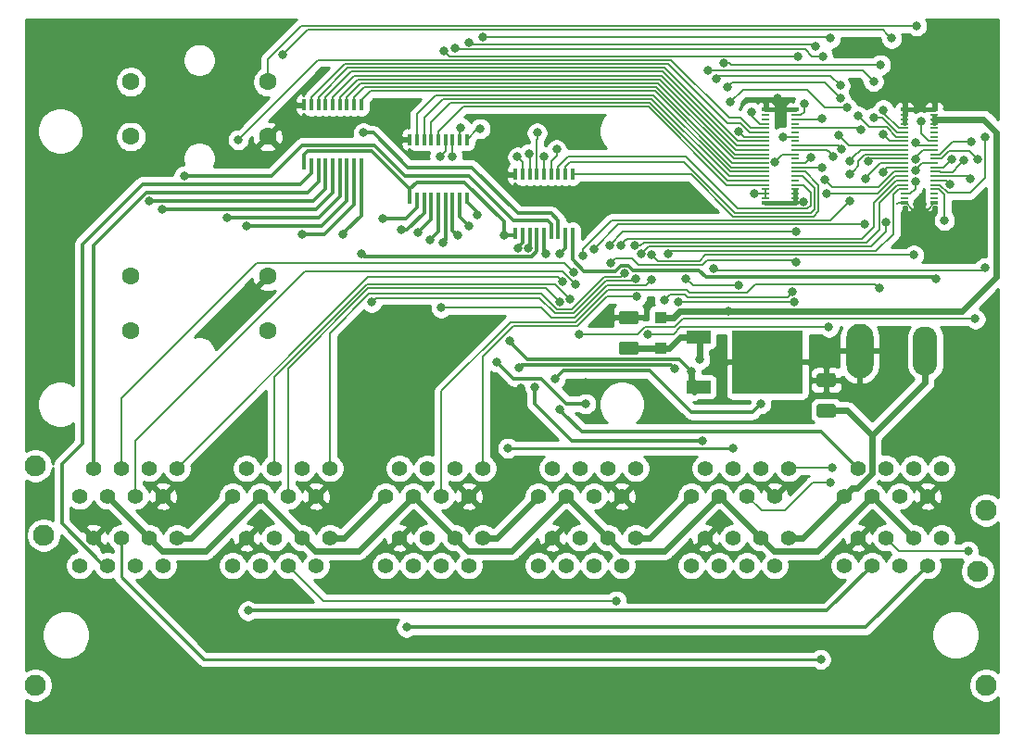
<source format=gbr>
G04 #@! TF.GenerationSoftware,KiCad,Pcbnew,(5.1.0-0)*
G04 #@! TF.CreationDate,2019-04-12T14:29:56-04:00*
G04 #@! TF.ProjectId,pyControl_DSeries,7079436f-6e74-4726-9f6c-5f4453657269,rev?*
G04 #@! TF.SameCoordinates,Original*
G04 #@! TF.FileFunction,Copper,L1,Top*
G04 #@! TF.FilePolarity,Positive*
%FSLAX46Y46*%
G04 Gerber Fmt 4.6, Leading zero omitted, Abs format (unit mm)*
G04 Created by KiCad (PCBNEW (5.1.0-0)) date 2019-04-12 14:29:56*
%MOMM*%
%LPD*%
G04 APERTURE LIST*
%ADD10C,1.600000*%
%ADD11R,0.660000X0.230000*%
%ADD12R,0.660000X0.350000*%
%ADD13O,2.500000X5.000000*%
%ADD14O,2.250000X4.500000*%
%ADD15C,0.100000*%
%ADD16C,1.250000*%
%ADD17C,1.400000*%
%ADD18C,1.930400*%
%ADD19R,0.400000X1.000000*%
%ADD20R,1.100000X1.100000*%
%ADD21R,6.400000X5.800000*%
%ADD22R,2.200000X1.200000*%
%ADD23C,0.800000*%
%ADD24C,0.406400*%
%ADD25C,0.203200*%
%ADD26C,0.609600*%
%ADD27C,0.355600*%
%ADD28C,0.254000*%
G04 APERTURE END LIST*
D10*
X62330000Y-97242000D03*
X74830000Y-97242000D03*
X74830000Y-92242000D03*
X62330000Y-92242000D03*
D11*
X123021000Y-97660000D03*
X120311000Y-97260000D03*
X123021000Y-97260000D03*
X120311000Y-96860000D03*
D12*
X123021000Y-103335000D03*
X120311000Y-103335000D03*
X123021000Y-94785000D03*
X120311000Y-94785000D03*
D11*
X120311000Y-102860000D03*
X123021000Y-102860000D03*
X120311000Y-102460000D03*
X123021000Y-102460000D03*
X120311000Y-102060000D03*
X123021000Y-102060000D03*
X120311000Y-101660000D03*
X123021000Y-101660000D03*
X120311000Y-101260000D03*
X123021000Y-101260000D03*
X120311000Y-100860000D03*
X123021000Y-100860000D03*
X120311000Y-100460000D03*
X123021000Y-100460000D03*
X120311000Y-100060000D03*
X123021000Y-100060000D03*
X120311000Y-99660000D03*
X123021000Y-99660000D03*
X120311000Y-99260000D03*
X123021000Y-99260000D03*
X120311000Y-98860000D03*
X123021000Y-98860000D03*
X120311000Y-98460000D03*
X123021000Y-98460000D03*
X120311000Y-98060000D03*
X123021000Y-98060000D03*
X120311000Y-97660000D03*
X123021000Y-96860000D03*
X120311000Y-96460000D03*
X123021000Y-96460000D03*
X120311000Y-96060000D03*
X123021000Y-96060000D03*
X120311000Y-95660000D03*
X123021000Y-95660000D03*
X120311000Y-95260000D03*
X123021000Y-95260000D03*
X135721000Y-95260000D03*
X133011000Y-100460000D03*
X135721000Y-100860000D03*
X133011000Y-100860000D03*
X135721000Y-101260000D03*
X133011000Y-101260000D03*
X135721000Y-101660000D03*
X133011000Y-101660000D03*
X135721000Y-102060000D03*
X133011000Y-102060000D03*
X135721000Y-102460000D03*
X133011000Y-102460000D03*
X135721000Y-102860000D03*
X133011000Y-102860000D03*
D12*
X133011000Y-94785000D03*
X135721000Y-94785000D03*
D11*
X133011000Y-97260000D03*
X135721000Y-97660000D03*
X135721000Y-96860000D03*
X133011000Y-97660000D03*
X135721000Y-98060000D03*
X133011000Y-98060000D03*
X135721000Y-98460000D03*
X133011000Y-98460000D03*
X135721000Y-98860000D03*
X133011000Y-98860000D03*
X135721000Y-99260000D03*
X133011000Y-99260000D03*
X135721000Y-99660000D03*
X133011000Y-99660000D03*
X135721000Y-100060000D03*
X133011000Y-100060000D03*
X135721000Y-100460000D03*
X133011000Y-95260000D03*
X135721000Y-95660000D03*
X133011000Y-95660000D03*
X135721000Y-96060000D03*
X133011000Y-96060000D03*
X135721000Y-96460000D03*
X133011000Y-96460000D03*
D12*
X133011000Y-103335000D03*
X135721000Y-103335000D03*
D11*
X133011000Y-96860000D03*
X135721000Y-97260000D03*
D13*
X128905000Y-116840000D03*
D14*
X134905000Y-116840000D03*
D15*
G36*
X126506504Y-118877204D02*
G01*
X126530773Y-118880804D01*
X126554571Y-118886765D01*
X126577671Y-118895030D01*
X126599849Y-118905520D01*
X126620893Y-118918133D01*
X126640598Y-118932747D01*
X126658777Y-118949223D01*
X126675253Y-118967402D01*
X126689867Y-118987107D01*
X126702480Y-119008151D01*
X126712970Y-119030329D01*
X126721235Y-119053429D01*
X126727196Y-119077227D01*
X126730796Y-119101496D01*
X126732000Y-119126000D01*
X126732000Y-119876000D01*
X126730796Y-119900504D01*
X126727196Y-119924773D01*
X126721235Y-119948571D01*
X126712970Y-119971671D01*
X126702480Y-119993849D01*
X126689867Y-120014893D01*
X126675253Y-120034598D01*
X126658777Y-120052777D01*
X126640598Y-120069253D01*
X126620893Y-120083867D01*
X126599849Y-120096480D01*
X126577671Y-120106970D01*
X126554571Y-120115235D01*
X126530773Y-120121196D01*
X126506504Y-120124796D01*
X126482000Y-120126000D01*
X125232000Y-120126000D01*
X125207496Y-120124796D01*
X125183227Y-120121196D01*
X125159429Y-120115235D01*
X125136329Y-120106970D01*
X125114151Y-120096480D01*
X125093107Y-120083867D01*
X125073402Y-120069253D01*
X125055223Y-120052777D01*
X125038747Y-120034598D01*
X125024133Y-120014893D01*
X125011520Y-119993849D01*
X125001030Y-119971671D01*
X124992765Y-119948571D01*
X124986804Y-119924773D01*
X124983204Y-119900504D01*
X124982000Y-119876000D01*
X124982000Y-119126000D01*
X124983204Y-119101496D01*
X124986804Y-119077227D01*
X124992765Y-119053429D01*
X125001030Y-119030329D01*
X125011520Y-119008151D01*
X125024133Y-118987107D01*
X125038747Y-118967402D01*
X125055223Y-118949223D01*
X125073402Y-118932747D01*
X125093107Y-118918133D01*
X125114151Y-118905520D01*
X125136329Y-118895030D01*
X125159429Y-118886765D01*
X125183227Y-118880804D01*
X125207496Y-118877204D01*
X125232000Y-118876000D01*
X126482000Y-118876000D01*
X126506504Y-118877204D01*
X126506504Y-118877204D01*
G37*
D16*
X125857000Y-119501000D03*
D15*
G36*
X126506504Y-121677204D02*
G01*
X126530773Y-121680804D01*
X126554571Y-121686765D01*
X126577671Y-121695030D01*
X126599849Y-121705520D01*
X126620893Y-121718133D01*
X126640598Y-121732747D01*
X126658777Y-121749223D01*
X126675253Y-121767402D01*
X126689867Y-121787107D01*
X126702480Y-121808151D01*
X126712970Y-121830329D01*
X126721235Y-121853429D01*
X126727196Y-121877227D01*
X126730796Y-121901496D01*
X126732000Y-121926000D01*
X126732000Y-122676000D01*
X126730796Y-122700504D01*
X126727196Y-122724773D01*
X126721235Y-122748571D01*
X126712970Y-122771671D01*
X126702480Y-122793849D01*
X126689867Y-122814893D01*
X126675253Y-122834598D01*
X126658777Y-122852777D01*
X126640598Y-122869253D01*
X126620893Y-122883867D01*
X126599849Y-122896480D01*
X126577671Y-122906970D01*
X126554571Y-122915235D01*
X126530773Y-122921196D01*
X126506504Y-122924796D01*
X126482000Y-122926000D01*
X125232000Y-122926000D01*
X125207496Y-122924796D01*
X125183227Y-122921196D01*
X125159429Y-122915235D01*
X125136329Y-122906970D01*
X125114151Y-122896480D01*
X125093107Y-122883867D01*
X125073402Y-122869253D01*
X125055223Y-122852777D01*
X125038747Y-122834598D01*
X125024133Y-122814893D01*
X125011520Y-122793849D01*
X125001030Y-122771671D01*
X124992765Y-122748571D01*
X124986804Y-122724773D01*
X124983204Y-122700504D01*
X124982000Y-122676000D01*
X124982000Y-121926000D01*
X124983204Y-121901496D01*
X124986804Y-121877227D01*
X124992765Y-121853429D01*
X125001030Y-121830329D01*
X125011520Y-121808151D01*
X125024133Y-121787107D01*
X125038747Y-121767402D01*
X125055223Y-121749223D01*
X125073402Y-121732747D01*
X125093107Y-121718133D01*
X125114151Y-121705520D01*
X125136329Y-121695030D01*
X125159429Y-121686765D01*
X125183227Y-121680804D01*
X125207496Y-121677204D01*
X125232000Y-121676000D01*
X126482000Y-121676000D01*
X126506504Y-121677204D01*
X126506504Y-121677204D01*
G37*
D16*
X125857000Y-122301000D03*
D15*
G36*
X108472504Y-113165204D02*
G01*
X108496773Y-113168804D01*
X108520571Y-113174765D01*
X108543671Y-113183030D01*
X108565849Y-113193520D01*
X108586893Y-113206133D01*
X108606598Y-113220747D01*
X108624777Y-113237223D01*
X108641253Y-113255402D01*
X108655867Y-113275107D01*
X108668480Y-113296151D01*
X108678970Y-113318329D01*
X108687235Y-113341429D01*
X108693196Y-113365227D01*
X108696796Y-113389496D01*
X108698000Y-113414000D01*
X108698000Y-114164000D01*
X108696796Y-114188504D01*
X108693196Y-114212773D01*
X108687235Y-114236571D01*
X108678970Y-114259671D01*
X108668480Y-114281849D01*
X108655867Y-114302893D01*
X108641253Y-114322598D01*
X108624777Y-114340777D01*
X108606598Y-114357253D01*
X108586893Y-114371867D01*
X108565849Y-114384480D01*
X108543671Y-114394970D01*
X108520571Y-114403235D01*
X108496773Y-114409196D01*
X108472504Y-114412796D01*
X108448000Y-114414000D01*
X107198000Y-114414000D01*
X107173496Y-114412796D01*
X107149227Y-114409196D01*
X107125429Y-114403235D01*
X107102329Y-114394970D01*
X107080151Y-114384480D01*
X107059107Y-114371867D01*
X107039402Y-114357253D01*
X107021223Y-114340777D01*
X107004747Y-114322598D01*
X106990133Y-114302893D01*
X106977520Y-114281849D01*
X106967030Y-114259671D01*
X106958765Y-114236571D01*
X106952804Y-114212773D01*
X106949204Y-114188504D01*
X106948000Y-114164000D01*
X106948000Y-113414000D01*
X106949204Y-113389496D01*
X106952804Y-113365227D01*
X106958765Y-113341429D01*
X106967030Y-113318329D01*
X106977520Y-113296151D01*
X106990133Y-113275107D01*
X107004747Y-113255402D01*
X107021223Y-113237223D01*
X107039402Y-113220747D01*
X107059107Y-113206133D01*
X107080151Y-113193520D01*
X107102329Y-113183030D01*
X107125429Y-113174765D01*
X107149227Y-113168804D01*
X107173496Y-113165204D01*
X107198000Y-113164000D01*
X108448000Y-113164000D01*
X108472504Y-113165204D01*
X108472504Y-113165204D01*
G37*
D16*
X107823000Y-113789000D03*
D15*
G36*
X108472504Y-115965204D02*
G01*
X108496773Y-115968804D01*
X108520571Y-115974765D01*
X108543671Y-115983030D01*
X108565849Y-115993520D01*
X108586893Y-116006133D01*
X108606598Y-116020747D01*
X108624777Y-116037223D01*
X108641253Y-116055402D01*
X108655867Y-116075107D01*
X108668480Y-116096151D01*
X108678970Y-116118329D01*
X108687235Y-116141429D01*
X108693196Y-116165227D01*
X108696796Y-116189496D01*
X108698000Y-116214000D01*
X108698000Y-116964000D01*
X108696796Y-116988504D01*
X108693196Y-117012773D01*
X108687235Y-117036571D01*
X108678970Y-117059671D01*
X108668480Y-117081849D01*
X108655867Y-117102893D01*
X108641253Y-117122598D01*
X108624777Y-117140777D01*
X108606598Y-117157253D01*
X108586893Y-117171867D01*
X108565849Y-117184480D01*
X108543671Y-117194970D01*
X108520571Y-117203235D01*
X108496773Y-117209196D01*
X108472504Y-117212796D01*
X108448000Y-117214000D01*
X107198000Y-117214000D01*
X107173496Y-117212796D01*
X107149227Y-117209196D01*
X107125429Y-117203235D01*
X107102329Y-117194970D01*
X107080151Y-117184480D01*
X107059107Y-117171867D01*
X107039402Y-117157253D01*
X107021223Y-117140777D01*
X107004747Y-117122598D01*
X106990133Y-117102893D01*
X106977520Y-117081849D01*
X106967030Y-117059671D01*
X106958765Y-117036571D01*
X106952804Y-117012773D01*
X106949204Y-116988504D01*
X106948000Y-116964000D01*
X106948000Y-116214000D01*
X106949204Y-116189496D01*
X106952804Y-116165227D01*
X106958765Y-116141429D01*
X106967030Y-116118329D01*
X106977520Y-116096151D01*
X106990133Y-116075107D01*
X107004747Y-116055402D01*
X107021223Y-116037223D01*
X107039402Y-116020747D01*
X107059107Y-116006133D01*
X107080151Y-115993520D01*
X107102329Y-115983030D01*
X107125429Y-115974765D01*
X107149227Y-115968804D01*
X107173496Y-115965204D01*
X107198000Y-115964000D01*
X108448000Y-115964000D01*
X108472504Y-115965204D01*
X108472504Y-115965204D01*
G37*
D16*
X107823000Y-116589000D03*
D17*
X131318000Y-127571600D03*
X132588000Y-136461600D03*
X117348000Y-127571600D03*
X118618000Y-136461600D03*
X103378000Y-127571600D03*
X104648000Y-136461600D03*
X89408000Y-127571600D03*
X90678000Y-136461600D03*
X75438000Y-127571600D03*
X76708000Y-136461600D03*
X61468000Y-127571600D03*
X62738000Y-136461600D03*
D18*
X140462000Y-147386600D03*
X139700000Y-136972600D03*
X140462000Y-131384600D03*
X53594000Y-127320600D03*
X54356000Y-133670600D03*
X53594000Y-147386600D03*
D17*
X127508000Y-130111600D03*
X136398000Y-133921600D03*
X113538000Y-130111600D03*
X122428000Y-133921600D03*
X99568000Y-130111600D03*
X108458000Y-133921600D03*
X85598000Y-130111600D03*
X94488000Y-133921600D03*
X71628000Y-130111600D03*
X80518000Y-133921600D03*
X57658000Y-130111600D03*
X66548000Y-133921600D03*
X135128000Y-130111600D03*
X128778000Y-133921600D03*
X121158000Y-130111600D03*
X114808000Y-133921600D03*
X107188000Y-130111600D03*
X100838000Y-133921600D03*
X93218000Y-130111600D03*
X86868000Y-133921600D03*
X79248000Y-130111600D03*
X72898000Y-133921600D03*
X65278000Y-130111600D03*
X58928000Y-133921600D03*
X136398000Y-127571600D03*
X127508000Y-136461600D03*
X122428000Y-127571600D03*
X113538000Y-136461600D03*
X108458000Y-127571600D03*
X99568000Y-136461600D03*
X94488000Y-127571600D03*
X85598000Y-136461600D03*
X80518000Y-127571600D03*
X71628000Y-136461600D03*
X66548000Y-127571600D03*
X57658000Y-136461600D03*
X133858000Y-127571600D03*
X130048000Y-136461600D03*
X119888000Y-127571600D03*
X116078000Y-136461600D03*
X105918000Y-127571600D03*
X102108000Y-136461600D03*
X91948000Y-127571600D03*
X88138000Y-136461600D03*
X77978000Y-127571600D03*
X74168000Y-136461600D03*
X64008000Y-127571600D03*
X60198000Y-136461600D03*
X130048000Y-130111600D03*
X133858000Y-133921600D03*
X116078000Y-130111600D03*
X119888000Y-133921600D03*
X102108000Y-130111600D03*
X105918000Y-133921600D03*
X88138000Y-130111600D03*
X91948000Y-133921600D03*
X74168000Y-130111600D03*
X77978000Y-133921600D03*
X60198000Y-130111600D03*
X64008000Y-133921600D03*
X132588000Y-130111600D03*
X131318000Y-133921600D03*
X118618000Y-130111600D03*
X117348000Y-133921600D03*
X104648000Y-130111600D03*
X103378000Y-133921600D03*
X90678000Y-130111600D03*
X89408000Y-133921600D03*
X76708000Y-130111600D03*
X75438000Y-133921600D03*
X62738000Y-130111600D03*
X61468000Y-133921600D03*
X128778000Y-127571600D03*
X135128000Y-136461600D03*
X114808000Y-127571600D03*
X121158000Y-136461600D03*
X100838000Y-127571600D03*
X107188000Y-136461600D03*
X86868000Y-127571600D03*
X93218000Y-136461600D03*
X72898000Y-127571600D03*
X79248000Y-136461600D03*
X58928000Y-127571600D03*
X65278000Y-136461600D03*
D19*
X93024000Y-97503000D03*
X92374000Y-97503000D03*
X91724000Y-97503000D03*
X91074000Y-97503000D03*
X90424000Y-97503000D03*
X89774000Y-97503000D03*
X89124000Y-97503000D03*
X88474000Y-97503000D03*
X87824000Y-97503000D03*
X93024000Y-102903000D03*
X92374000Y-102903000D03*
X91724000Y-102903000D03*
X91074000Y-102903000D03*
X90424000Y-102903000D03*
X89774000Y-102903000D03*
X89124000Y-102903000D03*
X88474000Y-102903000D03*
X87824000Y-102903000D03*
X102676000Y-100678000D03*
X102026000Y-100678000D03*
X101376000Y-100678000D03*
X100726000Y-100678000D03*
X100076000Y-100678000D03*
X99426000Y-100678000D03*
X98776000Y-100678000D03*
X98126000Y-100678000D03*
X97476000Y-100678000D03*
X102676000Y-106078000D03*
X102026000Y-106078000D03*
X101376000Y-106078000D03*
X100726000Y-106078000D03*
X100076000Y-106078000D03*
X99426000Y-106078000D03*
X98776000Y-106078000D03*
X98126000Y-106078000D03*
X97476000Y-106078000D03*
X83372000Y-94328000D03*
X82722000Y-94328000D03*
X82072000Y-94328000D03*
X81422000Y-94328000D03*
X80772000Y-94328000D03*
X80122000Y-94328000D03*
X79472000Y-94328000D03*
X78822000Y-94328000D03*
X78172000Y-94328000D03*
X83372000Y-99728000D03*
X82722000Y-99728000D03*
X82072000Y-99728000D03*
X81422000Y-99728000D03*
X80772000Y-99728000D03*
X80122000Y-99728000D03*
X79472000Y-99728000D03*
X78822000Y-99728000D03*
X78172000Y-99728000D03*
D10*
X62330000Y-115022000D03*
X74830000Y-115022000D03*
X74830000Y-110022000D03*
X62330000Y-110022000D03*
D20*
X110744000Y-116589000D03*
X110744000Y-113789000D03*
D21*
X120499000Y-117855000D03*
D22*
X114199000Y-120135000D03*
X114199000Y-115575000D03*
D23*
X119282000Y-102460000D03*
X116906700Y-113217300D03*
X98679000Y-138049000D03*
X128778000Y-92964000D03*
X121412000Y-93726000D03*
X126619000Y-138049000D03*
X105537000Y-114046000D03*
X103886000Y-119761000D03*
X56642000Y-138049000D03*
X123805990Y-103181157D03*
X71628000Y-124841000D03*
X112649000Y-138049000D03*
X97917000Y-120269000D03*
X135636000Y-106680000D03*
X96139000Y-96520000D03*
X86106000Y-94996000D03*
X114300000Y-117602000D03*
X113538000Y-118745000D03*
X96901000Y-115951000D03*
X96393000Y-106299000D03*
X113068870Y-110213804D03*
X117856000Y-110839221D03*
X106680000Y-139700000D03*
X119018010Y-94996000D03*
X129032000Y-96647000D03*
X117848499Y-96781502D03*
X129732033Y-99514010D03*
X72136000Y-97536000D03*
X125349000Y-145034000D03*
X131040159Y-100496869D03*
X138430000Y-99441000D03*
X127266000Y-98345911D03*
X112386614Y-112364690D03*
X122966308Y-112364690D03*
X121193402Y-99568000D03*
X117348000Y-125730000D03*
X96774000Y-125730000D03*
X138823623Y-135128000D03*
X139026980Y-101092004D03*
X121919988Y-97282000D03*
X126511014Y-99060000D03*
X111078603Y-112182016D03*
X122793996Y-111413357D03*
X140335000Y-97282000D03*
X134112000Y-87122000D03*
X131063992Y-97028000D03*
X131826000Y-88265006D03*
X76200000Y-89789000D03*
X88519000Y-106044996D03*
X77978000Y-106172000D03*
X64016337Y-103132337D03*
X81660994Y-106172000D03*
X72898000Y-105410000D03*
X71120000Y-104648000D03*
X65150996Y-103885996D03*
X85344000Y-104775000D03*
X86995000Y-105791006D03*
X89662000Y-106680000D03*
X135890000Y-110236000D03*
X119888000Y-121666000D03*
X101092000Y-119380000D03*
X100203000Y-107956379D03*
X93980000Y-104394000D03*
X95758000Y-117856000D03*
X103886002Y-121666000D03*
X90805000Y-106934000D03*
X93218000Y-105410002D03*
X92202000Y-106299000D03*
X91928990Y-89154000D03*
X91694000Y-99060000D03*
X125535486Y-89877980D03*
X125476000Y-95631000D03*
X90932000Y-89408000D03*
X90551000Y-99060000D03*
X123270958Y-89935010D03*
X123825000Y-94234000D03*
X94234000Y-96520000D03*
X125460000Y-100060000D03*
X94488000Y-88145876D03*
X126238000Y-88265000D03*
X124460000Y-99187006D03*
X92456000Y-96412000D03*
X124841000Y-89026996D03*
X93218003Y-88626990D03*
X83407210Y-107956379D03*
X99187000Y-120110210D03*
X98675874Y-107428452D03*
X114554000Y-125050590D03*
X112014000Y-118491000D03*
X97790000Y-118363992D03*
X97663010Y-107448368D03*
X101473000Y-122174000D03*
X101497303Y-107956379D03*
X83566000Y-96901000D03*
X87503000Y-142113000D03*
X67183000Y-100838000D03*
X73025000Y-140589000D03*
X128778000Y-95377000D03*
X127127000Y-92583000D03*
X99441000Y-96901000D03*
X115824000Y-91948000D03*
X127000000Y-97155000D03*
X100076000Y-99060000D03*
X116840000Y-92710000D03*
X127127008Y-93726000D03*
X127762000Y-94615000D03*
X117094000Y-94107000D03*
X101219000Y-98425000D03*
X127976317Y-99473810D03*
X97648022Y-99105853D03*
X116459000Y-90531990D03*
X130810000Y-90678000D03*
X131064000Y-94799705D03*
X130175000Y-95504000D03*
X115062000Y-91186000D03*
X98679002Y-98806002D03*
X130174996Y-92202000D03*
X137159992Y-101586041D03*
X126365000Y-127508000D03*
X133985000Y-100330000D03*
X133985000Y-99314000D03*
X126091990Y-114681000D03*
X109581990Y-115316000D03*
X108538261Y-111879389D03*
X111379000Y-107956379D03*
X107417218Y-109759768D03*
X108331000Y-107232399D03*
X125730000Y-101219000D03*
X106045000Y-107188000D03*
X101806696Y-110533789D03*
X123069388Y-105924388D03*
X136651998Y-104902000D03*
X137287000Y-99314000D03*
X126238000Y-128905000D03*
X140354010Y-109229071D03*
X115570000Y-109347000D03*
X139128500Y-97726500D03*
X130683000Y-111125000D03*
X133985000Y-101346000D03*
X107061000Y-107188000D03*
X101488409Y-112379590D03*
X104609541Y-107530545D03*
X102918561Y-110720744D03*
X129337563Y-105270377D03*
X129413000Y-101092000D03*
X128016000Y-100711000D03*
X102812394Y-109683181D03*
X103593543Y-108115457D03*
X128016000Y-103143010D03*
X102471046Y-112123044D03*
X106183220Y-108791869D03*
X123128124Y-108731765D03*
X125857000Y-102489000D03*
X84328000Y-112395000D03*
X134493000Y-95885000D03*
X108471914Y-110200527D03*
X108990878Y-107919165D03*
X131337010Y-105110455D03*
X90678000Y-112903000D03*
X133985000Y-97790000D03*
X109855000Y-110363010D03*
X109932802Y-108060117D03*
X133858002Y-108077002D03*
X103251000Y-115316000D03*
X139680990Y-99314000D03*
X139477633Y-113919000D03*
D24*
X135721000Y-95660000D02*
X135721000Y-95343810D01*
X135721000Y-95927000D02*
X135721000Y-95989399D01*
X135721000Y-95660000D02*
X135721000Y-95927000D01*
D25*
X120311000Y-102460000D02*
X120311000Y-102060000D01*
X120311000Y-102460000D02*
X120311000Y-102860000D01*
X120311000Y-102460000D02*
X119282000Y-102460000D01*
D26*
X111903600Y-113789000D02*
X110744000Y-113789000D01*
X112475300Y-113217300D02*
X111903600Y-113789000D01*
X116906700Y-113217300D02*
X112475300Y-113217300D01*
X117472385Y-113217300D02*
X116906700Y-113217300D01*
X123382358Y-113217300D02*
X123377767Y-113221891D01*
X117476976Y-113221891D02*
X117472385Y-113217300D01*
X138242700Y-113217300D02*
X123382358Y-113217300D01*
X141430601Y-96853601D02*
X141430601Y-110029399D01*
X140237000Y-95660000D02*
X141430601Y-96853601D01*
X123377767Y-113221891D02*
X117476976Y-113221891D01*
X141430601Y-110029399D02*
X138242700Y-113217300D01*
X135721000Y-95660000D02*
X140237000Y-95660000D01*
D24*
X123021000Y-103335000D02*
X120311000Y-103335000D01*
X123021000Y-103335000D02*
X123021000Y-102860000D01*
X123021000Y-102860000D02*
X123021000Y-102460000D01*
X123021000Y-102193000D02*
X123021000Y-102130601D01*
X123021000Y-102460000D02*
X123021000Y-102193000D01*
X133011000Y-95927000D02*
X133011000Y-95989399D01*
X133011000Y-95660000D02*
X133011000Y-95927000D01*
X133011000Y-95660000D02*
X133011000Y-95260000D01*
X133011000Y-95260000D02*
X133011000Y-94785000D01*
D25*
X132377000Y-103335000D02*
X132356722Y-103355278D01*
X133011000Y-103335000D02*
X132377000Y-103335000D01*
D24*
X120311000Y-94785000D02*
X121709000Y-94785000D01*
X121709000Y-94785000D02*
X123021000Y-94785000D01*
D25*
X134323000Y-94785000D02*
X134323000Y-94023000D01*
D24*
X133011000Y-94785000D02*
X134323000Y-94785000D01*
X134323000Y-94785000D02*
X135721000Y-94785000D01*
D25*
X123557157Y-103181157D02*
X123805990Y-103181157D01*
X123652147Y-103335000D02*
X123805990Y-103181157D01*
X123021000Y-103335000D02*
X123652147Y-103335000D01*
X133166000Y-103335000D02*
X133011000Y-103335000D01*
X133717000Y-103886000D02*
X133166000Y-103335000D01*
X135170000Y-103886000D02*
X133717000Y-103886000D01*
X135721000Y-103335000D02*
X135170000Y-103886000D01*
X121709000Y-94023000D02*
X121412000Y-93726000D01*
X121709000Y-94785000D02*
X121709000Y-94023000D01*
D26*
X60897999Y-130811599D02*
X64008000Y-133921600D01*
X60198000Y-130111600D02*
X60897999Y-130811599D01*
X74168000Y-130111600D02*
X77978000Y-133921600D01*
X88138000Y-130111600D02*
X91948000Y-133921600D01*
X101408001Y-130811599D02*
X102108000Y-130111600D01*
X102108000Y-130111600D02*
X105918000Y-133921600D01*
X116078000Y-130111600D02*
X119888000Y-133921600D01*
X130747999Y-130811599D02*
X133858000Y-133921600D01*
X130048000Y-130111600D02*
X130747999Y-130811599D01*
X91948000Y-133921600D02*
X93154400Y-135128000D01*
X97091600Y-135128000D02*
X102108000Y-130111600D01*
X93154400Y-135128000D02*
X97091600Y-135128000D01*
X105918000Y-133921600D02*
X107124400Y-135128000D01*
X111061600Y-135128000D02*
X116078000Y-130111600D01*
X107124400Y-135128000D02*
X111061600Y-135128000D01*
X119888000Y-133921600D02*
X121094400Y-135128000D01*
X125031600Y-135128000D02*
X130048000Y-130111600D01*
X121094400Y-135128000D02*
X125031600Y-135128000D01*
X77978000Y-133921600D02*
X79184400Y-135128000D01*
X83121600Y-135128000D02*
X88138000Y-130111600D01*
X79184400Y-135128000D02*
X83121600Y-135128000D01*
X64008000Y-133921600D02*
X65214400Y-135128000D01*
X69151600Y-135128000D02*
X74168000Y-130111600D01*
X65214400Y-135128000D02*
X69151600Y-135128000D01*
X114300000Y-115676000D02*
X114199000Y-115575000D01*
X114300000Y-117602000D02*
X114300000Y-115676000D01*
X107823000Y-116589000D02*
X110744000Y-116589000D01*
X112489400Y-115575000D02*
X111475400Y-116589000D01*
X114199000Y-115575000D02*
X112489400Y-115575000D01*
X111475400Y-116589000D02*
X110744000Y-116589000D01*
X95758000Y-133921600D02*
X99568000Y-130111600D01*
X94488000Y-133921600D02*
X95758000Y-133921600D01*
X123698000Y-133921600D02*
X127508000Y-130111600D01*
X122428000Y-133921600D02*
X123698000Y-133921600D01*
X109728000Y-133921600D02*
X113538000Y-130111600D01*
X108458000Y-133921600D02*
X109728000Y-133921600D01*
X81788000Y-133921600D02*
X85598000Y-130111600D01*
X80518000Y-133921600D02*
X81788000Y-133921600D01*
X67818000Y-133921600D02*
X71628000Y-130111600D01*
X66548000Y-133921600D02*
X67818000Y-133921600D01*
X113792000Y-120542000D02*
X114199000Y-120135000D01*
X113538000Y-119474000D02*
X114199000Y-120135000D01*
X113538000Y-118745000D02*
X113538000Y-119474000D01*
D27*
X87824000Y-102603000D02*
X87824000Y-102903000D01*
X87824000Y-102047400D02*
X87824000Y-102903000D01*
X78172000Y-98872400D02*
X78172000Y-99728000D01*
X78492400Y-98552000D02*
X78172000Y-98872400D01*
X84328000Y-98552000D02*
X78492400Y-98552000D01*
X87823400Y-102047400D02*
X84328000Y-98552000D01*
X87824000Y-102047400D02*
X87823400Y-102047400D01*
X97255000Y-106299000D02*
X97476000Y-106078000D01*
X96393000Y-106299000D02*
X97255000Y-106299000D01*
X92828362Y-101413000D02*
X96393000Y-104977638D01*
X88458400Y-101413000D02*
X92828362Y-101413000D01*
X96393000Y-104977638D02*
X96393000Y-106299000D01*
X87824000Y-102047400D02*
X88458400Y-101413000D01*
D26*
X125984000Y-122428000D02*
X125857000Y-122301000D01*
X134905000Y-116840000D02*
X134905000Y-117965000D01*
D27*
X112394979Y-117601979D02*
X98551979Y-117601979D01*
X98551979Y-117601979D02*
X97300999Y-116350999D01*
X113538000Y-118745000D02*
X112394979Y-117601979D01*
X97300999Y-116350999D02*
X96901000Y-115951000D01*
D26*
X128650657Y-129411601D02*
X130048000Y-128014258D01*
X128207999Y-129411601D02*
X128650657Y-129411601D01*
X127508000Y-130111600D02*
X128207999Y-129411601D01*
X134905000Y-119699600D02*
X134905000Y-116840000D01*
X130048000Y-124556600D02*
X134905000Y-119699600D01*
X130048000Y-128014258D02*
X130048000Y-124556600D01*
X127792400Y-122301000D02*
X130048000Y-124556600D01*
X125857000Y-122301000D02*
X127792400Y-122301000D01*
D25*
X117290315Y-110839221D02*
X117856000Y-110839221D01*
X113694287Y-110839221D02*
X117290315Y-110839221D01*
X113068870Y-110213804D02*
X113694287Y-110839221D01*
X79946400Y-139700000D02*
X106114315Y-139700000D01*
X76708000Y-136461600D02*
X79946400Y-139700000D01*
X106114315Y-139700000D02*
X106680000Y-139700000D01*
X119777800Y-96060000D02*
X119018010Y-95300210D01*
X119018010Y-95300210D02*
X119018010Y-94996000D01*
X120311000Y-96060000D02*
X119777800Y-96060000D01*
X128845000Y-96460000D02*
X129032000Y-96647000D01*
X123021000Y-96460000D02*
X128845000Y-96460000D01*
X118248498Y-97181501D02*
X117848499Y-96781502D01*
X120311000Y-97260000D02*
X118326997Y-97260000D01*
X118326997Y-97260000D02*
X118248498Y-97181501D01*
X133011000Y-99260000D02*
X129986043Y-99260000D01*
X129986043Y-99260000D02*
X129732033Y-99514010D01*
X111696591Y-90233591D02*
X81137795Y-90233591D01*
X116967000Y-95504000D02*
X111696591Y-90233591D01*
X118937069Y-96429001D02*
X118012068Y-95504000D01*
X118012068Y-95504000D02*
X116967000Y-95504000D01*
X120280001Y-96429001D02*
X118937069Y-96429001D01*
X81137795Y-90233591D02*
X79438409Y-90233591D01*
X79438409Y-90233591D02*
X72136000Y-97536000D01*
D28*
X124783315Y-145034000D02*
X125349000Y-145034000D01*
X68961000Y-145034000D02*
X124783315Y-145034000D01*
X61468000Y-137541000D02*
X68961000Y-145034000D01*
X61468000Y-133921600D02*
X61468000Y-137541000D01*
D25*
X133011000Y-100060000D02*
X131477028Y-100060000D01*
X131440158Y-100096870D02*
X131040159Y-100496869D01*
X131477028Y-100060000D02*
X131440158Y-100096870D01*
X135721000Y-100460000D02*
X136254200Y-100460000D01*
X136270201Y-100476001D02*
X137394999Y-100476001D01*
X136254200Y-100460000D02*
X136270201Y-100476001D01*
X138030001Y-99840999D02*
X138430000Y-99441000D01*
X137394999Y-100476001D02*
X138030001Y-99840999D01*
X123037000Y-98044000D02*
X123021000Y-98060000D01*
X123021000Y-98060000D02*
X126980089Y-98060000D01*
X126980089Y-98060000D02*
X127266000Y-98345911D01*
X112386614Y-112364690D02*
X122966308Y-112364690D01*
X123021000Y-98860000D02*
X121866000Y-98860000D01*
X121193402Y-99532598D02*
X121193402Y-99568000D01*
X121866000Y-98860000D02*
X121193402Y-99532598D01*
D28*
X96811998Y-125730000D02*
X96774000Y-125730000D01*
X117348000Y-125730000D02*
X96811998Y-125730000D01*
D25*
X131318000Y-133921600D02*
X132524400Y-135128000D01*
X132524400Y-135128000D02*
X138257938Y-135128000D01*
X138257938Y-135128000D02*
X138823623Y-135128000D01*
X135721000Y-100860000D02*
X138794976Y-100860000D01*
X138794976Y-100860000D02*
X139026980Y-101092004D01*
X123021000Y-97260000D02*
X121941988Y-97260000D01*
X121941988Y-97260000D02*
X121919988Y-97282000D01*
X125911014Y-98460000D02*
X126111015Y-98660001D01*
X126111015Y-98660001D02*
X126511014Y-99060000D01*
X123021000Y-98460000D02*
X125911014Y-98460000D01*
X113175997Y-111905997D02*
X122301356Y-111905997D01*
X122393997Y-111813356D02*
X122793996Y-111413357D01*
X111078603Y-112182016D02*
X111573913Y-111686706D01*
X111573913Y-111686706D02*
X112956706Y-111686706D01*
X122301356Y-111905997D02*
X122393997Y-111813356D01*
X112956706Y-111686706D02*
X113175997Y-111905997D01*
X139016924Y-102362000D02*
X140335000Y-101043924D01*
X136968029Y-102362000D02*
X139016924Y-102362000D01*
X135721000Y-101660000D02*
X136266029Y-101660000D01*
X140335000Y-101043924D02*
X140335000Y-97282000D01*
X136266029Y-101660000D02*
X136968029Y-102362000D01*
X74830000Y-90143000D02*
X77851000Y-87122000D01*
X74830000Y-92242000D02*
X74830000Y-90143000D01*
X77851000Y-87122000D02*
X133546315Y-87122000D01*
X133546315Y-87122000D02*
X134112000Y-87122000D01*
X133011000Y-97660000D02*
X131695992Y-97660000D01*
X131695992Y-97660000D02*
X131463991Y-97427999D01*
X131463991Y-97427999D02*
X131063992Y-97028000D01*
X131426001Y-87865007D02*
X131826000Y-88265006D01*
X131052868Y-87491874D02*
X131426001Y-87865007D01*
X78497126Y-87491874D02*
X131052868Y-87491874D01*
X76200000Y-89789000D02*
X78497126Y-87491874D01*
D27*
X88918999Y-105644997D02*
X88519000Y-106044996D01*
X89774000Y-102903000D02*
X89774000Y-104789996D01*
X89774000Y-104789996D02*
X88918999Y-105644997D01*
X82722000Y-100583600D02*
X82722000Y-99728000D01*
X82722000Y-103460000D02*
X82722000Y-100583600D01*
X80010000Y-106172000D02*
X82722000Y-103460000D01*
X77978000Y-106172000D02*
X80010000Y-106172000D01*
X80122000Y-99728000D02*
X80122000Y-101996000D01*
X78985663Y-103132337D02*
X64582022Y-103132337D01*
X64582022Y-103132337D02*
X64016337Y-103132337D01*
X80122000Y-101996000D02*
X78985663Y-103132337D01*
D25*
X80122000Y-94328000D02*
X80122000Y-93624800D01*
X110939602Y-91300424D02*
X117699178Y-98060000D01*
X82446376Y-91300424D02*
X110939602Y-91300424D01*
X80122000Y-93624800D02*
X82446376Y-91300424D01*
X119777800Y-98060000D02*
X120311000Y-98060000D01*
X117699178Y-98060000D02*
X119777800Y-98060000D01*
X89774000Y-95900000D02*
X89774000Y-96799800D01*
X91528688Y-94145312D02*
X89774000Y-95900000D01*
X120311000Y-101260000D02*
X116875908Y-101260000D01*
X116875908Y-101260000D02*
X109761220Y-94145312D01*
X109761220Y-94145312D02*
X91528688Y-94145312D01*
X89774000Y-96799800D02*
X89774000Y-97503000D01*
X82722000Y-94328000D02*
X82722000Y-93624800D01*
X117287542Y-99660000D02*
X119777800Y-99660000D01*
X83623932Y-92722868D02*
X110350410Y-92722868D01*
X110350410Y-92722868D02*
X117287542Y-99660000D01*
X82722000Y-93624800D02*
X83623932Y-92722868D01*
X119777800Y-99660000D02*
X120311000Y-99660000D01*
X79472000Y-93624800D02*
X82151987Y-90944813D01*
X111086899Y-90944813D02*
X117802086Y-97660000D01*
X117802086Y-97660000D02*
X119777800Y-97660000D01*
X79472000Y-94328000D02*
X79472000Y-93624800D01*
X82151987Y-90944813D02*
X111086899Y-90944813D01*
X119777800Y-97660000D02*
X120311000Y-97660000D01*
X78822000Y-94328000D02*
X78822000Y-93624800D01*
X111417202Y-90589202D02*
X116840000Y-96012000D01*
X81857598Y-90589202D02*
X111417202Y-90589202D01*
X119777800Y-96860000D02*
X120311000Y-96860000D01*
X78822000Y-93624800D02*
X81857598Y-90589202D01*
X116840000Y-96012000D02*
X118017159Y-96012000D01*
X118017159Y-96012000D02*
X118865159Y-96860000D01*
X118865159Y-96860000D02*
X119777800Y-96860000D01*
X110203112Y-93078479D02*
X117184633Y-100060000D01*
X84213521Y-93078479D02*
X110203112Y-93078479D01*
X119777800Y-100060000D02*
X120311000Y-100060000D01*
X83372000Y-93920000D02*
X84213521Y-93078479D01*
X117184633Y-100060000D02*
X119777800Y-100060000D01*
X83372000Y-94328000D02*
X83372000Y-93920000D01*
X119777800Y-99260000D02*
X120311000Y-99260000D01*
X83329543Y-92367257D02*
X110497708Y-92367257D01*
X82072000Y-94328000D02*
X82072000Y-93624800D01*
X82072000Y-93624800D02*
X83329543Y-92367257D01*
X117390451Y-99260000D02*
X119777800Y-99260000D01*
X110497708Y-92367257D02*
X117390451Y-99260000D01*
X83035154Y-92011646D02*
X110645006Y-92011646D01*
X110645006Y-92011646D02*
X117493360Y-98860000D01*
X119777800Y-98860000D02*
X120311000Y-98860000D01*
X81422000Y-93624800D02*
X83035154Y-92011646D01*
X81422000Y-94328000D02*
X81422000Y-93624800D01*
X117493360Y-98860000D02*
X119777800Y-98860000D01*
X82740765Y-91656035D02*
X110792304Y-91656035D01*
X110792304Y-91656035D02*
X117596269Y-98460000D01*
X117596269Y-98460000D02*
X119777800Y-98460000D01*
X80772000Y-94328000D02*
X80772000Y-93624800D01*
X119777800Y-98460000D02*
X120311000Y-98460000D01*
X80772000Y-93624800D02*
X82740765Y-91656035D01*
D27*
X83372000Y-99728000D02*
X83372000Y-104460994D01*
X83372000Y-104460994D02*
X82060993Y-105772001D01*
X82060993Y-105772001D02*
X81660994Y-106172000D01*
X73463685Y-105410000D02*
X72898000Y-105410000D01*
X79756000Y-105410000D02*
X73463685Y-105410000D01*
X82072000Y-103094000D02*
X79756000Y-105410000D01*
X82072000Y-99728000D02*
X82072000Y-103094000D01*
X79502000Y-104648000D02*
X71685685Y-104648000D01*
X81422000Y-99728000D02*
X81422000Y-102728000D01*
X71685685Y-104648000D02*
X71120000Y-104648000D01*
X81422000Y-102728000D02*
X79502000Y-104648000D01*
X79248004Y-103885996D02*
X65150996Y-103885996D01*
X80772000Y-102362000D02*
X79248004Y-103885996D01*
X80772000Y-99728000D02*
X80772000Y-102362000D01*
X58928000Y-107188000D02*
X58928000Y-127571600D01*
X79472000Y-101376000D02*
X78486000Y-102362000D01*
X79472000Y-99728000D02*
X79472000Y-101376000D01*
X63754000Y-102362000D02*
X58928000Y-107188000D01*
X78486000Y-102362000D02*
X63754000Y-102362000D01*
X59880600Y-136461600D02*
X60198000Y-136461600D01*
X56007000Y-132588000D02*
X59880600Y-136461600D01*
X56007000Y-127186012D02*
X56007000Y-132588000D01*
X57897799Y-107075201D02*
X57897799Y-125295213D01*
X77805600Y-101600000D02*
X63373000Y-101600000D01*
X57897799Y-125295213D02*
X56007000Y-127186012D01*
X78822000Y-100583600D02*
X77805600Y-101600000D01*
X63373000Y-101600000D02*
X57897799Y-107075201D01*
X78822000Y-99728000D02*
X78822000Y-100583600D01*
X85909685Y-104775000D02*
X85344000Y-104775000D01*
X87428679Y-104775000D02*
X85909685Y-104775000D01*
X88474000Y-103729679D02*
X87428679Y-104775000D01*
X88474000Y-102903000D02*
X88474000Y-103729679D01*
X89124000Y-104227691D02*
X87560685Y-105791006D01*
X89124000Y-102903000D02*
X89124000Y-104227691D01*
X87560685Y-105791006D02*
X86995000Y-105791006D01*
X90061999Y-106280001D02*
X89662000Y-106680000D01*
X90424000Y-102903000D02*
X90424000Y-105918000D01*
X90424000Y-105918000D02*
X90061999Y-106280001D01*
D25*
X120311000Y-101660000D02*
X116773000Y-101660000D01*
X109613923Y-94500923D02*
X92722877Y-94500923D01*
X90424000Y-96799800D02*
X90424000Y-97503000D01*
X116773000Y-101660000D02*
X109613923Y-94500923D01*
X92722877Y-94500923D02*
X90424000Y-96799800D01*
X89124000Y-97503000D02*
X89124000Y-95534000D01*
X89124000Y-95534000D02*
X90868299Y-93789701D01*
X90868299Y-93789701D02*
X109908519Y-93789701D01*
X119777800Y-100860000D02*
X120311000Y-100860000D01*
X116978818Y-100860000D02*
X119777800Y-100860000D01*
X109908519Y-93789701D02*
X116978818Y-100860000D01*
X117081726Y-100460000D02*
X110055815Y-93434090D01*
X120311000Y-100460000D02*
X117081726Y-100460000D01*
X88474000Y-95168000D02*
X88474000Y-96799800D01*
X88474000Y-96799800D02*
X88474000Y-97503000D01*
X90207910Y-93434090D02*
X88474000Y-95168000D01*
X110055815Y-93434090D02*
X90207910Y-93434090D01*
D27*
X135763011Y-110109011D02*
X135890000Y-110236000D01*
X107767715Y-109029567D02*
X108208465Y-109470317D01*
X107066721Y-109029567D02*
X107767715Y-109029567D01*
X108208465Y-109470317D02*
X114231616Y-109470317D01*
X102676000Y-108466089D02*
X103747478Y-109537567D01*
X106558721Y-109537567D02*
X107066721Y-109029567D01*
X114870310Y-110109011D02*
X135763011Y-110109011D01*
X114231616Y-109470317D02*
X114870310Y-110109011D01*
X103747478Y-109537567D02*
X106558721Y-109537567D01*
X102676000Y-106078000D02*
X102676000Y-108466089D01*
X100076000Y-107829379D02*
X100203000Y-107956379D01*
X100076000Y-106078000D02*
X100076000Y-107829379D01*
X101854000Y-118618000D02*
X101092000Y-119380000D01*
X109728000Y-118618000D02*
X101854000Y-118618000D01*
X113538000Y-122428000D02*
X109728000Y-118618000D01*
X119126000Y-122428000D02*
X113538000Y-122428000D01*
X119888000Y-121666000D02*
X119126000Y-122428000D01*
X93024000Y-103203000D02*
X93980000Y-104159000D01*
X93024000Y-102903000D02*
X93024000Y-103203000D01*
X93980000Y-104159000D02*
X93980000Y-104394000D01*
X103320317Y-121666000D02*
X103886002Y-121666000D01*
X95758000Y-117856000D02*
X97282000Y-119380000D01*
X97282000Y-119380000D02*
X99822000Y-119380000D01*
X99822000Y-119380000D02*
X102108000Y-121666000D01*
X102108000Y-121666000D02*
X103320317Y-121666000D01*
X91074000Y-106665000D02*
X90805000Y-106934000D01*
X91074000Y-102903000D02*
X91074000Y-106665000D01*
X92374000Y-104566002D02*
X93218000Y-105410002D01*
X92374000Y-102903000D02*
X92374000Y-104566002D01*
X91802001Y-105899001D02*
X92202000Y-106299000D01*
X91724000Y-105821000D02*
X91802001Y-105899001D01*
X91724000Y-102903000D02*
X91724000Y-105821000D01*
D25*
X91724000Y-99030000D02*
X91694000Y-99060000D01*
X91724000Y-97503000D02*
X91724000Y-99030000D01*
X124969801Y-89877980D02*
X125535486Y-89877980D01*
X124548980Y-89877980D02*
X124969801Y-89877980D01*
X123952000Y-89281000D02*
X124548980Y-89877980D01*
X92055990Y-89281000D02*
X123952000Y-89281000D01*
X91928990Y-89154000D02*
X92055990Y-89281000D01*
X125447000Y-95660000D02*
X125476000Y-95631000D01*
X123021000Y-95660000D02*
X125447000Y-95660000D01*
X91074000Y-98537000D02*
X90551000Y-99060000D01*
X91074000Y-97503000D02*
X91074000Y-98537000D01*
X123213928Y-89877980D02*
X123270958Y-89935010D01*
X91401980Y-89877980D02*
X123213928Y-89877980D01*
X90932000Y-89408000D02*
X91401980Y-89877980D01*
X123554200Y-95260000D02*
X123021000Y-95260000D01*
X123554200Y-95260000D02*
X123825000Y-94989200D01*
X123825000Y-94989200D02*
X123825000Y-94234000D01*
X94007000Y-96520000D02*
X93024000Y-97503000D01*
X94234000Y-96520000D02*
X94007000Y-96520000D01*
X123021000Y-100060000D02*
X123554200Y-100060000D01*
X123554200Y-100060000D02*
X125460000Y-100060000D01*
X94488000Y-88145876D02*
X126118876Y-88145876D01*
X126118876Y-88145876D02*
X126238000Y-88265000D01*
X124060001Y-99587005D02*
X124460000Y-99187006D01*
X123021000Y-99660000D02*
X123987006Y-99660000D01*
X123987006Y-99660000D02*
X124060001Y-99587005D01*
X92374000Y-96494000D02*
X92456000Y-96412000D01*
X92374000Y-97503000D02*
X92374000Y-96494000D01*
X124613890Y-88799886D02*
X93390899Y-88799886D01*
X93390899Y-88799886D02*
X93218003Y-88626990D01*
X124841000Y-89026996D02*
X124613890Y-88799886D01*
D27*
X99426000Y-107711000D02*
X98958422Y-108178578D01*
X99426000Y-106078000D02*
X99426000Y-107711000D01*
X98958422Y-108178578D02*
X83629409Y-108178578D01*
X83629409Y-108178578D02*
X83407210Y-107956379D01*
X98776000Y-106078000D02*
X98776000Y-107328326D01*
X98776000Y-107328326D02*
X98675874Y-107428452D01*
X99187000Y-121666000D02*
X102571590Y-125050590D01*
X102571590Y-125050590D02*
X113988315Y-125050590D01*
X113988315Y-125050590D02*
X114554000Y-125050590D01*
X99187000Y-120110210D02*
X99187000Y-121666000D01*
X97663010Y-107396590D02*
X98126000Y-106933600D01*
X98126000Y-106933600D02*
X98126000Y-106078000D01*
X97663010Y-107448368D02*
X97663010Y-107396590D01*
X98044002Y-118109990D02*
X97790000Y-118363992D01*
X111632990Y-118109990D02*
X98044002Y-118109990D01*
X112014000Y-118491000D02*
X111632990Y-118109990D01*
X102026000Y-106078000D02*
X102026000Y-107427682D01*
X102026000Y-107427682D02*
X101897302Y-107556380D01*
X101897302Y-107556380D02*
X101497303Y-107956379D01*
X103505000Y-124206000D02*
X101872999Y-122573999D01*
X101872999Y-122573999D02*
X101473000Y-122174000D01*
X125412400Y-124206000D02*
X103505000Y-124206000D01*
X128778000Y-127571600D02*
X125412400Y-124206000D01*
X83566000Y-96901000D02*
X84455000Y-96901000D01*
X84455000Y-96901000D02*
X87630000Y-100076000D01*
X87630000Y-100076000D02*
X93472000Y-100076000D01*
X93472000Y-100076000D02*
X97663000Y-104267000D01*
X97663000Y-104267000D02*
X100711000Y-104267000D01*
X101376000Y-104932000D02*
X101376000Y-106078000D01*
X100711000Y-104267000D02*
X101376000Y-104932000D01*
X88068685Y-142113000D02*
X87503000Y-142113000D01*
X129476600Y-142113000D02*
X88068685Y-142113000D01*
X135128000Y-136461600D02*
X129476600Y-142113000D01*
X93218000Y-100838000D02*
X87332436Y-100838000D01*
X100726000Y-105222400D02*
X100405600Y-104902000D01*
X97282000Y-104902000D02*
X93218000Y-100838000D01*
X75184000Y-100838000D02*
X67748685Y-100838000D01*
X77978000Y-98044000D02*
X75184000Y-100838000D01*
X87332436Y-100838000D02*
X84538436Y-98044000D01*
X100405600Y-104902000D02*
X97282000Y-104902000D01*
X100726000Y-106078000D02*
X100726000Y-105222400D01*
X67748685Y-100838000D02*
X67183000Y-100838000D01*
X84538436Y-98044000D02*
X77978000Y-98044000D01*
X130048000Y-136461600D02*
X125920600Y-140589000D01*
X125920600Y-140589000D02*
X73590685Y-140589000D01*
X73590685Y-140589000D02*
X73025000Y-140589000D01*
D25*
X125171222Y-104053596D02*
X124678429Y-104546389D01*
X123021000Y-100460000D02*
X123955000Y-100460000D01*
X125171222Y-101676222D02*
X125171222Y-104053596D01*
X117373388Y-104546389D02*
X113505000Y-100678000D01*
X113505000Y-100678000D02*
X103079200Y-100678000D01*
X124678429Y-104546389D02*
X117373388Y-104546389D01*
X103079200Y-100678000D02*
X102676000Y-100678000D01*
X123955000Y-100460000D02*
X125171222Y-101676222D01*
X102026000Y-99974800D02*
X102026000Y-100678000D01*
X102432800Y-99568000D02*
X102026000Y-99974800D01*
X112897908Y-99568000D02*
X102432800Y-99568000D01*
X117520686Y-104190778D02*
X112897908Y-99568000D01*
X124815611Y-103868217D02*
X124493050Y-104190778D01*
X123720000Y-100860000D02*
X124815611Y-101955611D01*
X124493050Y-104190778D02*
X117520686Y-104190778D01*
X124815611Y-101955611D02*
X124815611Y-103868217D01*
X123021000Y-100860000D02*
X123720000Y-100860000D01*
X124155167Y-103835167D02*
X117805167Y-103835167D01*
X102290800Y-99060000D02*
X101376000Y-99974800D01*
X123758000Y-101660000D02*
X124460000Y-102362000D01*
X124460000Y-103530334D02*
X124155167Y-103835167D01*
X113030000Y-99060000D02*
X102290800Y-99060000D01*
X117805167Y-103835167D02*
X113030000Y-99060000D01*
X124460000Y-102362000D02*
X124460000Y-103530334D01*
X101376000Y-99974800D02*
X101376000Y-100678000D01*
X123021000Y-101660000D02*
X123758000Y-101660000D01*
X129774999Y-96373999D02*
X129177999Y-95776999D01*
X129177999Y-95776999D02*
X128778000Y-95377000D01*
X131377921Y-96373998D02*
X129774999Y-96373999D01*
X133011000Y-97260000D02*
X132263923Y-97260000D01*
X132263923Y-97260000D02*
X131377921Y-96373998D01*
X99426000Y-100678000D02*
X99426000Y-99974800D01*
X99426000Y-99974800D02*
X99421999Y-99970799D01*
X99421999Y-99970799D02*
X99421999Y-97485686D01*
X99441000Y-97466685D02*
X99441000Y-96901000D01*
X99421999Y-97485686D02*
X99441000Y-97466685D01*
X116078000Y-91694000D02*
X115824000Y-91948000D01*
X126238000Y-91694000D02*
X116078000Y-91694000D01*
X127127000Y-92583000D02*
X126238000Y-91694000D01*
X100076000Y-99060000D02*
X100076000Y-100678000D01*
X116840000Y-92710000D02*
X117239999Y-92310001D01*
X117239999Y-92310001D02*
X125711009Y-92310001D01*
X125711009Y-92310001D02*
X126727009Y-93326001D01*
X126727009Y-93326001D02*
X127127008Y-93726000D01*
X127905000Y-98060000D02*
X127000000Y-97155000D01*
X133011000Y-98060000D02*
X127905000Y-98060000D01*
X118237000Y-92964000D02*
X117094000Y-94107000D01*
X124079000Y-92964000D02*
X118237000Y-92964000D01*
X125730000Y-94615000D02*
X124079000Y-92964000D01*
X127762000Y-94615000D02*
X125730000Y-94615000D01*
X100726000Y-99974800D02*
X100726000Y-100678000D01*
X100726000Y-99483685D02*
X100726000Y-99974800D01*
X101219000Y-98990685D02*
X100726000Y-99483685D01*
X101219000Y-98425000D02*
X101219000Y-98990685D01*
X130193253Y-98457444D02*
X128992683Y-98457444D01*
X133011000Y-98460000D02*
X130195809Y-98460000D01*
X130195809Y-98460000D02*
X130193253Y-98457444D01*
X128376316Y-99073811D02*
X127976317Y-99473810D01*
X128992683Y-98457444D02*
X128376316Y-99073811D01*
X98126000Y-99583831D02*
X98048021Y-99505852D01*
X98048021Y-99505852D02*
X97648022Y-99105853D01*
X98126000Y-100678000D02*
X98126000Y-99583831D01*
X117170695Y-90678000D02*
X130244315Y-90678000D01*
X116459000Y-90531990D02*
X117024685Y-90531990D01*
X130244315Y-90678000D02*
X130810000Y-90678000D01*
X117024685Y-90531990D02*
X117170695Y-90678000D01*
X133011000Y-96460000D02*
X132477800Y-96460000D01*
X132477800Y-96460000D02*
X131064000Y-95046200D01*
X131064000Y-95046200D02*
X131064000Y-94799705D01*
X98776000Y-98903000D02*
X98679002Y-98806002D01*
X98776000Y-100678000D02*
X98776000Y-98903000D01*
X115062000Y-91186000D02*
X129158996Y-91186000D01*
X129158996Y-91186000D02*
X129774997Y-91802001D01*
X129774997Y-91802001D02*
X130174996Y-92202000D01*
X131010830Y-95504000D02*
X130175000Y-95504000D01*
X132366830Y-96860000D02*
X131010830Y-95504000D01*
X133011000Y-96860000D02*
X132366830Y-96860000D01*
X135721000Y-101260000D02*
X136833951Y-101260000D01*
X136833951Y-101260000D02*
X137159992Y-101586041D01*
X122491600Y-127508000D02*
X122428000Y-127571600D01*
X126365000Y-127508000D02*
X122491600Y-127508000D01*
X135721000Y-99660000D02*
X134655000Y-99660000D01*
X134655000Y-99660000D02*
X134384999Y-99930001D01*
X134384999Y-99930001D02*
X133985000Y-100330000D01*
X135721000Y-98460000D02*
X134712000Y-98460000D01*
X133985000Y-99187000D02*
X133985000Y-99314000D01*
X134712000Y-98460000D02*
X133985000Y-99187000D01*
X111887000Y-115316000D02*
X110147675Y-115316000D01*
X126091990Y-114681000D02*
X112522000Y-114681000D01*
X112522000Y-114681000D02*
X111887000Y-115316000D01*
X110147675Y-115316000D02*
X109581990Y-115316000D01*
X107972576Y-111879389D02*
X108538261Y-111879389D01*
X103124000Y-114554000D02*
X105798611Y-111879389D01*
X105798611Y-111879389D02*
X107972576Y-111879389D01*
X97282000Y-114554000D02*
X103124000Y-114554000D01*
X94488000Y-117348000D02*
X97282000Y-114554000D01*
X94488000Y-127571600D02*
X94488000Y-117348000D01*
X111613235Y-107722144D02*
X111379000Y-107956379D01*
X130402856Y-107722144D02*
X111613235Y-107722144D01*
X131991012Y-102546788D02*
X131991012Y-106133988D01*
X132477800Y-102060000D02*
X131991012Y-102546788D01*
X131991012Y-106133988D02*
X130402856Y-107722144D01*
X133011000Y-102060000D02*
X132477800Y-102060000D01*
X84099089Y-111614001D02*
X84096044Y-111610956D01*
X99797909Y-111614001D02*
X84099089Y-111614001D01*
X101239297Y-113055389D02*
X99797909Y-111614001D01*
X102605884Y-113055389D02*
X101239297Y-113055389D01*
X105603106Y-110058167D02*
X102605884Y-113055389D01*
X107118819Y-110058167D02*
X105603106Y-110058167D01*
X107417218Y-109759768D02*
X107118819Y-110058167D01*
X80518000Y-126581651D02*
X80518000Y-127571600D01*
X84099089Y-111614001D02*
X80518000Y-115195090D01*
X80518000Y-115195090D02*
X80518000Y-126581651D01*
X130683000Y-105791000D02*
X129540000Y-106934000D01*
X130683000Y-103330678D02*
X130683000Y-105791000D01*
X109195084Y-106934000D02*
X108896685Y-107232399D01*
X132353678Y-101660000D02*
X130683000Y-103330678D01*
X129540000Y-106934000D02*
X109195084Y-106934000D01*
X108896685Y-107232399D02*
X108331000Y-107232399D01*
X133011000Y-101660000D02*
X132353678Y-101660000D01*
X122503703Y-105924388D02*
X123069388Y-105924388D01*
X106045000Y-107188000D02*
X107308612Y-105924388D01*
X107308612Y-105924388D02*
X122503703Y-105924388D01*
X101806696Y-110533789D02*
X101381907Y-110109000D01*
X84010600Y-110109000D02*
X66548000Y-127571600D01*
X101381907Y-110109000D02*
X84010600Y-110109000D01*
X130650952Y-101854000D02*
X126365000Y-101854000D01*
X126365000Y-101854000D02*
X126129999Y-101618999D01*
X132044952Y-100460000D02*
X130650952Y-101854000D01*
X126129999Y-101618999D02*
X125730000Y-101219000D01*
X133011000Y-100460000D02*
X132044952Y-100460000D01*
X136163120Y-102060000D02*
X136651998Y-102548878D01*
X136651998Y-104336315D02*
X136651998Y-104902000D01*
X136651998Y-102548878D02*
X136651998Y-104336315D01*
X135721000Y-102060000D02*
X136163120Y-102060000D01*
X136541000Y-100060000D02*
X136887001Y-99713999D01*
X136887001Y-99713999D02*
X137287000Y-99314000D01*
X135721000Y-100060000D02*
X136541000Y-100060000D01*
X124587002Y-128905000D02*
X126238000Y-128905000D01*
X122047002Y-131445000D02*
X124587002Y-128905000D01*
X119951400Y-131445000D02*
X122047002Y-131445000D01*
X118618000Y-130111600D02*
X119951400Y-131445000D01*
X125838001Y-109492999D02*
X125857000Y-109474000D01*
X115715999Y-109492999D02*
X115570000Y-109347000D01*
X125838001Y-109492999D02*
X115715999Y-109492999D01*
X135721000Y-98860000D02*
X136254200Y-98860000D01*
X137387700Y-97726500D02*
X138562815Y-97726500D01*
X136254200Y-98860000D02*
X137387700Y-97726500D01*
X138562815Y-97726500D02*
X139128500Y-97726500D01*
X140090082Y-109492999D02*
X140354010Y-109229071D01*
X125838001Y-109492999D02*
X140090082Y-109492999D01*
X133985000Y-102019200D02*
X133985000Y-101911685D01*
X133011000Y-102460000D02*
X133544200Y-102460000D01*
X133544200Y-102460000D02*
X133985000Y-102019200D01*
X133985000Y-101911685D02*
X133985000Y-101346000D01*
X90678000Y-120523000D02*
X90678000Y-130111600D01*
X97009001Y-114191999D02*
X90678000Y-120523000D01*
X105944612Y-111225388D02*
X102978001Y-114191999D01*
X118630777Y-111493223D02*
X113398223Y-111493223D01*
X102978001Y-114191999D02*
X97009001Y-114191999D01*
X130683000Y-111125000D02*
X130282993Y-110724993D01*
X119399007Y-110724993D02*
X118630777Y-111493223D01*
X113398223Y-111493223D02*
X113130388Y-111225388D01*
X113130388Y-111225388D02*
X105944612Y-111225388D01*
X130282993Y-110724993D02*
X119399007Y-110724993D01*
X84000416Y-111125000D02*
X76708000Y-118417416D01*
X101488409Y-112379590D02*
X100233819Y-111125000D01*
X100233819Y-111125000D02*
X84000416Y-111125000D01*
X76708000Y-118417416D02*
X76708000Y-129121651D01*
X76708000Y-129121651D02*
X76708000Y-130111600D01*
X107460999Y-106788001D02*
X107061000Y-107188000D01*
X130213659Y-105498341D02*
X129133611Y-106578389D01*
X130213659Y-103297111D02*
X130213659Y-105498341D01*
X129133611Y-106578389D02*
X107670611Y-106578389D01*
X132250770Y-101260000D02*
X130213659Y-103297111D01*
X107670611Y-106578389D02*
X107460999Y-106788001D01*
X133011000Y-101260000D02*
X132250770Y-101260000D01*
X62738000Y-129121651D02*
X62738000Y-130111600D01*
X62738000Y-125095000D02*
X62738000Y-129121651D01*
X101798817Y-109601000D02*
X78232000Y-109601000D01*
X78232000Y-109601000D02*
X62738000Y-125095000D01*
X102918561Y-110720744D02*
X101798817Y-109601000D01*
X106869709Y-105270377D02*
X128771878Y-105270377D01*
X128771878Y-105270377D02*
X129337563Y-105270377D01*
X104609541Y-107530545D02*
X106869709Y-105270377D01*
X129812999Y-100692001D02*
X129413000Y-101092000D01*
X133011000Y-99660000D02*
X130845000Y-99660000D01*
X130845000Y-99660000D02*
X129812999Y-100692001D01*
X61468000Y-126581651D02*
X61468000Y-127571600D01*
X61468000Y-121158000D02*
X61468000Y-126581651D01*
X73787000Y-108839000D02*
X61468000Y-121158000D01*
X101968213Y-108839000D02*
X73787000Y-108839000D01*
X102812394Y-109683181D02*
X101968213Y-108839000D01*
X128415999Y-100311001D02*
X128016000Y-100711000D01*
X128778000Y-99949000D02*
X128415999Y-100311001D01*
X133011000Y-98860000D02*
X129371166Y-98860000D01*
X128778000Y-99453166D02*
X128778000Y-99949000D01*
X129371166Y-98860000D02*
X128778000Y-99453166D01*
X103593543Y-107549772D02*
X106241315Y-104902000D01*
X126257010Y-104902000D02*
X127616001Y-103543009D01*
X103593543Y-108115457D02*
X103593543Y-107549772D01*
X106241315Y-104902000D02*
X126257010Y-104902000D01*
X127616001Y-103543009D02*
X128016000Y-103143010D01*
X122981359Y-108585000D02*
X123128124Y-108731765D01*
X114935000Y-108585000D02*
X122981359Y-108585000D01*
X108712000Y-108966000D02*
X114554000Y-108966000D01*
X108137870Y-108391870D02*
X108712000Y-108966000D01*
X106583219Y-108391870D02*
X108137870Y-108391870D01*
X114554000Y-108966000D02*
X114935000Y-108585000D01*
X106183220Y-108791869D02*
X106583219Y-108391870D01*
X83878508Y-110744000D02*
X75438000Y-119184508D01*
X102471046Y-112123044D02*
X101092002Y-110744000D01*
X101092002Y-110744000D02*
X83878508Y-110744000D01*
X75438000Y-126581651D02*
X75438000Y-127571600D01*
X75438000Y-119184508D02*
X75438000Y-126581651D01*
X126422685Y-102489000D02*
X125857000Y-102489000D01*
X133011000Y-100860000D02*
X132147861Y-100860000D01*
X132147861Y-100860000D02*
X130518861Y-102489000D01*
X130518861Y-102489000D02*
X126422685Y-102489000D01*
X135187800Y-97660000D02*
X135721000Y-97660000D01*
X134493000Y-96965200D02*
X135187800Y-97660000D01*
X134493000Y-95885000D02*
X134493000Y-96965200D01*
X105750404Y-110413778D02*
X108258663Y-110413778D01*
X102753182Y-113411000D02*
X105750404Y-110413778D01*
X101092000Y-113411000D02*
X102753182Y-113411000D01*
X108258663Y-110413778D02*
X108471914Y-110200527D01*
X84328000Y-112395000D02*
X84727999Y-111995001D01*
X99676001Y-111995001D02*
X101092000Y-113411000D01*
X84727999Y-111995001D02*
X99676001Y-111995001D01*
X131337010Y-105898990D02*
X131337010Y-105110455D01*
X129946389Y-107289611D02*
X131337010Y-105898990D01*
X109620432Y-107289611D02*
X129946389Y-107289611D01*
X108990878Y-107919165D02*
X109620432Y-107289611D01*
X134255000Y-98060000D02*
X135721000Y-98060000D01*
X133985000Y-97790000D02*
X134255000Y-98060000D01*
X109455001Y-110763009D02*
X109855000Y-110363010D01*
X109363482Y-110854528D02*
X109455001Y-110763009D01*
X105812563Y-110854528D02*
X109363482Y-110854528D01*
X100711000Y-113792000D02*
X102875091Y-113792000D01*
X99822000Y-112903000D02*
X100711000Y-113792000D01*
X102875091Y-113792000D02*
X105812563Y-110854528D01*
X90678000Y-112903000D02*
X99822000Y-112903000D01*
X109932802Y-108060117D02*
X110483074Y-108610389D01*
X114274611Y-108610389D02*
X114807245Y-108077755D01*
X110483074Y-108610389D02*
X114274611Y-108610389D01*
X133291564Y-108077755D02*
X133292317Y-108077002D01*
X133292317Y-108077002D02*
X133858002Y-108077002D01*
X114807245Y-108077755D02*
X133291564Y-108077755D01*
X135721000Y-99260000D02*
X136373078Y-99260000D01*
X136373078Y-99260000D02*
X137081078Y-98552000D01*
X138918990Y-98552000D02*
X139280991Y-98914001D01*
X139280991Y-98914001D02*
X139680990Y-99314000D01*
X137081078Y-98552000D02*
X138918990Y-98552000D01*
X108633076Y-115316000D02*
X109287078Y-114661998D01*
X109287078Y-114661998D02*
X112033002Y-114661998D01*
X103251000Y-115316000D02*
X108633076Y-115316000D01*
X112776000Y-113919000D02*
X138911948Y-113919000D01*
X112033002Y-114661998D02*
X112776000Y-113919000D01*
X138911948Y-113919000D02*
X139477633Y-113919000D01*
D28*
G36*
X141580000Y-130239575D02*
G01*
X141482068Y-130141643D01*
X141219979Y-129966521D01*
X140928761Y-129845894D01*
X140619606Y-129784400D01*
X140304394Y-129784400D01*
X139995239Y-129845894D01*
X139704021Y-129966521D01*
X139441932Y-130141643D01*
X139219043Y-130364532D01*
X139043921Y-130626621D01*
X138923294Y-130917839D01*
X138861800Y-131226994D01*
X138861800Y-131542206D01*
X138923294Y-131851361D01*
X139043921Y-132142579D01*
X139219043Y-132404668D01*
X139441932Y-132627557D01*
X139704021Y-132802679D01*
X139995239Y-132923306D01*
X140304394Y-132984800D01*
X140619606Y-132984800D01*
X140928761Y-132923306D01*
X141219979Y-132802679D01*
X141482068Y-132627557D01*
X141580000Y-132529625D01*
X141580000Y-146241575D01*
X141482068Y-146143643D01*
X141219979Y-145968521D01*
X140928761Y-145847894D01*
X140619606Y-145786400D01*
X140304394Y-145786400D01*
X139995239Y-145847894D01*
X139704021Y-145968521D01*
X139441932Y-146143643D01*
X139219043Y-146366532D01*
X139043921Y-146628621D01*
X138923294Y-146919839D01*
X138861800Y-147228994D01*
X138861800Y-147544206D01*
X138923294Y-147853361D01*
X139043921Y-148144579D01*
X139219043Y-148406668D01*
X139441932Y-148629557D01*
X139704021Y-148804679D01*
X139995239Y-148925306D01*
X140304394Y-148986800D01*
X140619606Y-148986800D01*
X140928761Y-148925306D01*
X141219979Y-148804679D01*
X141482068Y-148629557D01*
X141580000Y-148531625D01*
X141580000Y-151740000D01*
X52730000Y-151740000D01*
X52730000Y-148733838D01*
X52836021Y-148804679D01*
X53127239Y-148925306D01*
X53436394Y-148986800D01*
X53751606Y-148986800D01*
X54060761Y-148925306D01*
X54351979Y-148804679D01*
X54614068Y-148629557D01*
X54836957Y-148406668D01*
X55012079Y-148144579D01*
X55132706Y-147853361D01*
X55194200Y-147544206D01*
X55194200Y-147228994D01*
X55132706Y-146919839D01*
X55012079Y-146628621D01*
X54836957Y-146366532D01*
X54614068Y-146143643D01*
X54351979Y-145968521D01*
X54060761Y-145847894D01*
X53751606Y-145786400D01*
X53436394Y-145786400D01*
X53127239Y-145847894D01*
X52836021Y-145968521D01*
X52730000Y-146039362D01*
X52730000Y-142591472D01*
X54153000Y-142591472D01*
X54153000Y-143031728D01*
X54238890Y-143463525D01*
X54407369Y-143870269D01*
X54651962Y-144236329D01*
X54963271Y-144547638D01*
X55329331Y-144792231D01*
X55736075Y-144960710D01*
X56167872Y-145046600D01*
X56608128Y-145046600D01*
X57039925Y-144960710D01*
X57446669Y-144792231D01*
X57812729Y-144547638D01*
X58124038Y-144236329D01*
X58368631Y-143870269D01*
X58537110Y-143463525D01*
X58623000Y-143031728D01*
X58623000Y-142591472D01*
X58537110Y-142159675D01*
X58368631Y-141752931D01*
X58124038Y-141386871D01*
X57812729Y-141075562D01*
X57446669Y-140830969D01*
X57039925Y-140662490D01*
X56608128Y-140576600D01*
X56167872Y-140576600D01*
X55736075Y-140662490D01*
X55329331Y-140830969D01*
X54963271Y-141075562D01*
X54651962Y-141386871D01*
X54407369Y-141752931D01*
X54238890Y-142159675D01*
X54153000Y-142591472D01*
X52730000Y-142591472D01*
X52730000Y-128667838D01*
X52836021Y-128738679D01*
X53127239Y-128859306D01*
X53436394Y-128920800D01*
X53751606Y-128920800D01*
X54060761Y-128859306D01*
X54351979Y-128738679D01*
X54614068Y-128563557D01*
X54836957Y-128340668D01*
X55012079Y-128078579D01*
X55132706Y-127787361D01*
X55194200Y-127478206D01*
X55194201Y-132306124D01*
X55113979Y-132252521D01*
X54822761Y-132131894D01*
X54513606Y-132070400D01*
X54198394Y-132070400D01*
X53889239Y-132131894D01*
X53598021Y-132252521D01*
X53335932Y-132427643D01*
X53113043Y-132650532D01*
X52937921Y-132912621D01*
X52817294Y-133203839D01*
X52755800Y-133512994D01*
X52755800Y-133828206D01*
X52817294Y-134137361D01*
X52937921Y-134428579D01*
X53113043Y-134690668D01*
X53335932Y-134913557D01*
X53598021Y-135088679D01*
X53889239Y-135209306D01*
X54198394Y-135270800D01*
X54513606Y-135270800D01*
X54822761Y-135209306D01*
X55113979Y-135088679D01*
X55376068Y-134913557D01*
X55598957Y-134690668D01*
X55774079Y-134428579D01*
X55894706Y-134137361D01*
X55956200Y-133828206D01*
X55956200Y-133686672D01*
X57417760Y-135148233D01*
X57268595Y-135177904D01*
X57025641Y-135278539D01*
X56806987Y-135424638D01*
X56621038Y-135610587D01*
X56474939Y-135829241D01*
X56374304Y-136072195D01*
X56323000Y-136330114D01*
X56323000Y-136593086D01*
X56374304Y-136851005D01*
X56474939Y-137093959D01*
X56621038Y-137312613D01*
X56806987Y-137498562D01*
X57025641Y-137644661D01*
X57268595Y-137745296D01*
X57526514Y-137796600D01*
X57789486Y-137796600D01*
X58047405Y-137745296D01*
X58290359Y-137644661D01*
X58509013Y-137498562D01*
X58694962Y-137312613D01*
X58841061Y-137093959D01*
X58928000Y-136884070D01*
X59014939Y-137093959D01*
X59161038Y-137312613D01*
X59346987Y-137498562D01*
X59565641Y-137644661D01*
X59808595Y-137745296D01*
X60066514Y-137796600D01*
X60329486Y-137796600D01*
X60587405Y-137745296D01*
X60717358Y-137691468D01*
X60760599Y-137834015D01*
X60831355Y-137966392D01*
X60902721Y-138053351D01*
X60926579Y-138082422D01*
X60955649Y-138106279D01*
X68395721Y-145546352D01*
X68419578Y-145575422D01*
X68535608Y-145670645D01*
X68667985Y-145741402D01*
X68811622Y-145784974D01*
X68923574Y-145796000D01*
X68923576Y-145796000D01*
X68960999Y-145799686D01*
X68998422Y-145796000D01*
X124647289Y-145796000D01*
X124689226Y-145837937D01*
X124858744Y-145951205D01*
X125047102Y-146029226D01*
X125247061Y-146069000D01*
X125450939Y-146069000D01*
X125650898Y-146029226D01*
X125839256Y-145951205D01*
X126008774Y-145837937D01*
X126152937Y-145693774D01*
X126266205Y-145524256D01*
X126344226Y-145335898D01*
X126384000Y-145135939D01*
X126384000Y-144932061D01*
X126344226Y-144732102D01*
X126266205Y-144543744D01*
X126152937Y-144374226D01*
X126008774Y-144230063D01*
X125839256Y-144116795D01*
X125650898Y-144038774D01*
X125450939Y-143999000D01*
X125247061Y-143999000D01*
X125047102Y-144038774D01*
X124858744Y-144116795D01*
X124689226Y-144230063D01*
X124647289Y-144272000D01*
X69276631Y-144272000D01*
X62801230Y-137796600D01*
X62869486Y-137796600D01*
X63127405Y-137745296D01*
X63370359Y-137644661D01*
X63589013Y-137498562D01*
X63774962Y-137312613D01*
X63921061Y-137093959D01*
X64008000Y-136884070D01*
X64094939Y-137093959D01*
X64241038Y-137312613D01*
X64426987Y-137498562D01*
X64645641Y-137644661D01*
X64888595Y-137745296D01*
X65146514Y-137796600D01*
X65409486Y-137796600D01*
X65667405Y-137745296D01*
X65910359Y-137644661D01*
X66129013Y-137498562D01*
X66314962Y-137312613D01*
X66461061Y-137093959D01*
X66561696Y-136851005D01*
X66613000Y-136593086D01*
X66613000Y-136330114D01*
X66561696Y-136072195D01*
X66559876Y-136067800D01*
X69105443Y-136067800D01*
X69151600Y-136072346D01*
X69197757Y-136067800D01*
X69197767Y-136067800D01*
X69335833Y-136054202D01*
X69512986Y-136000463D01*
X69676251Y-135913196D01*
X69819354Y-135795754D01*
X69848791Y-135759885D01*
X70765807Y-134842869D01*
X72156336Y-134842869D01*
X72215797Y-135076637D01*
X72454242Y-135187534D01*
X72709740Y-135249783D01*
X72972473Y-135260990D01*
X73232344Y-135220725D01*
X73479366Y-135130535D01*
X73580203Y-135076637D01*
X73639664Y-134842869D01*
X72898000Y-134101205D01*
X72156336Y-134842869D01*
X70765807Y-134842869D01*
X71565854Y-134042823D01*
X71598875Y-134255944D01*
X71689065Y-134502966D01*
X71742963Y-134603803D01*
X71976731Y-134663264D01*
X72718395Y-133921600D01*
X72704253Y-133907458D01*
X72883858Y-133727853D01*
X72898000Y-133741995D01*
X73639664Y-133000331D01*
X73580203Y-132766563D01*
X73341758Y-132655666D01*
X73086260Y-132593417D01*
X73018165Y-132590512D01*
X74162078Y-131446600D01*
X74173924Y-131446600D01*
X75313923Y-132586600D01*
X75306514Y-132586600D01*
X75048595Y-132637904D01*
X74805641Y-132738539D01*
X74586987Y-132884638D01*
X74401038Y-133070587D01*
X74254939Y-133289241D01*
X74166379Y-133503044D01*
X74106935Y-133340234D01*
X74053037Y-133239397D01*
X73819269Y-133179936D01*
X73077605Y-133921600D01*
X73819269Y-134663264D01*
X74053037Y-134603803D01*
X74163934Y-134365358D01*
X74168706Y-134345773D01*
X74254939Y-134553959D01*
X74401038Y-134772613D01*
X74586987Y-134958562D01*
X74805641Y-135104661D01*
X75048595Y-135205296D01*
X75306514Y-135256600D01*
X75569486Y-135256600D01*
X75827405Y-135205296D01*
X76070359Y-135104661D01*
X76289013Y-134958562D01*
X76474962Y-134772613D01*
X76621061Y-134553959D01*
X76708000Y-134344070D01*
X76794939Y-134553959D01*
X76941038Y-134772613D01*
X77126987Y-134958562D01*
X77345641Y-135104661D01*
X77588595Y-135205296D01*
X77846514Y-135256600D01*
X77983923Y-135256600D01*
X78274474Y-135547151D01*
X78211038Y-135610587D01*
X78064939Y-135829241D01*
X77978000Y-136039130D01*
X77891061Y-135829241D01*
X77744962Y-135610587D01*
X77559013Y-135424638D01*
X77340359Y-135278539D01*
X77097405Y-135177904D01*
X76839486Y-135126600D01*
X76576514Y-135126600D01*
X76318595Y-135177904D01*
X76075641Y-135278539D01*
X75856987Y-135424638D01*
X75671038Y-135610587D01*
X75524939Y-135829241D01*
X75438000Y-136039130D01*
X75351061Y-135829241D01*
X75204962Y-135610587D01*
X75019013Y-135424638D01*
X74800359Y-135278539D01*
X74557405Y-135177904D01*
X74299486Y-135126600D01*
X74036514Y-135126600D01*
X73778595Y-135177904D01*
X73535641Y-135278539D01*
X73316987Y-135424638D01*
X73131038Y-135610587D01*
X72984939Y-135829241D01*
X72898000Y-136039130D01*
X72811061Y-135829241D01*
X72664962Y-135610587D01*
X72479013Y-135424638D01*
X72260359Y-135278539D01*
X72017405Y-135177904D01*
X71759486Y-135126600D01*
X71496514Y-135126600D01*
X71238595Y-135177904D01*
X70995641Y-135278539D01*
X70776987Y-135424638D01*
X70591038Y-135610587D01*
X70444939Y-135829241D01*
X70344304Y-136072195D01*
X70293000Y-136330114D01*
X70293000Y-136593086D01*
X70344304Y-136851005D01*
X70444939Y-137093959D01*
X70591038Y-137312613D01*
X70776987Y-137498562D01*
X70995641Y-137644661D01*
X71238595Y-137745296D01*
X71496514Y-137796600D01*
X71759486Y-137796600D01*
X72017405Y-137745296D01*
X72260359Y-137644661D01*
X72479013Y-137498562D01*
X72664962Y-137312613D01*
X72811061Y-137093959D01*
X72898000Y-136884070D01*
X72984939Y-137093959D01*
X73131038Y-137312613D01*
X73316987Y-137498562D01*
X73535641Y-137644661D01*
X73778595Y-137745296D01*
X74036514Y-137796600D01*
X74299486Y-137796600D01*
X74557405Y-137745296D01*
X74800359Y-137644661D01*
X75019013Y-137498562D01*
X75204962Y-137312613D01*
X75351061Y-137093959D01*
X75438000Y-136884070D01*
X75524939Y-137093959D01*
X75671038Y-137312613D01*
X75856987Y-137498562D01*
X76075641Y-137644661D01*
X76318595Y-137745296D01*
X76576514Y-137796600D01*
X76839486Y-137796600D01*
X76974445Y-137769755D01*
X78980890Y-139776200D01*
X73671510Y-139776200D01*
X73515256Y-139671795D01*
X73326898Y-139593774D01*
X73126939Y-139554000D01*
X72923061Y-139554000D01*
X72723102Y-139593774D01*
X72534744Y-139671795D01*
X72365226Y-139785063D01*
X72221063Y-139929226D01*
X72107795Y-140098744D01*
X72029774Y-140287102D01*
X71990000Y-140487061D01*
X71990000Y-140690939D01*
X72029774Y-140890898D01*
X72107795Y-141079256D01*
X72221063Y-141248774D01*
X72365226Y-141392937D01*
X72534744Y-141506205D01*
X72723102Y-141584226D01*
X72923061Y-141624000D01*
X73126939Y-141624000D01*
X73326898Y-141584226D01*
X73515256Y-141506205D01*
X73671510Y-141401800D01*
X86750489Y-141401800D01*
X86699063Y-141453226D01*
X86585795Y-141622744D01*
X86507774Y-141811102D01*
X86468000Y-142011061D01*
X86468000Y-142214939D01*
X86507774Y-142414898D01*
X86585795Y-142603256D01*
X86699063Y-142772774D01*
X86843226Y-142916937D01*
X87012744Y-143030205D01*
X87201102Y-143108226D01*
X87401061Y-143148000D01*
X87604939Y-143148000D01*
X87804898Y-143108226D01*
X87993256Y-143030205D01*
X88149510Y-142925800D01*
X129436680Y-142925800D01*
X129476600Y-142929732D01*
X129516520Y-142925800D01*
X129516523Y-142925800D01*
X129635937Y-142914039D01*
X129789150Y-142867562D01*
X129930352Y-142792088D01*
X130054117Y-142690517D01*
X130079571Y-142659501D01*
X130147600Y-142591472D01*
X135433000Y-142591472D01*
X135433000Y-143031728D01*
X135518890Y-143463525D01*
X135687369Y-143870269D01*
X135931962Y-144236329D01*
X136243271Y-144547638D01*
X136609331Y-144792231D01*
X137016075Y-144960710D01*
X137447872Y-145046600D01*
X137888128Y-145046600D01*
X138319925Y-144960710D01*
X138726669Y-144792231D01*
X139092729Y-144547638D01*
X139404038Y-144236329D01*
X139648631Y-143870269D01*
X139817110Y-143463525D01*
X139903000Y-143031728D01*
X139903000Y-142591472D01*
X139817110Y-142159675D01*
X139648631Y-141752931D01*
X139404038Y-141386871D01*
X139092729Y-141075562D01*
X138726669Y-140830969D01*
X138319925Y-140662490D01*
X137888128Y-140576600D01*
X137447872Y-140576600D01*
X137016075Y-140662490D01*
X136609331Y-140830969D01*
X136243271Y-141075562D01*
X135931962Y-141386871D01*
X135687369Y-141752931D01*
X135518890Y-142159675D01*
X135433000Y-142591472D01*
X130147600Y-142591472D01*
X134951439Y-137787634D01*
X134996514Y-137796600D01*
X135259486Y-137796600D01*
X135517405Y-137745296D01*
X135760359Y-137644661D01*
X135979013Y-137498562D01*
X136164962Y-137312613D01*
X136311061Y-137093959D01*
X136411696Y-136851005D01*
X136463000Y-136593086D01*
X136463000Y-136330114D01*
X136411696Y-136072195D01*
X136325707Y-135864600D01*
X138096512Y-135864600D01*
X138163849Y-135931937D01*
X138333367Y-136045205D01*
X138381734Y-136065240D01*
X138281921Y-136214621D01*
X138161294Y-136505839D01*
X138099800Y-136814994D01*
X138099800Y-137130206D01*
X138161294Y-137439361D01*
X138281921Y-137730579D01*
X138457043Y-137992668D01*
X138679932Y-138215557D01*
X138942021Y-138390679D01*
X139233239Y-138511306D01*
X139542394Y-138572800D01*
X139857606Y-138572800D01*
X140166761Y-138511306D01*
X140457979Y-138390679D01*
X140720068Y-138215557D01*
X140942957Y-137992668D01*
X141118079Y-137730579D01*
X141238706Y-137439361D01*
X141300200Y-137130206D01*
X141300200Y-136814994D01*
X141238706Y-136505839D01*
X141118079Y-136214621D01*
X140942957Y-135952532D01*
X140720068Y-135729643D01*
X140457979Y-135554521D01*
X140166761Y-135433894D01*
X139857606Y-135372400D01*
X139830286Y-135372400D01*
X139858623Y-135229939D01*
X139858623Y-135026061D01*
X139818849Y-134826102D01*
X139740828Y-134637744D01*
X139627560Y-134468226D01*
X139483397Y-134324063D01*
X139313879Y-134210795D01*
X139125521Y-134132774D01*
X138925562Y-134093000D01*
X138721684Y-134093000D01*
X138521725Y-134132774D01*
X138333367Y-134210795D01*
X138163849Y-134324063D01*
X138096512Y-134391400D01*
X137648395Y-134391400D01*
X137681696Y-134311005D01*
X137733000Y-134053086D01*
X137733000Y-133790114D01*
X137681696Y-133532195D01*
X137581061Y-133289241D01*
X137434962Y-133070587D01*
X137249013Y-132884638D01*
X137030359Y-132738539D01*
X136787405Y-132637904D01*
X136529486Y-132586600D01*
X136266514Y-132586600D01*
X136008595Y-132637904D01*
X135765641Y-132738539D01*
X135546987Y-132884638D01*
X135361038Y-133070587D01*
X135214939Y-133289241D01*
X135128000Y-133499130D01*
X135041061Y-133289241D01*
X134894962Y-133070587D01*
X134709013Y-132884638D01*
X134490359Y-132738539D01*
X134247405Y-132637904D01*
X133989486Y-132586600D01*
X133852078Y-132586600D01*
X132712077Y-131446600D01*
X132719486Y-131446600D01*
X132977405Y-131395296D01*
X133220359Y-131294661D01*
X133439013Y-131148562D01*
X133554706Y-131032869D01*
X134386336Y-131032869D01*
X134445797Y-131266637D01*
X134684242Y-131377534D01*
X134939740Y-131439783D01*
X135202473Y-131450990D01*
X135462344Y-131410725D01*
X135709366Y-131320535D01*
X135810203Y-131266637D01*
X135869664Y-131032869D01*
X135128000Y-130291205D01*
X134386336Y-131032869D01*
X133554706Y-131032869D01*
X133624962Y-130962613D01*
X133771061Y-130743959D01*
X133859621Y-130530156D01*
X133919065Y-130692966D01*
X133972963Y-130793803D01*
X134206731Y-130853264D01*
X134948395Y-130111600D01*
X135307605Y-130111600D01*
X136049269Y-130853264D01*
X136283037Y-130793803D01*
X136393934Y-130555358D01*
X136456183Y-130299860D01*
X136467390Y-130037127D01*
X136427125Y-129777256D01*
X136336935Y-129530234D01*
X136283037Y-129429397D01*
X136049269Y-129369936D01*
X135307605Y-130111600D01*
X134948395Y-130111600D01*
X134206731Y-129369936D01*
X133972963Y-129429397D01*
X133862066Y-129667842D01*
X133857294Y-129687427D01*
X133771061Y-129479241D01*
X133624962Y-129260587D01*
X133554706Y-129190331D01*
X134386336Y-129190331D01*
X135128000Y-129931995D01*
X135869664Y-129190331D01*
X135810203Y-128956563D01*
X135571758Y-128845666D01*
X135316260Y-128783417D01*
X135053527Y-128772210D01*
X134793656Y-128812475D01*
X134546634Y-128902665D01*
X134445797Y-128956563D01*
X134386336Y-129190331D01*
X133554706Y-129190331D01*
X133439013Y-129074638D01*
X133220359Y-128928539D01*
X132977405Y-128827904D01*
X132719486Y-128776600D01*
X132456514Y-128776600D01*
X132198595Y-128827904D01*
X131955641Y-128928539D01*
X131736987Y-129074638D01*
X131551038Y-129260587D01*
X131404939Y-129479241D01*
X131318000Y-129689130D01*
X131231061Y-129479241D01*
X131084962Y-129260587D01*
X130899013Y-129074638D01*
X130680359Y-128928539D01*
X130526519Y-128864816D01*
X130656288Y-128735048D01*
X130685641Y-128754661D01*
X130928595Y-128855296D01*
X131186514Y-128906600D01*
X131449486Y-128906600D01*
X131707405Y-128855296D01*
X131950359Y-128754661D01*
X132169013Y-128608562D01*
X132354962Y-128422613D01*
X132501061Y-128203959D01*
X132588000Y-127994070D01*
X132674939Y-128203959D01*
X132821038Y-128422613D01*
X133006987Y-128608562D01*
X133225641Y-128754661D01*
X133468595Y-128855296D01*
X133726514Y-128906600D01*
X133989486Y-128906600D01*
X134247405Y-128855296D01*
X134490359Y-128754661D01*
X134709013Y-128608562D01*
X134894962Y-128422613D01*
X135041061Y-128203959D01*
X135128000Y-127994070D01*
X135214939Y-128203959D01*
X135361038Y-128422613D01*
X135546987Y-128608562D01*
X135765641Y-128754661D01*
X136008595Y-128855296D01*
X136266514Y-128906600D01*
X136529486Y-128906600D01*
X136787405Y-128855296D01*
X137030359Y-128754661D01*
X137249013Y-128608562D01*
X137434962Y-128422613D01*
X137581061Y-128203959D01*
X137681696Y-127961005D01*
X137733000Y-127703086D01*
X137733000Y-127440114D01*
X137681696Y-127182195D01*
X137581061Y-126939241D01*
X137434962Y-126720587D01*
X137249013Y-126534638D01*
X137030359Y-126388539D01*
X136787405Y-126287904D01*
X136529486Y-126236600D01*
X136266514Y-126236600D01*
X136008595Y-126287904D01*
X135765641Y-126388539D01*
X135546987Y-126534638D01*
X135361038Y-126720587D01*
X135214939Y-126939241D01*
X135128000Y-127149130D01*
X135041061Y-126939241D01*
X134894962Y-126720587D01*
X134709013Y-126534638D01*
X134490359Y-126388539D01*
X134247405Y-126287904D01*
X133989486Y-126236600D01*
X133726514Y-126236600D01*
X133468595Y-126287904D01*
X133225641Y-126388539D01*
X133006987Y-126534638D01*
X132821038Y-126720587D01*
X132674939Y-126939241D01*
X132588000Y-127149130D01*
X132501061Y-126939241D01*
X132354962Y-126720587D01*
X132169013Y-126534638D01*
X131950359Y-126388539D01*
X131707405Y-126287904D01*
X131449486Y-126236600D01*
X131186514Y-126236600D01*
X130987800Y-126276127D01*
X130987800Y-124945876D01*
X135536896Y-120396782D01*
X135572754Y-120367354D01*
X135690196Y-120224251D01*
X135777463Y-120060986D01*
X135831202Y-119883833D01*
X135844800Y-119745767D01*
X135844800Y-119745758D01*
X135849346Y-119699601D01*
X135844800Y-119653444D01*
X135844800Y-119458308D01*
X135887534Y-119435466D01*
X136155529Y-119215529D01*
X136375466Y-118947534D01*
X136538895Y-118641781D01*
X136639533Y-118310020D01*
X136665000Y-118051453D01*
X136665000Y-115628547D01*
X136639533Y-115369980D01*
X136538895Y-115038219D01*
X136375466Y-114732466D01*
X136312384Y-114655600D01*
X138750522Y-114655600D01*
X138817859Y-114722937D01*
X138987377Y-114836205D01*
X139175735Y-114914226D01*
X139375694Y-114954000D01*
X139579572Y-114954000D01*
X139779531Y-114914226D01*
X139967889Y-114836205D01*
X140137407Y-114722937D01*
X140281570Y-114578774D01*
X140394838Y-114409256D01*
X140472859Y-114220898D01*
X140512633Y-114020939D01*
X140512633Y-113817061D01*
X140472859Y-113617102D01*
X140394838Y-113428744D01*
X140281570Y-113259226D01*
X140137407Y-113115063D01*
X139967889Y-113001795D01*
X139840181Y-112948896D01*
X141580001Y-111209077D01*
X141580000Y-130239575D01*
X141580000Y-130239575D01*
G37*
X141580000Y-130239575D02*
X141482068Y-130141643D01*
X141219979Y-129966521D01*
X140928761Y-129845894D01*
X140619606Y-129784400D01*
X140304394Y-129784400D01*
X139995239Y-129845894D01*
X139704021Y-129966521D01*
X139441932Y-130141643D01*
X139219043Y-130364532D01*
X139043921Y-130626621D01*
X138923294Y-130917839D01*
X138861800Y-131226994D01*
X138861800Y-131542206D01*
X138923294Y-131851361D01*
X139043921Y-132142579D01*
X139219043Y-132404668D01*
X139441932Y-132627557D01*
X139704021Y-132802679D01*
X139995239Y-132923306D01*
X140304394Y-132984800D01*
X140619606Y-132984800D01*
X140928761Y-132923306D01*
X141219979Y-132802679D01*
X141482068Y-132627557D01*
X141580000Y-132529625D01*
X141580000Y-146241575D01*
X141482068Y-146143643D01*
X141219979Y-145968521D01*
X140928761Y-145847894D01*
X140619606Y-145786400D01*
X140304394Y-145786400D01*
X139995239Y-145847894D01*
X139704021Y-145968521D01*
X139441932Y-146143643D01*
X139219043Y-146366532D01*
X139043921Y-146628621D01*
X138923294Y-146919839D01*
X138861800Y-147228994D01*
X138861800Y-147544206D01*
X138923294Y-147853361D01*
X139043921Y-148144579D01*
X139219043Y-148406668D01*
X139441932Y-148629557D01*
X139704021Y-148804679D01*
X139995239Y-148925306D01*
X140304394Y-148986800D01*
X140619606Y-148986800D01*
X140928761Y-148925306D01*
X141219979Y-148804679D01*
X141482068Y-148629557D01*
X141580000Y-148531625D01*
X141580000Y-151740000D01*
X52730000Y-151740000D01*
X52730000Y-148733838D01*
X52836021Y-148804679D01*
X53127239Y-148925306D01*
X53436394Y-148986800D01*
X53751606Y-148986800D01*
X54060761Y-148925306D01*
X54351979Y-148804679D01*
X54614068Y-148629557D01*
X54836957Y-148406668D01*
X55012079Y-148144579D01*
X55132706Y-147853361D01*
X55194200Y-147544206D01*
X55194200Y-147228994D01*
X55132706Y-146919839D01*
X55012079Y-146628621D01*
X54836957Y-146366532D01*
X54614068Y-146143643D01*
X54351979Y-145968521D01*
X54060761Y-145847894D01*
X53751606Y-145786400D01*
X53436394Y-145786400D01*
X53127239Y-145847894D01*
X52836021Y-145968521D01*
X52730000Y-146039362D01*
X52730000Y-142591472D01*
X54153000Y-142591472D01*
X54153000Y-143031728D01*
X54238890Y-143463525D01*
X54407369Y-143870269D01*
X54651962Y-144236329D01*
X54963271Y-144547638D01*
X55329331Y-144792231D01*
X55736075Y-144960710D01*
X56167872Y-145046600D01*
X56608128Y-145046600D01*
X57039925Y-144960710D01*
X57446669Y-144792231D01*
X57812729Y-144547638D01*
X58124038Y-144236329D01*
X58368631Y-143870269D01*
X58537110Y-143463525D01*
X58623000Y-143031728D01*
X58623000Y-142591472D01*
X58537110Y-142159675D01*
X58368631Y-141752931D01*
X58124038Y-141386871D01*
X57812729Y-141075562D01*
X57446669Y-140830969D01*
X57039925Y-140662490D01*
X56608128Y-140576600D01*
X56167872Y-140576600D01*
X55736075Y-140662490D01*
X55329331Y-140830969D01*
X54963271Y-141075562D01*
X54651962Y-141386871D01*
X54407369Y-141752931D01*
X54238890Y-142159675D01*
X54153000Y-142591472D01*
X52730000Y-142591472D01*
X52730000Y-128667838D01*
X52836021Y-128738679D01*
X53127239Y-128859306D01*
X53436394Y-128920800D01*
X53751606Y-128920800D01*
X54060761Y-128859306D01*
X54351979Y-128738679D01*
X54614068Y-128563557D01*
X54836957Y-128340668D01*
X55012079Y-128078579D01*
X55132706Y-127787361D01*
X55194200Y-127478206D01*
X55194201Y-132306124D01*
X55113979Y-132252521D01*
X54822761Y-132131894D01*
X54513606Y-132070400D01*
X54198394Y-132070400D01*
X53889239Y-132131894D01*
X53598021Y-132252521D01*
X53335932Y-132427643D01*
X53113043Y-132650532D01*
X52937921Y-132912621D01*
X52817294Y-133203839D01*
X52755800Y-133512994D01*
X52755800Y-133828206D01*
X52817294Y-134137361D01*
X52937921Y-134428579D01*
X53113043Y-134690668D01*
X53335932Y-134913557D01*
X53598021Y-135088679D01*
X53889239Y-135209306D01*
X54198394Y-135270800D01*
X54513606Y-135270800D01*
X54822761Y-135209306D01*
X55113979Y-135088679D01*
X55376068Y-134913557D01*
X55598957Y-134690668D01*
X55774079Y-134428579D01*
X55894706Y-134137361D01*
X55956200Y-133828206D01*
X55956200Y-133686672D01*
X57417760Y-135148233D01*
X57268595Y-135177904D01*
X57025641Y-135278539D01*
X56806987Y-135424638D01*
X56621038Y-135610587D01*
X56474939Y-135829241D01*
X56374304Y-136072195D01*
X56323000Y-136330114D01*
X56323000Y-136593086D01*
X56374304Y-136851005D01*
X56474939Y-137093959D01*
X56621038Y-137312613D01*
X56806987Y-137498562D01*
X57025641Y-137644661D01*
X57268595Y-137745296D01*
X57526514Y-137796600D01*
X57789486Y-137796600D01*
X58047405Y-137745296D01*
X58290359Y-137644661D01*
X58509013Y-137498562D01*
X58694962Y-137312613D01*
X58841061Y-137093959D01*
X58928000Y-136884070D01*
X59014939Y-137093959D01*
X59161038Y-137312613D01*
X59346987Y-137498562D01*
X59565641Y-137644661D01*
X59808595Y-137745296D01*
X60066514Y-137796600D01*
X60329486Y-137796600D01*
X60587405Y-137745296D01*
X60717358Y-137691468D01*
X60760599Y-137834015D01*
X60831355Y-137966392D01*
X60902721Y-138053351D01*
X60926579Y-138082422D01*
X60955649Y-138106279D01*
X68395721Y-145546352D01*
X68419578Y-145575422D01*
X68535608Y-145670645D01*
X68667985Y-145741402D01*
X68811622Y-145784974D01*
X68923574Y-145796000D01*
X68923576Y-145796000D01*
X68960999Y-145799686D01*
X68998422Y-145796000D01*
X124647289Y-145796000D01*
X124689226Y-145837937D01*
X124858744Y-145951205D01*
X125047102Y-146029226D01*
X125247061Y-146069000D01*
X125450939Y-146069000D01*
X125650898Y-146029226D01*
X125839256Y-145951205D01*
X126008774Y-145837937D01*
X126152937Y-145693774D01*
X126266205Y-145524256D01*
X126344226Y-145335898D01*
X126384000Y-145135939D01*
X126384000Y-144932061D01*
X126344226Y-144732102D01*
X126266205Y-144543744D01*
X126152937Y-144374226D01*
X126008774Y-144230063D01*
X125839256Y-144116795D01*
X125650898Y-144038774D01*
X125450939Y-143999000D01*
X125247061Y-143999000D01*
X125047102Y-144038774D01*
X124858744Y-144116795D01*
X124689226Y-144230063D01*
X124647289Y-144272000D01*
X69276631Y-144272000D01*
X62801230Y-137796600D01*
X62869486Y-137796600D01*
X63127405Y-137745296D01*
X63370359Y-137644661D01*
X63589013Y-137498562D01*
X63774962Y-137312613D01*
X63921061Y-137093959D01*
X64008000Y-136884070D01*
X64094939Y-137093959D01*
X64241038Y-137312613D01*
X64426987Y-137498562D01*
X64645641Y-137644661D01*
X64888595Y-137745296D01*
X65146514Y-137796600D01*
X65409486Y-137796600D01*
X65667405Y-137745296D01*
X65910359Y-137644661D01*
X66129013Y-137498562D01*
X66314962Y-137312613D01*
X66461061Y-137093959D01*
X66561696Y-136851005D01*
X66613000Y-136593086D01*
X66613000Y-136330114D01*
X66561696Y-136072195D01*
X66559876Y-136067800D01*
X69105443Y-136067800D01*
X69151600Y-136072346D01*
X69197757Y-136067800D01*
X69197767Y-136067800D01*
X69335833Y-136054202D01*
X69512986Y-136000463D01*
X69676251Y-135913196D01*
X69819354Y-135795754D01*
X69848791Y-135759885D01*
X70765807Y-134842869D01*
X72156336Y-134842869D01*
X72215797Y-135076637D01*
X72454242Y-135187534D01*
X72709740Y-135249783D01*
X72972473Y-135260990D01*
X73232344Y-135220725D01*
X73479366Y-135130535D01*
X73580203Y-135076637D01*
X73639664Y-134842869D01*
X72898000Y-134101205D01*
X72156336Y-134842869D01*
X70765807Y-134842869D01*
X71565854Y-134042823D01*
X71598875Y-134255944D01*
X71689065Y-134502966D01*
X71742963Y-134603803D01*
X71976731Y-134663264D01*
X72718395Y-133921600D01*
X72704253Y-133907458D01*
X72883858Y-133727853D01*
X72898000Y-133741995D01*
X73639664Y-133000331D01*
X73580203Y-132766563D01*
X73341758Y-132655666D01*
X73086260Y-132593417D01*
X73018165Y-132590512D01*
X74162078Y-131446600D01*
X74173924Y-131446600D01*
X75313923Y-132586600D01*
X75306514Y-132586600D01*
X75048595Y-132637904D01*
X74805641Y-132738539D01*
X74586987Y-132884638D01*
X74401038Y-133070587D01*
X74254939Y-133289241D01*
X74166379Y-133503044D01*
X74106935Y-133340234D01*
X74053037Y-133239397D01*
X73819269Y-133179936D01*
X73077605Y-133921600D01*
X73819269Y-134663264D01*
X74053037Y-134603803D01*
X74163934Y-134365358D01*
X74168706Y-134345773D01*
X74254939Y-134553959D01*
X74401038Y-134772613D01*
X74586987Y-134958562D01*
X74805641Y-135104661D01*
X75048595Y-135205296D01*
X75306514Y-135256600D01*
X75569486Y-135256600D01*
X75827405Y-135205296D01*
X76070359Y-135104661D01*
X76289013Y-134958562D01*
X76474962Y-134772613D01*
X76621061Y-134553959D01*
X76708000Y-134344070D01*
X76794939Y-134553959D01*
X76941038Y-134772613D01*
X77126987Y-134958562D01*
X77345641Y-135104661D01*
X77588595Y-135205296D01*
X77846514Y-135256600D01*
X77983923Y-135256600D01*
X78274474Y-135547151D01*
X78211038Y-135610587D01*
X78064939Y-135829241D01*
X77978000Y-136039130D01*
X77891061Y-135829241D01*
X77744962Y-135610587D01*
X77559013Y-135424638D01*
X77340359Y-135278539D01*
X77097405Y-135177904D01*
X76839486Y-135126600D01*
X76576514Y-135126600D01*
X76318595Y-135177904D01*
X76075641Y-135278539D01*
X75856987Y-135424638D01*
X75671038Y-135610587D01*
X75524939Y-135829241D01*
X75438000Y-136039130D01*
X75351061Y-135829241D01*
X75204962Y-135610587D01*
X75019013Y-135424638D01*
X74800359Y-135278539D01*
X74557405Y-135177904D01*
X74299486Y-135126600D01*
X74036514Y-135126600D01*
X73778595Y-135177904D01*
X73535641Y-135278539D01*
X73316987Y-135424638D01*
X73131038Y-135610587D01*
X72984939Y-135829241D01*
X72898000Y-136039130D01*
X72811061Y-135829241D01*
X72664962Y-135610587D01*
X72479013Y-135424638D01*
X72260359Y-135278539D01*
X72017405Y-135177904D01*
X71759486Y-135126600D01*
X71496514Y-135126600D01*
X71238595Y-135177904D01*
X70995641Y-135278539D01*
X70776987Y-135424638D01*
X70591038Y-135610587D01*
X70444939Y-135829241D01*
X70344304Y-136072195D01*
X70293000Y-136330114D01*
X70293000Y-136593086D01*
X70344304Y-136851005D01*
X70444939Y-137093959D01*
X70591038Y-137312613D01*
X70776987Y-137498562D01*
X70995641Y-137644661D01*
X71238595Y-137745296D01*
X71496514Y-137796600D01*
X71759486Y-137796600D01*
X72017405Y-137745296D01*
X72260359Y-137644661D01*
X72479013Y-137498562D01*
X72664962Y-137312613D01*
X72811061Y-137093959D01*
X72898000Y-136884070D01*
X72984939Y-137093959D01*
X73131038Y-137312613D01*
X73316987Y-137498562D01*
X73535641Y-137644661D01*
X73778595Y-137745296D01*
X74036514Y-137796600D01*
X74299486Y-137796600D01*
X74557405Y-137745296D01*
X74800359Y-137644661D01*
X75019013Y-137498562D01*
X75204962Y-137312613D01*
X75351061Y-137093959D01*
X75438000Y-136884070D01*
X75524939Y-137093959D01*
X75671038Y-137312613D01*
X75856987Y-137498562D01*
X76075641Y-137644661D01*
X76318595Y-137745296D01*
X76576514Y-137796600D01*
X76839486Y-137796600D01*
X76974445Y-137769755D01*
X78980890Y-139776200D01*
X73671510Y-139776200D01*
X73515256Y-139671795D01*
X73326898Y-139593774D01*
X73126939Y-139554000D01*
X72923061Y-139554000D01*
X72723102Y-139593774D01*
X72534744Y-139671795D01*
X72365226Y-139785063D01*
X72221063Y-139929226D01*
X72107795Y-140098744D01*
X72029774Y-140287102D01*
X71990000Y-140487061D01*
X71990000Y-140690939D01*
X72029774Y-140890898D01*
X72107795Y-141079256D01*
X72221063Y-141248774D01*
X72365226Y-141392937D01*
X72534744Y-141506205D01*
X72723102Y-141584226D01*
X72923061Y-141624000D01*
X73126939Y-141624000D01*
X73326898Y-141584226D01*
X73515256Y-141506205D01*
X73671510Y-141401800D01*
X86750489Y-141401800D01*
X86699063Y-141453226D01*
X86585795Y-141622744D01*
X86507774Y-141811102D01*
X86468000Y-142011061D01*
X86468000Y-142214939D01*
X86507774Y-142414898D01*
X86585795Y-142603256D01*
X86699063Y-142772774D01*
X86843226Y-142916937D01*
X87012744Y-143030205D01*
X87201102Y-143108226D01*
X87401061Y-143148000D01*
X87604939Y-143148000D01*
X87804898Y-143108226D01*
X87993256Y-143030205D01*
X88149510Y-142925800D01*
X129436680Y-142925800D01*
X129476600Y-142929732D01*
X129516520Y-142925800D01*
X129516523Y-142925800D01*
X129635937Y-142914039D01*
X129789150Y-142867562D01*
X129930352Y-142792088D01*
X130054117Y-142690517D01*
X130079571Y-142659501D01*
X130147600Y-142591472D01*
X135433000Y-142591472D01*
X135433000Y-143031728D01*
X135518890Y-143463525D01*
X135687369Y-143870269D01*
X135931962Y-144236329D01*
X136243271Y-144547638D01*
X136609331Y-144792231D01*
X137016075Y-144960710D01*
X137447872Y-145046600D01*
X137888128Y-145046600D01*
X138319925Y-144960710D01*
X138726669Y-144792231D01*
X139092729Y-144547638D01*
X139404038Y-144236329D01*
X139648631Y-143870269D01*
X139817110Y-143463525D01*
X139903000Y-143031728D01*
X139903000Y-142591472D01*
X139817110Y-142159675D01*
X139648631Y-141752931D01*
X139404038Y-141386871D01*
X139092729Y-141075562D01*
X138726669Y-140830969D01*
X138319925Y-140662490D01*
X137888128Y-140576600D01*
X137447872Y-140576600D01*
X137016075Y-140662490D01*
X136609331Y-140830969D01*
X136243271Y-141075562D01*
X135931962Y-141386871D01*
X135687369Y-141752931D01*
X135518890Y-142159675D01*
X135433000Y-142591472D01*
X130147600Y-142591472D01*
X134951439Y-137787634D01*
X134996514Y-137796600D01*
X135259486Y-137796600D01*
X135517405Y-137745296D01*
X135760359Y-137644661D01*
X135979013Y-137498562D01*
X136164962Y-137312613D01*
X136311061Y-137093959D01*
X136411696Y-136851005D01*
X136463000Y-136593086D01*
X136463000Y-136330114D01*
X136411696Y-136072195D01*
X136325707Y-135864600D01*
X138096512Y-135864600D01*
X138163849Y-135931937D01*
X138333367Y-136045205D01*
X138381734Y-136065240D01*
X138281921Y-136214621D01*
X138161294Y-136505839D01*
X138099800Y-136814994D01*
X138099800Y-137130206D01*
X138161294Y-137439361D01*
X138281921Y-137730579D01*
X138457043Y-137992668D01*
X138679932Y-138215557D01*
X138942021Y-138390679D01*
X139233239Y-138511306D01*
X139542394Y-138572800D01*
X139857606Y-138572800D01*
X140166761Y-138511306D01*
X140457979Y-138390679D01*
X140720068Y-138215557D01*
X140942957Y-137992668D01*
X141118079Y-137730579D01*
X141238706Y-137439361D01*
X141300200Y-137130206D01*
X141300200Y-136814994D01*
X141238706Y-136505839D01*
X141118079Y-136214621D01*
X140942957Y-135952532D01*
X140720068Y-135729643D01*
X140457979Y-135554521D01*
X140166761Y-135433894D01*
X139857606Y-135372400D01*
X139830286Y-135372400D01*
X139858623Y-135229939D01*
X139858623Y-135026061D01*
X139818849Y-134826102D01*
X139740828Y-134637744D01*
X139627560Y-134468226D01*
X139483397Y-134324063D01*
X139313879Y-134210795D01*
X139125521Y-134132774D01*
X138925562Y-134093000D01*
X138721684Y-134093000D01*
X138521725Y-134132774D01*
X138333367Y-134210795D01*
X138163849Y-134324063D01*
X138096512Y-134391400D01*
X137648395Y-134391400D01*
X137681696Y-134311005D01*
X137733000Y-134053086D01*
X137733000Y-133790114D01*
X137681696Y-133532195D01*
X137581061Y-133289241D01*
X137434962Y-133070587D01*
X137249013Y-132884638D01*
X137030359Y-132738539D01*
X136787405Y-132637904D01*
X136529486Y-132586600D01*
X136266514Y-132586600D01*
X136008595Y-132637904D01*
X135765641Y-132738539D01*
X135546987Y-132884638D01*
X135361038Y-133070587D01*
X135214939Y-133289241D01*
X135128000Y-133499130D01*
X135041061Y-133289241D01*
X134894962Y-133070587D01*
X134709013Y-132884638D01*
X134490359Y-132738539D01*
X134247405Y-132637904D01*
X133989486Y-132586600D01*
X133852078Y-132586600D01*
X132712077Y-131446600D01*
X132719486Y-131446600D01*
X132977405Y-131395296D01*
X133220359Y-131294661D01*
X133439013Y-131148562D01*
X133554706Y-131032869D01*
X134386336Y-131032869D01*
X134445797Y-131266637D01*
X134684242Y-131377534D01*
X134939740Y-131439783D01*
X135202473Y-131450990D01*
X135462344Y-131410725D01*
X135709366Y-131320535D01*
X135810203Y-131266637D01*
X135869664Y-131032869D01*
X135128000Y-130291205D01*
X134386336Y-131032869D01*
X133554706Y-131032869D01*
X133624962Y-130962613D01*
X133771061Y-130743959D01*
X133859621Y-130530156D01*
X133919065Y-130692966D01*
X133972963Y-130793803D01*
X134206731Y-130853264D01*
X134948395Y-130111600D01*
X135307605Y-130111600D01*
X136049269Y-130853264D01*
X136283037Y-130793803D01*
X136393934Y-130555358D01*
X136456183Y-130299860D01*
X136467390Y-130037127D01*
X136427125Y-129777256D01*
X136336935Y-129530234D01*
X136283037Y-129429397D01*
X136049269Y-129369936D01*
X135307605Y-130111600D01*
X134948395Y-130111600D01*
X134206731Y-129369936D01*
X133972963Y-129429397D01*
X133862066Y-129667842D01*
X133857294Y-129687427D01*
X133771061Y-129479241D01*
X133624962Y-129260587D01*
X133554706Y-129190331D01*
X134386336Y-129190331D01*
X135128000Y-129931995D01*
X135869664Y-129190331D01*
X135810203Y-128956563D01*
X135571758Y-128845666D01*
X135316260Y-128783417D01*
X135053527Y-128772210D01*
X134793656Y-128812475D01*
X134546634Y-128902665D01*
X134445797Y-128956563D01*
X134386336Y-129190331D01*
X133554706Y-129190331D01*
X133439013Y-129074638D01*
X133220359Y-128928539D01*
X132977405Y-128827904D01*
X132719486Y-128776600D01*
X132456514Y-128776600D01*
X132198595Y-128827904D01*
X131955641Y-128928539D01*
X131736987Y-129074638D01*
X131551038Y-129260587D01*
X131404939Y-129479241D01*
X131318000Y-129689130D01*
X131231061Y-129479241D01*
X131084962Y-129260587D01*
X130899013Y-129074638D01*
X130680359Y-128928539D01*
X130526519Y-128864816D01*
X130656288Y-128735048D01*
X130685641Y-128754661D01*
X130928595Y-128855296D01*
X131186514Y-128906600D01*
X131449486Y-128906600D01*
X131707405Y-128855296D01*
X131950359Y-128754661D01*
X132169013Y-128608562D01*
X132354962Y-128422613D01*
X132501061Y-128203959D01*
X132588000Y-127994070D01*
X132674939Y-128203959D01*
X132821038Y-128422613D01*
X133006987Y-128608562D01*
X133225641Y-128754661D01*
X133468595Y-128855296D01*
X133726514Y-128906600D01*
X133989486Y-128906600D01*
X134247405Y-128855296D01*
X134490359Y-128754661D01*
X134709013Y-128608562D01*
X134894962Y-128422613D01*
X135041061Y-128203959D01*
X135128000Y-127994070D01*
X135214939Y-128203959D01*
X135361038Y-128422613D01*
X135546987Y-128608562D01*
X135765641Y-128754661D01*
X136008595Y-128855296D01*
X136266514Y-128906600D01*
X136529486Y-128906600D01*
X136787405Y-128855296D01*
X137030359Y-128754661D01*
X137249013Y-128608562D01*
X137434962Y-128422613D01*
X137581061Y-128203959D01*
X137681696Y-127961005D01*
X137733000Y-127703086D01*
X137733000Y-127440114D01*
X137681696Y-127182195D01*
X137581061Y-126939241D01*
X137434962Y-126720587D01*
X137249013Y-126534638D01*
X137030359Y-126388539D01*
X136787405Y-126287904D01*
X136529486Y-126236600D01*
X136266514Y-126236600D01*
X136008595Y-126287904D01*
X135765641Y-126388539D01*
X135546987Y-126534638D01*
X135361038Y-126720587D01*
X135214939Y-126939241D01*
X135128000Y-127149130D01*
X135041061Y-126939241D01*
X134894962Y-126720587D01*
X134709013Y-126534638D01*
X134490359Y-126388539D01*
X134247405Y-126287904D01*
X133989486Y-126236600D01*
X133726514Y-126236600D01*
X133468595Y-126287904D01*
X133225641Y-126388539D01*
X133006987Y-126534638D01*
X132821038Y-126720587D01*
X132674939Y-126939241D01*
X132588000Y-127149130D01*
X132501061Y-126939241D01*
X132354962Y-126720587D01*
X132169013Y-126534638D01*
X131950359Y-126388539D01*
X131707405Y-126287904D01*
X131449486Y-126236600D01*
X131186514Y-126236600D01*
X130987800Y-126276127D01*
X130987800Y-124945876D01*
X135536896Y-120396782D01*
X135572754Y-120367354D01*
X135690196Y-120224251D01*
X135777463Y-120060986D01*
X135831202Y-119883833D01*
X135844800Y-119745767D01*
X135844800Y-119745758D01*
X135849346Y-119699601D01*
X135844800Y-119653444D01*
X135844800Y-119458308D01*
X135887534Y-119435466D01*
X136155529Y-119215529D01*
X136375466Y-118947534D01*
X136538895Y-118641781D01*
X136639533Y-118310020D01*
X136665000Y-118051453D01*
X136665000Y-115628547D01*
X136639533Y-115369980D01*
X136538895Y-115038219D01*
X136375466Y-114732466D01*
X136312384Y-114655600D01*
X138750522Y-114655600D01*
X138817859Y-114722937D01*
X138987377Y-114836205D01*
X139175735Y-114914226D01*
X139375694Y-114954000D01*
X139579572Y-114954000D01*
X139779531Y-114914226D01*
X139967889Y-114836205D01*
X140137407Y-114722937D01*
X140281570Y-114578774D01*
X140394838Y-114409256D01*
X140472859Y-114220898D01*
X140512633Y-114020939D01*
X140512633Y-113817061D01*
X140472859Y-113617102D01*
X140394838Y-113428744D01*
X140281570Y-113259226D01*
X140137407Y-113115063D01*
X139967889Y-113001795D01*
X139840181Y-112948896D01*
X141580001Y-111209077D01*
X141580000Y-130239575D01*
G36*
X89283923Y-132586600D02*
G01*
X89276514Y-132586600D01*
X89018595Y-132637904D01*
X88775641Y-132738539D01*
X88556987Y-132884638D01*
X88371038Y-133070587D01*
X88224939Y-133289241D01*
X88136379Y-133503044D01*
X88076935Y-133340234D01*
X88023037Y-133239397D01*
X87789269Y-133179936D01*
X87047605Y-133921600D01*
X87789269Y-134663264D01*
X88023037Y-134603803D01*
X88133934Y-134365358D01*
X88138706Y-134345773D01*
X88224939Y-134553959D01*
X88371038Y-134772613D01*
X88556987Y-134958562D01*
X88775641Y-135104661D01*
X89018595Y-135205296D01*
X89276514Y-135256600D01*
X89539486Y-135256600D01*
X89797405Y-135205296D01*
X90040359Y-135104661D01*
X90259013Y-134958562D01*
X90444962Y-134772613D01*
X90591061Y-134553959D01*
X90678000Y-134344070D01*
X90764939Y-134553959D01*
X90911038Y-134772613D01*
X91096987Y-134958562D01*
X91315641Y-135104661D01*
X91558595Y-135205296D01*
X91816514Y-135256600D01*
X91953923Y-135256600D01*
X92244474Y-135547151D01*
X92181038Y-135610587D01*
X92034939Y-135829241D01*
X91948000Y-136039130D01*
X91861061Y-135829241D01*
X91714962Y-135610587D01*
X91529013Y-135424638D01*
X91310359Y-135278539D01*
X91067405Y-135177904D01*
X90809486Y-135126600D01*
X90546514Y-135126600D01*
X90288595Y-135177904D01*
X90045641Y-135278539D01*
X89826987Y-135424638D01*
X89641038Y-135610587D01*
X89494939Y-135829241D01*
X89408000Y-136039130D01*
X89321061Y-135829241D01*
X89174962Y-135610587D01*
X88989013Y-135424638D01*
X88770359Y-135278539D01*
X88527405Y-135177904D01*
X88269486Y-135126600D01*
X88006514Y-135126600D01*
X87748595Y-135177904D01*
X87505641Y-135278539D01*
X87286987Y-135424638D01*
X87101038Y-135610587D01*
X86954939Y-135829241D01*
X86868000Y-136039130D01*
X86781061Y-135829241D01*
X86634962Y-135610587D01*
X86449013Y-135424638D01*
X86230359Y-135278539D01*
X85987405Y-135177904D01*
X85729486Y-135126600D01*
X85466514Y-135126600D01*
X85208595Y-135177904D01*
X84965641Y-135278539D01*
X84746987Y-135424638D01*
X84561038Y-135610587D01*
X84414939Y-135829241D01*
X84314304Y-136072195D01*
X84263000Y-136330114D01*
X84263000Y-136593086D01*
X84314304Y-136851005D01*
X84414939Y-137093959D01*
X84561038Y-137312613D01*
X84746987Y-137498562D01*
X84965641Y-137644661D01*
X85208595Y-137745296D01*
X85466514Y-137796600D01*
X85729486Y-137796600D01*
X85987405Y-137745296D01*
X86230359Y-137644661D01*
X86449013Y-137498562D01*
X86634962Y-137312613D01*
X86781061Y-137093959D01*
X86868000Y-136884070D01*
X86954939Y-137093959D01*
X87101038Y-137312613D01*
X87286987Y-137498562D01*
X87505641Y-137644661D01*
X87748595Y-137745296D01*
X88006514Y-137796600D01*
X88269486Y-137796600D01*
X88527405Y-137745296D01*
X88770359Y-137644661D01*
X88989013Y-137498562D01*
X89174962Y-137312613D01*
X89321061Y-137093959D01*
X89408000Y-136884070D01*
X89494939Y-137093959D01*
X89641038Y-137312613D01*
X89826987Y-137498562D01*
X90045641Y-137644661D01*
X90288595Y-137745296D01*
X90546514Y-137796600D01*
X90809486Y-137796600D01*
X91067405Y-137745296D01*
X91310359Y-137644661D01*
X91529013Y-137498562D01*
X91714962Y-137312613D01*
X91861061Y-137093959D01*
X91948000Y-136884070D01*
X92034939Y-137093959D01*
X92181038Y-137312613D01*
X92366987Y-137498562D01*
X92585641Y-137644661D01*
X92828595Y-137745296D01*
X93086514Y-137796600D01*
X93349486Y-137796600D01*
X93607405Y-137745296D01*
X93850359Y-137644661D01*
X94069013Y-137498562D01*
X94254962Y-137312613D01*
X94401061Y-137093959D01*
X94501696Y-136851005D01*
X94553000Y-136593086D01*
X94553000Y-136330114D01*
X94501696Y-136072195D01*
X94499876Y-136067800D01*
X97045443Y-136067800D01*
X97091600Y-136072346D01*
X97137757Y-136067800D01*
X97137767Y-136067800D01*
X97275833Y-136054202D01*
X97452986Y-136000463D01*
X97616251Y-135913196D01*
X97759354Y-135795754D01*
X97788791Y-135759885D01*
X98705807Y-134842869D01*
X100096336Y-134842869D01*
X100155797Y-135076637D01*
X100394242Y-135187534D01*
X100649740Y-135249783D01*
X100912473Y-135260990D01*
X101172344Y-135220725D01*
X101419366Y-135130535D01*
X101520203Y-135076637D01*
X101579664Y-134842869D01*
X100838000Y-134101205D01*
X100096336Y-134842869D01*
X98705807Y-134842869D01*
X99505854Y-134042823D01*
X99538875Y-134255944D01*
X99629065Y-134502966D01*
X99682963Y-134603803D01*
X99916731Y-134663264D01*
X100658395Y-133921600D01*
X100644253Y-133907458D01*
X100823858Y-133727853D01*
X100838000Y-133741995D01*
X101579664Y-133000331D01*
X101520203Y-132766563D01*
X101281758Y-132655666D01*
X101026260Y-132593417D01*
X100958165Y-132590512D01*
X102102078Y-131446600D01*
X102113924Y-131446600D01*
X103253923Y-132586600D01*
X103246514Y-132586600D01*
X102988595Y-132637904D01*
X102745641Y-132738539D01*
X102526987Y-132884638D01*
X102341038Y-133070587D01*
X102194939Y-133289241D01*
X102106379Y-133503044D01*
X102046935Y-133340234D01*
X101993037Y-133239397D01*
X101759269Y-133179936D01*
X101017605Y-133921600D01*
X101759269Y-134663264D01*
X101993037Y-134603803D01*
X102103934Y-134365358D01*
X102108706Y-134345773D01*
X102194939Y-134553959D01*
X102341038Y-134772613D01*
X102526987Y-134958562D01*
X102745641Y-135104661D01*
X102988595Y-135205296D01*
X103246514Y-135256600D01*
X103509486Y-135256600D01*
X103767405Y-135205296D01*
X104010359Y-135104661D01*
X104229013Y-134958562D01*
X104414962Y-134772613D01*
X104561061Y-134553959D01*
X104648000Y-134344070D01*
X104734939Y-134553959D01*
X104881038Y-134772613D01*
X105066987Y-134958562D01*
X105285641Y-135104661D01*
X105528595Y-135205296D01*
X105786514Y-135256600D01*
X105923923Y-135256600D01*
X106214474Y-135547151D01*
X106151038Y-135610587D01*
X106004939Y-135829241D01*
X105918000Y-136039130D01*
X105831061Y-135829241D01*
X105684962Y-135610587D01*
X105499013Y-135424638D01*
X105280359Y-135278539D01*
X105037405Y-135177904D01*
X104779486Y-135126600D01*
X104516514Y-135126600D01*
X104258595Y-135177904D01*
X104015641Y-135278539D01*
X103796987Y-135424638D01*
X103611038Y-135610587D01*
X103464939Y-135829241D01*
X103378000Y-136039130D01*
X103291061Y-135829241D01*
X103144962Y-135610587D01*
X102959013Y-135424638D01*
X102740359Y-135278539D01*
X102497405Y-135177904D01*
X102239486Y-135126600D01*
X101976514Y-135126600D01*
X101718595Y-135177904D01*
X101475641Y-135278539D01*
X101256987Y-135424638D01*
X101071038Y-135610587D01*
X100924939Y-135829241D01*
X100838000Y-136039130D01*
X100751061Y-135829241D01*
X100604962Y-135610587D01*
X100419013Y-135424638D01*
X100200359Y-135278539D01*
X99957405Y-135177904D01*
X99699486Y-135126600D01*
X99436514Y-135126600D01*
X99178595Y-135177904D01*
X98935641Y-135278539D01*
X98716987Y-135424638D01*
X98531038Y-135610587D01*
X98384939Y-135829241D01*
X98284304Y-136072195D01*
X98233000Y-136330114D01*
X98233000Y-136593086D01*
X98284304Y-136851005D01*
X98384939Y-137093959D01*
X98531038Y-137312613D01*
X98716987Y-137498562D01*
X98935641Y-137644661D01*
X99178595Y-137745296D01*
X99436514Y-137796600D01*
X99699486Y-137796600D01*
X99957405Y-137745296D01*
X100200359Y-137644661D01*
X100419013Y-137498562D01*
X100604962Y-137312613D01*
X100751061Y-137093959D01*
X100838000Y-136884070D01*
X100924939Y-137093959D01*
X101071038Y-137312613D01*
X101256987Y-137498562D01*
X101475641Y-137644661D01*
X101718595Y-137745296D01*
X101976514Y-137796600D01*
X102239486Y-137796600D01*
X102497405Y-137745296D01*
X102740359Y-137644661D01*
X102959013Y-137498562D01*
X103144962Y-137312613D01*
X103291061Y-137093959D01*
X103378000Y-136884070D01*
X103464939Y-137093959D01*
X103611038Y-137312613D01*
X103796987Y-137498562D01*
X104015641Y-137644661D01*
X104258595Y-137745296D01*
X104516514Y-137796600D01*
X104779486Y-137796600D01*
X105037405Y-137745296D01*
X105280359Y-137644661D01*
X105499013Y-137498562D01*
X105684962Y-137312613D01*
X105831061Y-137093959D01*
X105918000Y-136884070D01*
X106004939Y-137093959D01*
X106151038Y-137312613D01*
X106336987Y-137498562D01*
X106555641Y-137644661D01*
X106798595Y-137745296D01*
X107056514Y-137796600D01*
X107319486Y-137796600D01*
X107577405Y-137745296D01*
X107820359Y-137644661D01*
X108039013Y-137498562D01*
X108224962Y-137312613D01*
X108371061Y-137093959D01*
X108471696Y-136851005D01*
X108523000Y-136593086D01*
X108523000Y-136330114D01*
X108471696Y-136072195D01*
X108469876Y-136067800D01*
X111015443Y-136067800D01*
X111061600Y-136072346D01*
X111107757Y-136067800D01*
X111107767Y-136067800D01*
X111245833Y-136054202D01*
X111422986Y-136000463D01*
X111586251Y-135913196D01*
X111729354Y-135795754D01*
X111758791Y-135759885D01*
X112675807Y-134842869D01*
X114066336Y-134842869D01*
X114125797Y-135076637D01*
X114364242Y-135187534D01*
X114619740Y-135249783D01*
X114882473Y-135260990D01*
X115142344Y-135220725D01*
X115389366Y-135130535D01*
X115490203Y-135076637D01*
X115549664Y-134842869D01*
X114808000Y-134101205D01*
X114066336Y-134842869D01*
X112675807Y-134842869D01*
X113475854Y-134042823D01*
X113508875Y-134255944D01*
X113599065Y-134502966D01*
X113652963Y-134603803D01*
X113886731Y-134663264D01*
X114628395Y-133921600D01*
X114614253Y-133907458D01*
X114793858Y-133727853D01*
X114808000Y-133741995D01*
X115549664Y-133000331D01*
X115490203Y-132766563D01*
X115251758Y-132655666D01*
X114996260Y-132593417D01*
X114928165Y-132590512D01*
X116072078Y-131446600D01*
X116083924Y-131446600D01*
X117223923Y-132586600D01*
X117216514Y-132586600D01*
X116958595Y-132637904D01*
X116715641Y-132738539D01*
X116496987Y-132884638D01*
X116311038Y-133070587D01*
X116164939Y-133289241D01*
X116076379Y-133503044D01*
X116016935Y-133340234D01*
X115963037Y-133239397D01*
X115729269Y-133179936D01*
X114987605Y-133921600D01*
X115729269Y-134663264D01*
X115963037Y-134603803D01*
X116073934Y-134365358D01*
X116078706Y-134345773D01*
X116164939Y-134553959D01*
X116311038Y-134772613D01*
X116496987Y-134958562D01*
X116715641Y-135104661D01*
X116958595Y-135205296D01*
X117216514Y-135256600D01*
X117479486Y-135256600D01*
X117737405Y-135205296D01*
X117980359Y-135104661D01*
X118199013Y-134958562D01*
X118384962Y-134772613D01*
X118531061Y-134553959D01*
X118618000Y-134344070D01*
X118704939Y-134553959D01*
X118851038Y-134772613D01*
X119036987Y-134958562D01*
X119255641Y-135104661D01*
X119498595Y-135205296D01*
X119756514Y-135256600D01*
X119893923Y-135256600D01*
X120184474Y-135547151D01*
X120121038Y-135610587D01*
X119974939Y-135829241D01*
X119888000Y-136039130D01*
X119801061Y-135829241D01*
X119654962Y-135610587D01*
X119469013Y-135424638D01*
X119250359Y-135278539D01*
X119007405Y-135177904D01*
X118749486Y-135126600D01*
X118486514Y-135126600D01*
X118228595Y-135177904D01*
X117985641Y-135278539D01*
X117766987Y-135424638D01*
X117581038Y-135610587D01*
X117434939Y-135829241D01*
X117348000Y-136039130D01*
X117261061Y-135829241D01*
X117114962Y-135610587D01*
X116929013Y-135424638D01*
X116710359Y-135278539D01*
X116467405Y-135177904D01*
X116209486Y-135126600D01*
X115946514Y-135126600D01*
X115688595Y-135177904D01*
X115445641Y-135278539D01*
X115226987Y-135424638D01*
X115041038Y-135610587D01*
X114894939Y-135829241D01*
X114808000Y-136039130D01*
X114721061Y-135829241D01*
X114574962Y-135610587D01*
X114389013Y-135424638D01*
X114170359Y-135278539D01*
X113927405Y-135177904D01*
X113669486Y-135126600D01*
X113406514Y-135126600D01*
X113148595Y-135177904D01*
X112905641Y-135278539D01*
X112686987Y-135424638D01*
X112501038Y-135610587D01*
X112354939Y-135829241D01*
X112254304Y-136072195D01*
X112203000Y-136330114D01*
X112203000Y-136593086D01*
X112254304Y-136851005D01*
X112354939Y-137093959D01*
X112501038Y-137312613D01*
X112686987Y-137498562D01*
X112905641Y-137644661D01*
X113148595Y-137745296D01*
X113406514Y-137796600D01*
X113669486Y-137796600D01*
X113927405Y-137745296D01*
X114170359Y-137644661D01*
X114389013Y-137498562D01*
X114574962Y-137312613D01*
X114721061Y-137093959D01*
X114808000Y-136884070D01*
X114894939Y-137093959D01*
X115041038Y-137312613D01*
X115226987Y-137498562D01*
X115445641Y-137644661D01*
X115688595Y-137745296D01*
X115946514Y-137796600D01*
X116209486Y-137796600D01*
X116467405Y-137745296D01*
X116710359Y-137644661D01*
X116929013Y-137498562D01*
X117114962Y-137312613D01*
X117261061Y-137093959D01*
X117348000Y-136884070D01*
X117434939Y-137093959D01*
X117581038Y-137312613D01*
X117766987Y-137498562D01*
X117985641Y-137644661D01*
X118228595Y-137745296D01*
X118486514Y-137796600D01*
X118749486Y-137796600D01*
X119007405Y-137745296D01*
X119250359Y-137644661D01*
X119469013Y-137498562D01*
X119654962Y-137312613D01*
X119801061Y-137093959D01*
X119888000Y-136884070D01*
X119974939Y-137093959D01*
X120121038Y-137312613D01*
X120306987Y-137498562D01*
X120525641Y-137644661D01*
X120768595Y-137745296D01*
X121026514Y-137796600D01*
X121289486Y-137796600D01*
X121547405Y-137745296D01*
X121790359Y-137644661D01*
X122009013Y-137498562D01*
X122194962Y-137312613D01*
X122341061Y-137093959D01*
X122441696Y-136851005D01*
X122493000Y-136593086D01*
X122493000Y-136330114D01*
X122441696Y-136072195D01*
X122439876Y-136067800D01*
X124985443Y-136067800D01*
X125031600Y-136072346D01*
X125077757Y-136067800D01*
X125077767Y-136067800D01*
X125215833Y-136054202D01*
X125392986Y-136000463D01*
X125556251Y-135913196D01*
X125699354Y-135795754D01*
X125728791Y-135759885D01*
X126645807Y-134842869D01*
X128036336Y-134842869D01*
X128095797Y-135076637D01*
X128334242Y-135187534D01*
X128589740Y-135249783D01*
X128852473Y-135260990D01*
X129112344Y-135220725D01*
X129359366Y-135130535D01*
X129460203Y-135076637D01*
X129519664Y-134842869D01*
X128778000Y-134101205D01*
X128036336Y-134842869D01*
X126645807Y-134842869D01*
X127445854Y-134042823D01*
X127478875Y-134255944D01*
X127569065Y-134502966D01*
X127622963Y-134603803D01*
X127856731Y-134663264D01*
X128598395Y-133921600D01*
X128584253Y-133907458D01*
X128763858Y-133727853D01*
X128778000Y-133741995D01*
X129519664Y-133000331D01*
X129460203Y-132766563D01*
X129221758Y-132655666D01*
X128966260Y-132593417D01*
X128898165Y-132590512D01*
X130042078Y-131446600D01*
X130053922Y-131446600D01*
X130116104Y-131508782D01*
X130116115Y-131508791D01*
X131193923Y-132586600D01*
X131186514Y-132586600D01*
X130928595Y-132637904D01*
X130685641Y-132738539D01*
X130466987Y-132884638D01*
X130281038Y-133070587D01*
X130134939Y-133289241D01*
X130046379Y-133503044D01*
X129986935Y-133340234D01*
X129933037Y-133239397D01*
X129699269Y-133179936D01*
X128957605Y-133921600D01*
X129699269Y-134663264D01*
X129933037Y-134603803D01*
X130043934Y-134365358D01*
X130048706Y-134345773D01*
X130134939Y-134553959D01*
X130281038Y-134772613D01*
X130466987Y-134958562D01*
X130685641Y-135104661D01*
X130928595Y-135205296D01*
X131186514Y-135256600D01*
X131449486Y-135256600D01*
X131584445Y-135229755D01*
X131762369Y-135407679D01*
X131736987Y-135424638D01*
X131551038Y-135610587D01*
X131404939Y-135829241D01*
X131318000Y-136039130D01*
X131231061Y-135829241D01*
X131084962Y-135610587D01*
X130899013Y-135424638D01*
X130680359Y-135278539D01*
X130437405Y-135177904D01*
X130179486Y-135126600D01*
X129916514Y-135126600D01*
X129658595Y-135177904D01*
X129415641Y-135278539D01*
X129196987Y-135424638D01*
X129011038Y-135610587D01*
X128864939Y-135829241D01*
X128778000Y-136039130D01*
X128691061Y-135829241D01*
X128544962Y-135610587D01*
X128359013Y-135424638D01*
X128140359Y-135278539D01*
X127897405Y-135177904D01*
X127639486Y-135126600D01*
X127376514Y-135126600D01*
X127118595Y-135177904D01*
X126875641Y-135278539D01*
X126656987Y-135424638D01*
X126471038Y-135610587D01*
X126324939Y-135829241D01*
X126224304Y-136072195D01*
X126173000Y-136330114D01*
X126173000Y-136593086D01*
X126224304Y-136851005D01*
X126324939Y-137093959D01*
X126471038Y-137312613D01*
X126656987Y-137498562D01*
X126875641Y-137644661D01*
X127118595Y-137745296D01*
X127376514Y-137796600D01*
X127563527Y-137796600D01*
X125583928Y-139776200D01*
X107715000Y-139776200D01*
X107715000Y-139598061D01*
X107675226Y-139398102D01*
X107597205Y-139209744D01*
X107483937Y-139040226D01*
X107339774Y-138896063D01*
X107170256Y-138782795D01*
X106981898Y-138704774D01*
X106781939Y-138665000D01*
X106578061Y-138665000D01*
X106378102Y-138704774D01*
X106189744Y-138782795D01*
X106020226Y-138896063D01*
X105952889Y-138963400D01*
X80251510Y-138963400D01*
X79076812Y-137788703D01*
X79116514Y-137796600D01*
X79379486Y-137796600D01*
X79637405Y-137745296D01*
X79880359Y-137644661D01*
X80099013Y-137498562D01*
X80284962Y-137312613D01*
X80431061Y-137093959D01*
X80531696Y-136851005D01*
X80583000Y-136593086D01*
X80583000Y-136330114D01*
X80531696Y-136072195D01*
X80529876Y-136067800D01*
X83075443Y-136067800D01*
X83121600Y-136072346D01*
X83167757Y-136067800D01*
X83167767Y-136067800D01*
X83305833Y-136054202D01*
X83482986Y-136000463D01*
X83646251Y-135913196D01*
X83789354Y-135795754D01*
X83818791Y-135759885D01*
X84735807Y-134842869D01*
X86126336Y-134842869D01*
X86185797Y-135076637D01*
X86424242Y-135187534D01*
X86679740Y-135249783D01*
X86942473Y-135260990D01*
X87202344Y-135220725D01*
X87449366Y-135130535D01*
X87550203Y-135076637D01*
X87609664Y-134842869D01*
X86868000Y-134101205D01*
X86126336Y-134842869D01*
X84735807Y-134842869D01*
X85535854Y-134042823D01*
X85568875Y-134255944D01*
X85659065Y-134502966D01*
X85712963Y-134603803D01*
X85946731Y-134663264D01*
X86688395Y-133921600D01*
X86674253Y-133907458D01*
X86853858Y-133727853D01*
X86868000Y-133741995D01*
X87609664Y-133000331D01*
X87550203Y-132766563D01*
X87311758Y-132655666D01*
X87056260Y-132593417D01*
X86988165Y-132590512D01*
X88132078Y-131446600D01*
X88143924Y-131446600D01*
X89283923Y-132586600D01*
X89283923Y-132586600D01*
G37*
X89283923Y-132586600D02*
X89276514Y-132586600D01*
X89018595Y-132637904D01*
X88775641Y-132738539D01*
X88556987Y-132884638D01*
X88371038Y-133070587D01*
X88224939Y-133289241D01*
X88136379Y-133503044D01*
X88076935Y-133340234D01*
X88023037Y-133239397D01*
X87789269Y-133179936D01*
X87047605Y-133921600D01*
X87789269Y-134663264D01*
X88023037Y-134603803D01*
X88133934Y-134365358D01*
X88138706Y-134345773D01*
X88224939Y-134553959D01*
X88371038Y-134772613D01*
X88556987Y-134958562D01*
X88775641Y-135104661D01*
X89018595Y-135205296D01*
X89276514Y-135256600D01*
X89539486Y-135256600D01*
X89797405Y-135205296D01*
X90040359Y-135104661D01*
X90259013Y-134958562D01*
X90444962Y-134772613D01*
X90591061Y-134553959D01*
X90678000Y-134344070D01*
X90764939Y-134553959D01*
X90911038Y-134772613D01*
X91096987Y-134958562D01*
X91315641Y-135104661D01*
X91558595Y-135205296D01*
X91816514Y-135256600D01*
X91953923Y-135256600D01*
X92244474Y-135547151D01*
X92181038Y-135610587D01*
X92034939Y-135829241D01*
X91948000Y-136039130D01*
X91861061Y-135829241D01*
X91714962Y-135610587D01*
X91529013Y-135424638D01*
X91310359Y-135278539D01*
X91067405Y-135177904D01*
X90809486Y-135126600D01*
X90546514Y-135126600D01*
X90288595Y-135177904D01*
X90045641Y-135278539D01*
X89826987Y-135424638D01*
X89641038Y-135610587D01*
X89494939Y-135829241D01*
X89408000Y-136039130D01*
X89321061Y-135829241D01*
X89174962Y-135610587D01*
X88989013Y-135424638D01*
X88770359Y-135278539D01*
X88527405Y-135177904D01*
X88269486Y-135126600D01*
X88006514Y-135126600D01*
X87748595Y-135177904D01*
X87505641Y-135278539D01*
X87286987Y-135424638D01*
X87101038Y-135610587D01*
X86954939Y-135829241D01*
X86868000Y-136039130D01*
X86781061Y-135829241D01*
X86634962Y-135610587D01*
X86449013Y-135424638D01*
X86230359Y-135278539D01*
X85987405Y-135177904D01*
X85729486Y-135126600D01*
X85466514Y-135126600D01*
X85208595Y-135177904D01*
X84965641Y-135278539D01*
X84746987Y-135424638D01*
X84561038Y-135610587D01*
X84414939Y-135829241D01*
X84314304Y-136072195D01*
X84263000Y-136330114D01*
X84263000Y-136593086D01*
X84314304Y-136851005D01*
X84414939Y-137093959D01*
X84561038Y-137312613D01*
X84746987Y-137498562D01*
X84965641Y-137644661D01*
X85208595Y-137745296D01*
X85466514Y-137796600D01*
X85729486Y-137796600D01*
X85987405Y-137745296D01*
X86230359Y-137644661D01*
X86449013Y-137498562D01*
X86634962Y-137312613D01*
X86781061Y-137093959D01*
X86868000Y-136884070D01*
X86954939Y-137093959D01*
X87101038Y-137312613D01*
X87286987Y-137498562D01*
X87505641Y-137644661D01*
X87748595Y-137745296D01*
X88006514Y-137796600D01*
X88269486Y-137796600D01*
X88527405Y-137745296D01*
X88770359Y-137644661D01*
X88989013Y-137498562D01*
X89174962Y-137312613D01*
X89321061Y-137093959D01*
X89408000Y-136884070D01*
X89494939Y-137093959D01*
X89641038Y-137312613D01*
X89826987Y-137498562D01*
X90045641Y-137644661D01*
X90288595Y-137745296D01*
X90546514Y-137796600D01*
X90809486Y-137796600D01*
X91067405Y-137745296D01*
X91310359Y-137644661D01*
X91529013Y-137498562D01*
X91714962Y-137312613D01*
X91861061Y-137093959D01*
X91948000Y-136884070D01*
X92034939Y-137093959D01*
X92181038Y-137312613D01*
X92366987Y-137498562D01*
X92585641Y-137644661D01*
X92828595Y-137745296D01*
X93086514Y-137796600D01*
X93349486Y-137796600D01*
X93607405Y-137745296D01*
X93850359Y-137644661D01*
X94069013Y-137498562D01*
X94254962Y-137312613D01*
X94401061Y-137093959D01*
X94501696Y-136851005D01*
X94553000Y-136593086D01*
X94553000Y-136330114D01*
X94501696Y-136072195D01*
X94499876Y-136067800D01*
X97045443Y-136067800D01*
X97091600Y-136072346D01*
X97137757Y-136067800D01*
X97137767Y-136067800D01*
X97275833Y-136054202D01*
X97452986Y-136000463D01*
X97616251Y-135913196D01*
X97759354Y-135795754D01*
X97788791Y-135759885D01*
X98705807Y-134842869D01*
X100096336Y-134842869D01*
X100155797Y-135076637D01*
X100394242Y-135187534D01*
X100649740Y-135249783D01*
X100912473Y-135260990D01*
X101172344Y-135220725D01*
X101419366Y-135130535D01*
X101520203Y-135076637D01*
X101579664Y-134842869D01*
X100838000Y-134101205D01*
X100096336Y-134842869D01*
X98705807Y-134842869D01*
X99505854Y-134042823D01*
X99538875Y-134255944D01*
X99629065Y-134502966D01*
X99682963Y-134603803D01*
X99916731Y-134663264D01*
X100658395Y-133921600D01*
X100644253Y-133907458D01*
X100823858Y-133727853D01*
X100838000Y-133741995D01*
X101579664Y-133000331D01*
X101520203Y-132766563D01*
X101281758Y-132655666D01*
X101026260Y-132593417D01*
X100958165Y-132590512D01*
X102102078Y-131446600D01*
X102113924Y-131446600D01*
X103253923Y-132586600D01*
X103246514Y-132586600D01*
X102988595Y-132637904D01*
X102745641Y-132738539D01*
X102526987Y-132884638D01*
X102341038Y-133070587D01*
X102194939Y-133289241D01*
X102106379Y-133503044D01*
X102046935Y-133340234D01*
X101993037Y-133239397D01*
X101759269Y-133179936D01*
X101017605Y-133921600D01*
X101759269Y-134663264D01*
X101993037Y-134603803D01*
X102103934Y-134365358D01*
X102108706Y-134345773D01*
X102194939Y-134553959D01*
X102341038Y-134772613D01*
X102526987Y-134958562D01*
X102745641Y-135104661D01*
X102988595Y-135205296D01*
X103246514Y-135256600D01*
X103509486Y-135256600D01*
X103767405Y-135205296D01*
X104010359Y-135104661D01*
X104229013Y-134958562D01*
X104414962Y-134772613D01*
X104561061Y-134553959D01*
X104648000Y-134344070D01*
X104734939Y-134553959D01*
X104881038Y-134772613D01*
X105066987Y-134958562D01*
X105285641Y-135104661D01*
X105528595Y-135205296D01*
X105786514Y-135256600D01*
X105923923Y-135256600D01*
X106214474Y-135547151D01*
X106151038Y-135610587D01*
X106004939Y-135829241D01*
X105918000Y-136039130D01*
X105831061Y-135829241D01*
X105684962Y-135610587D01*
X105499013Y-135424638D01*
X105280359Y-135278539D01*
X105037405Y-135177904D01*
X104779486Y-135126600D01*
X104516514Y-135126600D01*
X104258595Y-135177904D01*
X104015641Y-135278539D01*
X103796987Y-135424638D01*
X103611038Y-135610587D01*
X103464939Y-135829241D01*
X103378000Y-136039130D01*
X103291061Y-135829241D01*
X103144962Y-135610587D01*
X102959013Y-135424638D01*
X102740359Y-135278539D01*
X102497405Y-135177904D01*
X102239486Y-135126600D01*
X101976514Y-135126600D01*
X101718595Y-135177904D01*
X101475641Y-135278539D01*
X101256987Y-135424638D01*
X101071038Y-135610587D01*
X100924939Y-135829241D01*
X100838000Y-136039130D01*
X100751061Y-135829241D01*
X100604962Y-135610587D01*
X100419013Y-135424638D01*
X100200359Y-135278539D01*
X99957405Y-135177904D01*
X99699486Y-135126600D01*
X99436514Y-135126600D01*
X99178595Y-135177904D01*
X98935641Y-135278539D01*
X98716987Y-135424638D01*
X98531038Y-135610587D01*
X98384939Y-135829241D01*
X98284304Y-136072195D01*
X98233000Y-136330114D01*
X98233000Y-136593086D01*
X98284304Y-136851005D01*
X98384939Y-137093959D01*
X98531038Y-137312613D01*
X98716987Y-137498562D01*
X98935641Y-137644661D01*
X99178595Y-137745296D01*
X99436514Y-137796600D01*
X99699486Y-137796600D01*
X99957405Y-137745296D01*
X100200359Y-137644661D01*
X100419013Y-137498562D01*
X100604962Y-137312613D01*
X100751061Y-137093959D01*
X100838000Y-136884070D01*
X100924939Y-137093959D01*
X101071038Y-137312613D01*
X101256987Y-137498562D01*
X101475641Y-137644661D01*
X101718595Y-137745296D01*
X101976514Y-137796600D01*
X102239486Y-137796600D01*
X102497405Y-137745296D01*
X102740359Y-137644661D01*
X102959013Y-137498562D01*
X103144962Y-137312613D01*
X103291061Y-137093959D01*
X103378000Y-136884070D01*
X103464939Y-137093959D01*
X103611038Y-137312613D01*
X103796987Y-137498562D01*
X104015641Y-137644661D01*
X104258595Y-137745296D01*
X104516514Y-137796600D01*
X104779486Y-137796600D01*
X105037405Y-137745296D01*
X105280359Y-137644661D01*
X105499013Y-137498562D01*
X105684962Y-137312613D01*
X105831061Y-137093959D01*
X105918000Y-136884070D01*
X106004939Y-137093959D01*
X106151038Y-137312613D01*
X106336987Y-137498562D01*
X106555641Y-137644661D01*
X106798595Y-137745296D01*
X107056514Y-137796600D01*
X107319486Y-137796600D01*
X107577405Y-137745296D01*
X107820359Y-137644661D01*
X108039013Y-137498562D01*
X108224962Y-137312613D01*
X108371061Y-137093959D01*
X108471696Y-136851005D01*
X108523000Y-136593086D01*
X108523000Y-136330114D01*
X108471696Y-136072195D01*
X108469876Y-136067800D01*
X111015443Y-136067800D01*
X111061600Y-136072346D01*
X111107757Y-136067800D01*
X111107767Y-136067800D01*
X111245833Y-136054202D01*
X111422986Y-136000463D01*
X111586251Y-135913196D01*
X111729354Y-135795754D01*
X111758791Y-135759885D01*
X112675807Y-134842869D01*
X114066336Y-134842869D01*
X114125797Y-135076637D01*
X114364242Y-135187534D01*
X114619740Y-135249783D01*
X114882473Y-135260990D01*
X115142344Y-135220725D01*
X115389366Y-135130535D01*
X115490203Y-135076637D01*
X115549664Y-134842869D01*
X114808000Y-134101205D01*
X114066336Y-134842869D01*
X112675807Y-134842869D01*
X113475854Y-134042823D01*
X113508875Y-134255944D01*
X113599065Y-134502966D01*
X113652963Y-134603803D01*
X113886731Y-134663264D01*
X114628395Y-133921600D01*
X114614253Y-133907458D01*
X114793858Y-133727853D01*
X114808000Y-133741995D01*
X115549664Y-133000331D01*
X115490203Y-132766563D01*
X115251758Y-132655666D01*
X114996260Y-132593417D01*
X114928165Y-132590512D01*
X116072078Y-131446600D01*
X116083924Y-131446600D01*
X117223923Y-132586600D01*
X117216514Y-132586600D01*
X116958595Y-132637904D01*
X116715641Y-132738539D01*
X116496987Y-132884638D01*
X116311038Y-133070587D01*
X116164939Y-133289241D01*
X116076379Y-133503044D01*
X116016935Y-133340234D01*
X115963037Y-133239397D01*
X115729269Y-133179936D01*
X114987605Y-133921600D01*
X115729269Y-134663264D01*
X115963037Y-134603803D01*
X116073934Y-134365358D01*
X116078706Y-134345773D01*
X116164939Y-134553959D01*
X116311038Y-134772613D01*
X116496987Y-134958562D01*
X116715641Y-135104661D01*
X116958595Y-135205296D01*
X117216514Y-135256600D01*
X117479486Y-135256600D01*
X117737405Y-135205296D01*
X117980359Y-135104661D01*
X118199013Y-134958562D01*
X118384962Y-134772613D01*
X118531061Y-134553959D01*
X118618000Y-134344070D01*
X118704939Y-134553959D01*
X118851038Y-134772613D01*
X119036987Y-134958562D01*
X119255641Y-135104661D01*
X119498595Y-135205296D01*
X119756514Y-135256600D01*
X119893923Y-135256600D01*
X120184474Y-135547151D01*
X120121038Y-135610587D01*
X119974939Y-135829241D01*
X119888000Y-136039130D01*
X119801061Y-135829241D01*
X119654962Y-135610587D01*
X119469013Y-135424638D01*
X119250359Y-135278539D01*
X119007405Y-135177904D01*
X118749486Y-135126600D01*
X118486514Y-135126600D01*
X118228595Y-135177904D01*
X117985641Y-135278539D01*
X117766987Y-135424638D01*
X117581038Y-135610587D01*
X117434939Y-135829241D01*
X117348000Y-136039130D01*
X117261061Y-135829241D01*
X117114962Y-135610587D01*
X116929013Y-135424638D01*
X116710359Y-135278539D01*
X116467405Y-135177904D01*
X116209486Y-135126600D01*
X115946514Y-135126600D01*
X115688595Y-135177904D01*
X115445641Y-135278539D01*
X115226987Y-135424638D01*
X115041038Y-135610587D01*
X114894939Y-135829241D01*
X114808000Y-136039130D01*
X114721061Y-135829241D01*
X114574962Y-135610587D01*
X114389013Y-135424638D01*
X114170359Y-135278539D01*
X113927405Y-135177904D01*
X113669486Y-135126600D01*
X113406514Y-135126600D01*
X113148595Y-135177904D01*
X112905641Y-135278539D01*
X112686987Y-135424638D01*
X112501038Y-135610587D01*
X112354939Y-135829241D01*
X112254304Y-136072195D01*
X112203000Y-136330114D01*
X112203000Y-136593086D01*
X112254304Y-136851005D01*
X112354939Y-137093959D01*
X112501038Y-137312613D01*
X112686987Y-137498562D01*
X112905641Y-137644661D01*
X113148595Y-137745296D01*
X113406514Y-137796600D01*
X113669486Y-137796600D01*
X113927405Y-137745296D01*
X114170359Y-137644661D01*
X114389013Y-137498562D01*
X114574962Y-137312613D01*
X114721061Y-137093959D01*
X114808000Y-136884070D01*
X114894939Y-137093959D01*
X115041038Y-137312613D01*
X115226987Y-137498562D01*
X115445641Y-137644661D01*
X115688595Y-137745296D01*
X115946514Y-137796600D01*
X116209486Y-137796600D01*
X116467405Y-137745296D01*
X116710359Y-137644661D01*
X116929013Y-137498562D01*
X117114962Y-137312613D01*
X117261061Y-137093959D01*
X117348000Y-136884070D01*
X117434939Y-137093959D01*
X117581038Y-137312613D01*
X117766987Y-137498562D01*
X117985641Y-137644661D01*
X118228595Y-137745296D01*
X118486514Y-137796600D01*
X118749486Y-137796600D01*
X119007405Y-137745296D01*
X119250359Y-137644661D01*
X119469013Y-137498562D01*
X119654962Y-137312613D01*
X119801061Y-137093959D01*
X119888000Y-136884070D01*
X119974939Y-137093959D01*
X120121038Y-137312613D01*
X120306987Y-137498562D01*
X120525641Y-137644661D01*
X120768595Y-137745296D01*
X121026514Y-137796600D01*
X121289486Y-137796600D01*
X121547405Y-137745296D01*
X121790359Y-137644661D01*
X122009013Y-137498562D01*
X122194962Y-137312613D01*
X122341061Y-137093959D01*
X122441696Y-136851005D01*
X122493000Y-136593086D01*
X122493000Y-136330114D01*
X122441696Y-136072195D01*
X122439876Y-136067800D01*
X124985443Y-136067800D01*
X125031600Y-136072346D01*
X125077757Y-136067800D01*
X125077767Y-136067800D01*
X125215833Y-136054202D01*
X125392986Y-136000463D01*
X125556251Y-135913196D01*
X125699354Y-135795754D01*
X125728791Y-135759885D01*
X126645807Y-134842869D01*
X128036336Y-134842869D01*
X128095797Y-135076637D01*
X128334242Y-135187534D01*
X128589740Y-135249783D01*
X128852473Y-135260990D01*
X129112344Y-135220725D01*
X129359366Y-135130535D01*
X129460203Y-135076637D01*
X129519664Y-134842869D01*
X128778000Y-134101205D01*
X128036336Y-134842869D01*
X126645807Y-134842869D01*
X127445854Y-134042823D01*
X127478875Y-134255944D01*
X127569065Y-134502966D01*
X127622963Y-134603803D01*
X127856731Y-134663264D01*
X128598395Y-133921600D01*
X128584253Y-133907458D01*
X128763858Y-133727853D01*
X128778000Y-133741995D01*
X129519664Y-133000331D01*
X129460203Y-132766563D01*
X129221758Y-132655666D01*
X128966260Y-132593417D01*
X128898165Y-132590512D01*
X130042078Y-131446600D01*
X130053922Y-131446600D01*
X130116104Y-131508782D01*
X130116115Y-131508791D01*
X131193923Y-132586600D01*
X131186514Y-132586600D01*
X130928595Y-132637904D01*
X130685641Y-132738539D01*
X130466987Y-132884638D01*
X130281038Y-133070587D01*
X130134939Y-133289241D01*
X130046379Y-133503044D01*
X129986935Y-133340234D01*
X129933037Y-133239397D01*
X129699269Y-133179936D01*
X128957605Y-133921600D01*
X129699269Y-134663264D01*
X129933037Y-134603803D01*
X130043934Y-134365358D01*
X130048706Y-134345773D01*
X130134939Y-134553959D01*
X130281038Y-134772613D01*
X130466987Y-134958562D01*
X130685641Y-135104661D01*
X130928595Y-135205296D01*
X131186514Y-135256600D01*
X131449486Y-135256600D01*
X131584445Y-135229755D01*
X131762369Y-135407679D01*
X131736987Y-135424638D01*
X131551038Y-135610587D01*
X131404939Y-135829241D01*
X131318000Y-136039130D01*
X131231061Y-135829241D01*
X131084962Y-135610587D01*
X130899013Y-135424638D01*
X130680359Y-135278539D01*
X130437405Y-135177904D01*
X130179486Y-135126600D01*
X129916514Y-135126600D01*
X129658595Y-135177904D01*
X129415641Y-135278539D01*
X129196987Y-135424638D01*
X129011038Y-135610587D01*
X128864939Y-135829241D01*
X128778000Y-136039130D01*
X128691061Y-135829241D01*
X128544962Y-135610587D01*
X128359013Y-135424638D01*
X128140359Y-135278539D01*
X127897405Y-135177904D01*
X127639486Y-135126600D01*
X127376514Y-135126600D01*
X127118595Y-135177904D01*
X126875641Y-135278539D01*
X126656987Y-135424638D01*
X126471038Y-135610587D01*
X126324939Y-135829241D01*
X126224304Y-136072195D01*
X126173000Y-136330114D01*
X126173000Y-136593086D01*
X126224304Y-136851005D01*
X126324939Y-137093959D01*
X126471038Y-137312613D01*
X126656987Y-137498562D01*
X126875641Y-137644661D01*
X127118595Y-137745296D01*
X127376514Y-137796600D01*
X127563527Y-137796600D01*
X125583928Y-139776200D01*
X107715000Y-139776200D01*
X107715000Y-139598061D01*
X107675226Y-139398102D01*
X107597205Y-139209744D01*
X107483937Y-139040226D01*
X107339774Y-138896063D01*
X107170256Y-138782795D01*
X106981898Y-138704774D01*
X106781939Y-138665000D01*
X106578061Y-138665000D01*
X106378102Y-138704774D01*
X106189744Y-138782795D01*
X106020226Y-138896063D01*
X105952889Y-138963400D01*
X80251510Y-138963400D01*
X79076812Y-137788703D01*
X79116514Y-137796600D01*
X79379486Y-137796600D01*
X79637405Y-137745296D01*
X79880359Y-137644661D01*
X80099013Y-137498562D01*
X80284962Y-137312613D01*
X80431061Y-137093959D01*
X80531696Y-136851005D01*
X80583000Y-136593086D01*
X80583000Y-136330114D01*
X80531696Y-136072195D01*
X80529876Y-136067800D01*
X83075443Y-136067800D01*
X83121600Y-136072346D01*
X83167757Y-136067800D01*
X83167767Y-136067800D01*
X83305833Y-136054202D01*
X83482986Y-136000463D01*
X83646251Y-135913196D01*
X83789354Y-135795754D01*
X83818791Y-135759885D01*
X84735807Y-134842869D01*
X86126336Y-134842869D01*
X86185797Y-135076637D01*
X86424242Y-135187534D01*
X86679740Y-135249783D01*
X86942473Y-135260990D01*
X87202344Y-135220725D01*
X87449366Y-135130535D01*
X87550203Y-135076637D01*
X87609664Y-134842869D01*
X86868000Y-134101205D01*
X86126336Y-134842869D01*
X84735807Y-134842869D01*
X85535854Y-134042823D01*
X85568875Y-134255944D01*
X85659065Y-134502966D01*
X85712963Y-134603803D01*
X85946731Y-134663264D01*
X86688395Y-133921600D01*
X86674253Y-133907458D01*
X86853858Y-133727853D01*
X86868000Y-133741995D01*
X87609664Y-133000331D01*
X87550203Y-132766563D01*
X87311758Y-132655666D01*
X87056260Y-132593417D01*
X86988165Y-132590512D01*
X88132078Y-131446600D01*
X88143924Y-131446600D01*
X89283923Y-132586600D01*
G36*
X59014939Y-130743959D02*
G01*
X59161038Y-130962613D01*
X59346987Y-131148562D01*
X59565641Y-131294661D01*
X59808595Y-131395296D01*
X60066514Y-131446600D01*
X60203922Y-131446600D01*
X60266104Y-131508782D01*
X60266115Y-131508791D01*
X61343923Y-132586600D01*
X61336514Y-132586600D01*
X61078595Y-132637904D01*
X60835641Y-132738539D01*
X60616987Y-132884638D01*
X60431038Y-133070587D01*
X60284939Y-133289241D01*
X60196379Y-133503044D01*
X60136935Y-133340234D01*
X60083037Y-133239397D01*
X59849269Y-133179936D01*
X59107605Y-133921600D01*
X59849269Y-134663264D01*
X60083037Y-134603803D01*
X60193934Y-134365358D01*
X60198706Y-134345773D01*
X60284939Y-134553959D01*
X60431038Y-134772613D01*
X60616987Y-134958562D01*
X60706000Y-135018038D01*
X60706000Y-135227028D01*
X60587405Y-135177904D01*
X60329486Y-135126600D01*
X60066514Y-135126600D01*
X59808595Y-135177904D01*
X59764600Y-135196127D01*
X59617281Y-135048809D01*
X59669664Y-134842869D01*
X58928000Y-134101205D01*
X58913858Y-134115348D01*
X58734253Y-133935743D01*
X58748395Y-133921600D01*
X58006731Y-133179936D01*
X57800791Y-133232319D01*
X57568803Y-133000331D01*
X58186336Y-133000331D01*
X58928000Y-133741995D01*
X59669664Y-133000331D01*
X59610203Y-132766563D01*
X59371758Y-132655666D01*
X59116260Y-132593417D01*
X58853527Y-132582210D01*
X58593656Y-132622475D01*
X58346634Y-132712665D01*
X58245797Y-132766563D01*
X58186336Y-133000331D01*
X57568803Y-133000331D01*
X56819800Y-132251328D01*
X56819800Y-131157123D01*
X57025641Y-131294661D01*
X57268595Y-131395296D01*
X57526514Y-131446600D01*
X57789486Y-131446600D01*
X58047405Y-131395296D01*
X58290359Y-131294661D01*
X58509013Y-131148562D01*
X58694962Y-130962613D01*
X58841061Y-130743959D01*
X58928000Y-130534070D01*
X59014939Y-130743959D01*
X59014939Y-130743959D01*
G37*
X59014939Y-130743959D02*
X59161038Y-130962613D01*
X59346987Y-131148562D01*
X59565641Y-131294661D01*
X59808595Y-131395296D01*
X60066514Y-131446600D01*
X60203922Y-131446600D01*
X60266104Y-131508782D01*
X60266115Y-131508791D01*
X61343923Y-132586600D01*
X61336514Y-132586600D01*
X61078595Y-132637904D01*
X60835641Y-132738539D01*
X60616987Y-132884638D01*
X60431038Y-133070587D01*
X60284939Y-133289241D01*
X60196379Y-133503044D01*
X60136935Y-133340234D01*
X60083037Y-133239397D01*
X59849269Y-133179936D01*
X59107605Y-133921600D01*
X59849269Y-134663264D01*
X60083037Y-134603803D01*
X60193934Y-134365358D01*
X60198706Y-134345773D01*
X60284939Y-134553959D01*
X60431038Y-134772613D01*
X60616987Y-134958562D01*
X60706000Y-135018038D01*
X60706000Y-135227028D01*
X60587405Y-135177904D01*
X60329486Y-135126600D01*
X60066514Y-135126600D01*
X59808595Y-135177904D01*
X59764600Y-135196127D01*
X59617281Y-135048809D01*
X59669664Y-134842869D01*
X58928000Y-134101205D01*
X58913858Y-134115348D01*
X58734253Y-133935743D01*
X58748395Y-133921600D01*
X58006731Y-133179936D01*
X57800791Y-133232319D01*
X57568803Y-133000331D01*
X58186336Y-133000331D01*
X58928000Y-133741995D01*
X59669664Y-133000331D01*
X59610203Y-132766563D01*
X59371758Y-132655666D01*
X59116260Y-132593417D01*
X58853527Y-132582210D01*
X58593656Y-132622475D01*
X58346634Y-132712665D01*
X58245797Y-132766563D01*
X58186336Y-133000331D01*
X57568803Y-133000331D01*
X56819800Y-132251328D01*
X56819800Y-131157123D01*
X57025641Y-131294661D01*
X57268595Y-131395296D01*
X57526514Y-131446600D01*
X57789486Y-131446600D01*
X58047405Y-131395296D01*
X58290359Y-131294661D01*
X58509013Y-131148562D01*
X58694962Y-130962613D01*
X58841061Y-130743959D01*
X58928000Y-130534070D01*
X59014939Y-130743959D01*
G36*
X95267744Y-118773205D02*
G01*
X95456102Y-118851226D01*
X95640416Y-118887888D01*
X96679028Y-119926500D01*
X96704483Y-119957517D01*
X96777389Y-120017349D01*
X96828247Y-120059088D01*
X96903721Y-120099429D01*
X96969450Y-120134562D01*
X97122663Y-120181039D01*
X97242077Y-120192800D01*
X97242079Y-120192800D01*
X97281999Y-120196732D01*
X97321920Y-120192800D01*
X98152000Y-120192800D01*
X98152000Y-120212149D01*
X98191774Y-120412108D01*
X98269795Y-120600466D01*
X98374200Y-120756720D01*
X98374201Y-121626070D01*
X98370268Y-121666000D01*
X98385962Y-121825336D01*
X98432438Y-121978549D01*
X98505614Y-122115451D01*
X98507913Y-122119752D01*
X98609484Y-122243517D01*
X98640494Y-122268966D01*
X101339527Y-124968000D01*
X97475711Y-124968000D01*
X97433774Y-124926063D01*
X97264256Y-124812795D01*
X97075898Y-124734774D01*
X96875939Y-124695000D01*
X96672061Y-124695000D01*
X96472102Y-124734774D01*
X96283744Y-124812795D01*
X96114226Y-124926063D01*
X95970063Y-125070226D01*
X95856795Y-125239744D01*
X95778774Y-125428102D01*
X95739000Y-125628061D01*
X95739000Y-125831939D01*
X95778774Y-126031898D01*
X95856795Y-126220256D01*
X95970063Y-126389774D01*
X96114226Y-126533937D01*
X96283744Y-126647205D01*
X96472102Y-126725226D01*
X96672061Y-126765000D01*
X96875939Y-126765000D01*
X97075898Y-126725226D01*
X97264256Y-126647205D01*
X97433774Y-126533937D01*
X97475711Y-126492000D01*
X100050800Y-126492000D01*
X99986987Y-126534638D01*
X99801038Y-126720587D01*
X99654939Y-126939241D01*
X99554304Y-127182195D01*
X99503000Y-127440114D01*
X99503000Y-127703086D01*
X99554304Y-127961005D01*
X99654939Y-128203959D01*
X99801038Y-128422613D01*
X99986987Y-128608562D01*
X100205641Y-128754661D01*
X100448595Y-128855296D01*
X100706514Y-128906600D01*
X100969486Y-128906600D01*
X101227405Y-128855296D01*
X101470359Y-128754661D01*
X101689013Y-128608562D01*
X101874962Y-128422613D01*
X102021061Y-128203959D01*
X102108000Y-127994070D01*
X102194939Y-128203959D01*
X102341038Y-128422613D01*
X102526987Y-128608562D01*
X102745641Y-128754661D01*
X102988595Y-128855296D01*
X103246514Y-128906600D01*
X103509486Y-128906600D01*
X103767405Y-128855296D01*
X104010359Y-128754661D01*
X104229013Y-128608562D01*
X104414962Y-128422613D01*
X104561061Y-128203959D01*
X104648000Y-127994070D01*
X104734939Y-128203959D01*
X104881038Y-128422613D01*
X105066987Y-128608562D01*
X105285641Y-128754661D01*
X105528595Y-128855296D01*
X105786514Y-128906600D01*
X106049486Y-128906600D01*
X106307405Y-128855296D01*
X106550359Y-128754661D01*
X106769013Y-128608562D01*
X106954962Y-128422613D01*
X107101061Y-128203959D01*
X107188000Y-127994070D01*
X107274939Y-128203959D01*
X107421038Y-128422613D01*
X107606987Y-128608562D01*
X107825641Y-128754661D01*
X108068595Y-128855296D01*
X108326514Y-128906600D01*
X108589486Y-128906600D01*
X108847405Y-128855296D01*
X109090359Y-128754661D01*
X109309013Y-128608562D01*
X109494962Y-128422613D01*
X109641061Y-128203959D01*
X109741696Y-127961005D01*
X109793000Y-127703086D01*
X109793000Y-127440114D01*
X109741696Y-127182195D01*
X109641061Y-126939241D01*
X109494962Y-126720587D01*
X109309013Y-126534638D01*
X109245200Y-126492000D01*
X114020800Y-126492000D01*
X113956987Y-126534638D01*
X113771038Y-126720587D01*
X113624939Y-126939241D01*
X113524304Y-127182195D01*
X113473000Y-127440114D01*
X113473000Y-127703086D01*
X113524304Y-127961005D01*
X113624939Y-128203959D01*
X113771038Y-128422613D01*
X113956987Y-128608562D01*
X114175641Y-128754661D01*
X114418595Y-128855296D01*
X114676514Y-128906600D01*
X114939486Y-128906600D01*
X115197405Y-128855296D01*
X115440359Y-128754661D01*
X115659013Y-128608562D01*
X115844962Y-128422613D01*
X115991061Y-128203959D01*
X116078000Y-127994070D01*
X116164939Y-128203959D01*
X116311038Y-128422613D01*
X116496987Y-128608562D01*
X116715641Y-128754661D01*
X116958595Y-128855296D01*
X117216514Y-128906600D01*
X117479486Y-128906600D01*
X117737405Y-128855296D01*
X117980359Y-128754661D01*
X118199013Y-128608562D01*
X118384962Y-128422613D01*
X118531061Y-128203959D01*
X118618000Y-127994070D01*
X118704939Y-128203959D01*
X118851038Y-128422613D01*
X119036987Y-128608562D01*
X119255641Y-128754661D01*
X119498595Y-128855296D01*
X119756514Y-128906600D01*
X120019486Y-128906600D01*
X120277405Y-128855296D01*
X120520359Y-128754661D01*
X120739013Y-128608562D01*
X120924962Y-128422613D01*
X121071061Y-128203959D01*
X121158000Y-127994070D01*
X121244939Y-128203959D01*
X121391038Y-128422613D01*
X121576987Y-128608562D01*
X121795641Y-128754661D01*
X122038595Y-128855296D01*
X122296514Y-128906600D01*
X122559486Y-128906600D01*
X122817405Y-128855296D01*
X123060359Y-128754661D01*
X123279013Y-128608562D01*
X123464962Y-128422613D01*
X123583906Y-128244600D01*
X124259933Y-128244600D01*
X124175789Y-128289576D01*
X124063627Y-128381625D01*
X124040556Y-128409737D01*
X122486091Y-129964202D01*
X122457125Y-129777256D01*
X122366935Y-129530234D01*
X122313037Y-129429397D01*
X122079269Y-129369936D01*
X121337605Y-130111600D01*
X121351748Y-130125743D01*
X121172143Y-130305348D01*
X121158000Y-130291205D01*
X121143858Y-130305348D01*
X120964253Y-130125743D01*
X120978395Y-130111600D01*
X120236731Y-129369936D01*
X120002963Y-129429397D01*
X119892066Y-129667842D01*
X119887294Y-129687427D01*
X119801061Y-129479241D01*
X119654962Y-129260587D01*
X119584706Y-129190331D01*
X120416336Y-129190331D01*
X121158000Y-129931995D01*
X121899664Y-129190331D01*
X121840203Y-128956563D01*
X121601758Y-128845666D01*
X121346260Y-128783417D01*
X121083527Y-128772210D01*
X120823656Y-128812475D01*
X120576634Y-128902665D01*
X120475797Y-128956563D01*
X120416336Y-129190331D01*
X119584706Y-129190331D01*
X119469013Y-129074638D01*
X119250359Y-128928539D01*
X119007405Y-128827904D01*
X118749486Y-128776600D01*
X118486514Y-128776600D01*
X118228595Y-128827904D01*
X117985641Y-128928539D01*
X117766987Y-129074638D01*
X117581038Y-129260587D01*
X117434939Y-129479241D01*
X117348000Y-129689130D01*
X117261061Y-129479241D01*
X117114962Y-129260587D01*
X116929013Y-129074638D01*
X116710359Y-128928539D01*
X116467405Y-128827904D01*
X116209486Y-128776600D01*
X115946514Y-128776600D01*
X115688595Y-128827904D01*
X115445641Y-128928539D01*
X115226987Y-129074638D01*
X115041038Y-129260587D01*
X114894939Y-129479241D01*
X114808000Y-129689130D01*
X114721061Y-129479241D01*
X114574962Y-129260587D01*
X114389013Y-129074638D01*
X114170359Y-128928539D01*
X113927405Y-128827904D01*
X113669486Y-128776600D01*
X113406514Y-128776600D01*
X113148595Y-128827904D01*
X112905641Y-128928539D01*
X112686987Y-129074638D01*
X112501038Y-129260587D01*
X112354939Y-129479241D01*
X112254304Y-129722195D01*
X112203000Y-129980114D01*
X112203000Y-130117522D01*
X109372449Y-132948074D01*
X109309013Y-132884638D01*
X109090359Y-132738539D01*
X108847405Y-132637904D01*
X108589486Y-132586600D01*
X108326514Y-132586600D01*
X108068595Y-132637904D01*
X107825641Y-132738539D01*
X107606987Y-132884638D01*
X107421038Y-133070587D01*
X107274939Y-133289241D01*
X107188000Y-133499130D01*
X107101061Y-133289241D01*
X106954962Y-133070587D01*
X106769013Y-132884638D01*
X106550359Y-132738539D01*
X106307405Y-132637904D01*
X106049486Y-132586600D01*
X105912078Y-132586600D01*
X104772077Y-131446600D01*
X104779486Y-131446600D01*
X105037405Y-131395296D01*
X105280359Y-131294661D01*
X105499013Y-131148562D01*
X105614706Y-131032869D01*
X106446336Y-131032869D01*
X106505797Y-131266637D01*
X106744242Y-131377534D01*
X106999740Y-131439783D01*
X107262473Y-131450990D01*
X107522344Y-131410725D01*
X107769366Y-131320535D01*
X107870203Y-131266637D01*
X107929664Y-131032869D01*
X107188000Y-130291205D01*
X106446336Y-131032869D01*
X105614706Y-131032869D01*
X105684962Y-130962613D01*
X105831061Y-130743959D01*
X105919621Y-130530156D01*
X105979065Y-130692966D01*
X106032963Y-130793803D01*
X106266731Y-130853264D01*
X107008395Y-130111600D01*
X107367605Y-130111600D01*
X108109269Y-130853264D01*
X108343037Y-130793803D01*
X108453934Y-130555358D01*
X108516183Y-130299860D01*
X108527390Y-130037127D01*
X108487125Y-129777256D01*
X108396935Y-129530234D01*
X108343037Y-129429397D01*
X108109269Y-129369936D01*
X107367605Y-130111600D01*
X107008395Y-130111600D01*
X106266731Y-129369936D01*
X106032963Y-129429397D01*
X105922066Y-129667842D01*
X105917294Y-129687427D01*
X105831061Y-129479241D01*
X105684962Y-129260587D01*
X105614706Y-129190331D01*
X106446336Y-129190331D01*
X107188000Y-129931995D01*
X107929664Y-129190331D01*
X107870203Y-128956563D01*
X107631758Y-128845666D01*
X107376260Y-128783417D01*
X107113527Y-128772210D01*
X106853656Y-128812475D01*
X106606634Y-128902665D01*
X106505797Y-128956563D01*
X106446336Y-129190331D01*
X105614706Y-129190331D01*
X105499013Y-129074638D01*
X105280359Y-128928539D01*
X105037405Y-128827904D01*
X104779486Y-128776600D01*
X104516514Y-128776600D01*
X104258595Y-128827904D01*
X104015641Y-128928539D01*
X103796987Y-129074638D01*
X103611038Y-129260587D01*
X103464939Y-129479241D01*
X103378000Y-129689130D01*
X103291061Y-129479241D01*
X103144962Y-129260587D01*
X102959013Y-129074638D01*
X102740359Y-128928539D01*
X102497405Y-128827904D01*
X102239486Y-128776600D01*
X101976514Y-128776600D01*
X101718595Y-128827904D01*
X101475641Y-128928539D01*
X101256987Y-129074638D01*
X101071038Y-129260587D01*
X100924939Y-129479241D01*
X100838000Y-129689130D01*
X100751061Y-129479241D01*
X100604962Y-129260587D01*
X100419013Y-129074638D01*
X100200359Y-128928539D01*
X99957405Y-128827904D01*
X99699486Y-128776600D01*
X99436514Y-128776600D01*
X99178595Y-128827904D01*
X98935641Y-128928539D01*
X98716987Y-129074638D01*
X98531038Y-129260587D01*
X98384939Y-129479241D01*
X98284304Y-129722195D01*
X98233000Y-129980114D01*
X98233000Y-130117522D01*
X95402449Y-132948074D01*
X95339013Y-132884638D01*
X95120359Y-132738539D01*
X94877405Y-132637904D01*
X94619486Y-132586600D01*
X94356514Y-132586600D01*
X94098595Y-132637904D01*
X93855641Y-132738539D01*
X93636987Y-132884638D01*
X93451038Y-133070587D01*
X93304939Y-133289241D01*
X93218000Y-133499130D01*
X93131061Y-133289241D01*
X92984962Y-133070587D01*
X92799013Y-132884638D01*
X92580359Y-132738539D01*
X92337405Y-132637904D01*
X92079486Y-132586600D01*
X91942078Y-132586600D01*
X90802077Y-131446600D01*
X90809486Y-131446600D01*
X91067405Y-131395296D01*
X91310359Y-131294661D01*
X91529013Y-131148562D01*
X91644706Y-131032869D01*
X92476336Y-131032869D01*
X92535797Y-131266637D01*
X92774242Y-131377534D01*
X93029740Y-131439783D01*
X93292473Y-131450990D01*
X93552344Y-131410725D01*
X93799366Y-131320535D01*
X93900203Y-131266637D01*
X93959664Y-131032869D01*
X93218000Y-130291205D01*
X92476336Y-131032869D01*
X91644706Y-131032869D01*
X91714962Y-130962613D01*
X91861061Y-130743959D01*
X91949621Y-130530156D01*
X92009065Y-130692966D01*
X92062963Y-130793803D01*
X92296731Y-130853264D01*
X93038395Y-130111600D01*
X93397605Y-130111600D01*
X94139269Y-130853264D01*
X94373037Y-130793803D01*
X94483934Y-130555358D01*
X94546183Y-130299860D01*
X94557390Y-130037127D01*
X94517125Y-129777256D01*
X94426935Y-129530234D01*
X94373037Y-129429397D01*
X94139269Y-129369936D01*
X93397605Y-130111600D01*
X93038395Y-130111600D01*
X92296731Y-129369936D01*
X92062963Y-129429397D01*
X91952066Y-129667842D01*
X91947294Y-129687427D01*
X91861061Y-129479241D01*
X91714962Y-129260587D01*
X91644706Y-129190331D01*
X92476336Y-129190331D01*
X93218000Y-129931995D01*
X93959664Y-129190331D01*
X93900203Y-128956563D01*
X93661758Y-128845666D01*
X93406260Y-128783417D01*
X93143527Y-128772210D01*
X92883656Y-128812475D01*
X92636634Y-128902665D01*
X92535797Y-128956563D01*
X92476336Y-129190331D01*
X91644706Y-129190331D01*
X91529013Y-129074638D01*
X91414600Y-128998190D01*
X91414600Y-128795651D01*
X91558595Y-128855296D01*
X91816514Y-128906600D01*
X92079486Y-128906600D01*
X92337405Y-128855296D01*
X92580359Y-128754661D01*
X92799013Y-128608562D01*
X92984962Y-128422613D01*
X93131061Y-128203959D01*
X93218000Y-127994070D01*
X93304939Y-128203959D01*
X93451038Y-128422613D01*
X93636987Y-128608562D01*
X93855641Y-128754661D01*
X94098595Y-128855296D01*
X94356514Y-128906600D01*
X94619486Y-128906600D01*
X94877405Y-128855296D01*
X95120359Y-128754661D01*
X95339013Y-128608562D01*
X95524962Y-128422613D01*
X95671061Y-128203959D01*
X95771696Y-127961005D01*
X95823000Y-127703086D01*
X95823000Y-127440114D01*
X95771696Y-127182195D01*
X95671061Y-126939241D01*
X95524962Y-126720587D01*
X95339013Y-126534638D01*
X95224600Y-126458190D01*
X95224600Y-118744377D01*
X95267744Y-118773205D01*
X95267744Y-118773205D01*
G37*
X95267744Y-118773205D02*
X95456102Y-118851226D01*
X95640416Y-118887888D01*
X96679028Y-119926500D01*
X96704483Y-119957517D01*
X96777389Y-120017349D01*
X96828247Y-120059088D01*
X96903721Y-120099429D01*
X96969450Y-120134562D01*
X97122663Y-120181039D01*
X97242077Y-120192800D01*
X97242079Y-120192800D01*
X97281999Y-120196732D01*
X97321920Y-120192800D01*
X98152000Y-120192800D01*
X98152000Y-120212149D01*
X98191774Y-120412108D01*
X98269795Y-120600466D01*
X98374200Y-120756720D01*
X98374201Y-121626070D01*
X98370268Y-121666000D01*
X98385962Y-121825336D01*
X98432438Y-121978549D01*
X98505614Y-122115451D01*
X98507913Y-122119752D01*
X98609484Y-122243517D01*
X98640494Y-122268966D01*
X101339527Y-124968000D01*
X97475711Y-124968000D01*
X97433774Y-124926063D01*
X97264256Y-124812795D01*
X97075898Y-124734774D01*
X96875939Y-124695000D01*
X96672061Y-124695000D01*
X96472102Y-124734774D01*
X96283744Y-124812795D01*
X96114226Y-124926063D01*
X95970063Y-125070226D01*
X95856795Y-125239744D01*
X95778774Y-125428102D01*
X95739000Y-125628061D01*
X95739000Y-125831939D01*
X95778774Y-126031898D01*
X95856795Y-126220256D01*
X95970063Y-126389774D01*
X96114226Y-126533937D01*
X96283744Y-126647205D01*
X96472102Y-126725226D01*
X96672061Y-126765000D01*
X96875939Y-126765000D01*
X97075898Y-126725226D01*
X97264256Y-126647205D01*
X97433774Y-126533937D01*
X97475711Y-126492000D01*
X100050800Y-126492000D01*
X99986987Y-126534638D01*
X99801038Y-126720587D01*
X99654939Y-126939241D01*
X99554304Y-127182195D01*
X99503000Y-127440114D01*
X99503000Y-127703086D01*
X99554304Y-127961005D01*
X99654939Y-128203959D01*
X99801038Y-128422613D01*
X99986987Y-128608562D01*
X100205641Y-128754661D01*
X100448595Y-128855296D01*
X100706514Y-128906600D01*
X100969486Y-128906600D01*
X101227405Y-128855296D01*
X101470359Y-128754661D01*
X101689013Y-128608562D01*
X101874962Y-128422613D01*
X102021061Y-128203959D01*
X102108000Y-127994070D01*
X102194939Y-128203959D01*
X102341038Y-128422613D01*
X102526987Y-128608562D01*
X102745641Y-128754661D01*
X102988595Y-128855296D01*
X103246514Y-128906600D01*
X103509486Y-128906600D01*
X103767405Y-128855296D01*
X104010359Y-128754661D01*
X104229013Y-128608562D01*
X104414962Y-128422613D01*
X104561061Y-128203959D01*
X104648000Y-127994070D01*
X104734939Y-128203959D01*
X104881038Y-128422613D01*
X105066987Y-128608562D01*
X105285641Y-128754661D01*
X105528595Y-128855296D01*
X105786514Y-128906600D01*
X106049486Y-128906600D01*
X106307405Y-128855296D01*
X106550359Y-128754661D01*
X106769013Y-128608562D01*
X106954962Y-128422613D01*
X107101061Y-128203959D01*
X107188000Y-127994070D01*
X107274939Y-128203959D01*
X107421038Y-128422613D01*
X107606987Y-128608562D01*
X107825641Y-128754661D01*
X108068595Y-128855296D01*
X108326514Y-128906600D01*
X108589486Y-128906600D01*
X108847405Y-128855296D01*
X109090359Y-128754661D01*
X109309013Y-128608562D01*
X109494962Y-128422613D01*
X109641061Y-128203959D01*
X109741696Y-127961005D01*
X109793000Y-127703086D01*
X109793000Y-127440114D01*
X109741696Y-127182195D01*
X109641061Y-126939241D01*
X109494962Y-126720587D01*
X109309013Y-126534638D01*
X109245200Y-126492000D01*
X114020800Y-126492000D01*
X113956987Y-126534638D01*
X113771038Y-126720587D01*
X113624939Y-126939241D01*
X113524304Y-127182195D01*
X113473000Y-127440114D01*
X113473000Y-127703086D01*
X113524304Y-127961005D01*
X113624939Y-128203959D01*
X113771038Y-128422613D01*
X113956987Y-128608562D01*
X114175641Y-128754661D01*
X114418595Y-128855296D01*
X114676514Y-128906600D01*
X114939486Y-128906600D01*
X115197405Y-128855296D01*
X115440359Y-128754661D01*
X115659013Y-128608562D01*
X115844962Y-128422613D01*
X115991061Y-128203959D01*
X116078000Y-127994070D01*
X116164939Y-128203959D01*
X116311038Y-128422613D01*
X116496987Y-128608562D01*
X116715641Y-128754661D01*
X116958595Y-128855296D01*
X117216514Y-128906600D01*
X117479486Y-128906600D01*
X117737405Y-128855296D01*
X117980359Y-128754661D01*
X118199013Y-128608562D01*
X118384962Y-128422613D01*
X118531061Y-128203959D01*
X118618000Y-127994070D01*
X118704939Y-128203959D01*
X118851038Y-128422613D01*
X119036987Y-128608562D01*
X119255641Y-128754661D01*
X119498595Y-128855296D01*
X119756514Y-128906600D01*
X120019486Y-128906600D01*
X120277405Y-128855296D01*
X120520359Y-128754661D01*
X120739013Y-128608562D01*
X120924962Y-128422613D01*
X121071061Y-128203959D01*
X121158000Y-127994070D01*
X121244939Y-128203959D01*
X121391038Y-128422613D01*
X121576987Y-128608562D01*
X121795641Y-128754661D01*
X122038595Y-128855296D01*
X122296514Y-128906600D01*
X122559486Y-128906600D01*
X122817405Y-128855296D01*
X123060359Y-128754661D01*
X123279013Y-128608562D01*
X123464962Y-128422613D01*
X123583906Y-128244600D01*
X124259933Y-128244600D01*
X124175789Y-128289576D01*
X124063627Y-128381625D01*
X124040556Y-128409737D01*
X122486091Y-129964202D01*
X122457125Y-129777256D01*
X122366935Y-129530234D01*
X122313037Y-129429397D01*
X122079269Y-129369936D01*
X121337605Y-130111600D01*
X121351748Y-130125743D01*
X121172143Y-130305348D01*
X121158000Y-130291205D01*
X121143858Y-130305348D01*
X120964253Y-130125743D01*
X120978395Y-130111600D01*
X120236731Y-129369936D01*
X120002963Y-129429397D01*
X119892066Y-129667842D01*
X119887294Y-129687427D01*
X119801061Y-129479241D01*
X119654962Y-129260587D01*
X119584706Y-129190331D01*
X120416336Y-129190331D01*
X121158000Y-129931995D01*
X121899664Y-129190331D01*
X121840203Y-128956563D01*
X121601758Y-128845666D01*
X121346260Y-128783417D01*
X121083527Y-128772210D01*
X120823656Y-128812475D01*
X120576634Y-128902665D01*
X120475797Y-128956563D01*
X120416336Y-129190331D01*
X119584706Y-129190331D01*
X119469013Y-129074638D01*
X119250359Y-128928539D01*
X119007405Y-128827904D01*
X118749486Y-128776600D01*
X118486514Y-128776600D01*
X118228595Y-128827904D01*
X117985641Y-128928539D01*
X117766987Y-129074638D01*
X117581038Y-129260587D01*
X117434939Y-129479241D01*
X117348000Y-129689130D01*
X117261061Y-129479241D01*
X117114962Y-129260587D01*
X116929013Y-129074638D01*
X116710359Y-128928539D01*
X116467405Y-128827904D01*
X116209486Y-128776600D01*
X115946514Y-128776600D01*
X115688595Y-128827904D01*
X115445641Y-128928539D01*
X115226987Y-129074638D01*
X115041038Y-129260587D01*
X114894939Y-129479241D01*
X114808000Y-129689130D01*
X114721061Y-129479241D01*
X114574962Y-129260587D01*
X114389013Y-129074638D01*
X114170359Y-128928539D01*
X113927405Y-128827904D01*
X113669486Y-128776600D01*
X113406514Y-128776600D01*
X113148595Y-128827904D01*
X112905641Y-128928539D01*
X112686987Y-129074638D01*
X112501038Y-129260587D01*
X112354939Y-129479241D01*
X112254304Y-129722195D01*
X112203000Y-129980114D01*
X112203000Y-130117522D01*
X109372449Y-132948074D01*
X109309013Y-132884638D01*
X109090359Y-132738539D01*
X108847405Y-132637904D01*
X108589486Y-132586600D01*
X108326514Y-132586600D01*
X108068595Y-132637904D01*
X107825641Y-132738539D01*
X107606987Y-132884638D01*
X107421038Y-133070587D01*
X107274939Y-133289241D01*
X107188000Y-133499130D01*
X107101061Y-133289241D01*
X106954962Y-133070587D01*
X106769013Y-132884638D01*
X106550359Y-132738539D01*
X106307405Y-132637904D01*
X106049486Y-132586600D01*
X105912078Y-132586600D01*
X104772077Y-131446600D01*
X104779486Y-131446600D01*
X105037405Y-131395296D01*
X105280359Y-131294661D01*
X105499013Y-131148562D01*
X105614706Y-131032869D01*
X106446336Y-131032869D01*
X106505797Y-131266637D01*
X106744242Y-131377534D01*
X106999740Y-131439783D01*
X107262473Y-131450990D01*
X107522344Y-131410725D01*
X107769366Y-131320535D01*
X107870203Y-131266637D01*
X107929664Y-131032869D01*
X107188000Y-130291205D01*
X106446336Y-131032869D01*
X105614706Y-131032869D01*
X105684962Y-130962613D01*
X105831061Y-130743959D01*
X105919621Y-130530156D01*
X105979065Y-130692966D01*
X106032963Y-130793803D01*
X106266731Y-130853264D01*
X107008395Y-130111600D01*
X107367605Y-130111600D01*
X108109269Y-130853264D01*
X108343037Y-130793803D01*
X108453934Y-130555358D01*
X108516183Y-130299860D01*
X108527390Y-130037127D01*
X108487125Y-129777256D01*
X108396935Y-129530234D01*
X108343037Y-129429397D01*
X108109269Y-129369936D01*
X107367605Y-130111600D01*
X107008395Y-130111600D01*
X106266731Y-129369936D01*
X106032963Y-129429397D01*
X105922066Y-129667842D01*
X105917294Y-129687427D01*
X105831061Y-129479241D01*
X105684962Y-129260587D01*
X105614706Y-129190331D01*
X106446336Y-129190331D01*
X107188000Y-129931995D01*
X107929664Y-129190331D01*
X107870203Y-128956563D01*
X107631758Y-128845666D01*
X107376260Y-128783417D01*
X107113527Y-128772210D01*
X106853656Y-128812475D01*
X106606634Y-128902665D01*
X106505797Y-128956563D01*
X106446336Y-129190331D01*
X105614706Y-129190331D01*
X105499013Y-129074638D01*
X105280359Y-128928539D01*
X105037405Y-128827904D01*
X104779486Y-128776600D01*
X104516514Y-128776600D01*
X104258595Y-128827904D01*
X104015641Y-128928539D01*
X103796987Y-129074638D01*
X103611038Y-129260587D01*
X103464939Y-129479241D01*
X103378000Y-129689130D01*
X103291061Y-129479241D01*
X103144962Y-129260587D01*
X102959013Y-129074638D01*
X102740359Y-128928539D01*
X102497405Y-128827904D01*
X102239486Y-128776600D01*
X101976514Y-128776600D01*
X101718595Y-128827904D01*
X101475641Y-128928539D01*
X101256987Y-129074638D01*
X101071038Y-129260587D01*
X100924939Y-129479241D01*
X100838000Y-129689130D01*
X100751061Y-129479241D01*
X100604962Y-129260587D01*
X100419013Y-129074638D01*
X100200359Y-128928539D01*
X99957405Y-128827904D01*
X99699486Y-128776600D01*
X99436514Y-128776600D01*
X99178595Y-128827904D01*
X98935641Y-128928539D01*
X98716987Y-129074638D01*
X98531038Y-129260587D01*
X98384939Y-129479241D01*
X98284304Y-129722195D01*
X98233000Y-129980114D01*
X98233000Y-130117522D01*
X95402449Y-132948074D01*
X95339013Y-132884638D01*
X95120359Y-132738539D01*
X94877405Y-132637904D01*
X94619486Y-132586600D01*
X94356514Y-132586600D01*
X94098595Y-132637904D01*
X93855641Y-132738539D01*
X93636987Y-132884638D01*
X93451038Y-133070587D01*
X93304939Y-133289241D01*
X93218000Y-133499130D01*
X93131061Y-133289241D01*
X92984962Y-133070587D01*
X92799013Y-132884638D01*
X92580359Y-132738539D01*
X92337405Y-132637904D01*
X92079486Y-132586600D01*
X91942078Y-132586600D01*
X90802077Y-131446600D01*
X90809486Y-131446600D01*
X91067405Y-131395296D01*
X91310359Y-131294661D01*
X91529013Y-131148562D01*
X91644706Y-131032869D01*
X92476336Y-131032869D01*
X92535797Y-131266637D01*
X92774242Y-131377534D01*
X93029740Y-131439783D01*
X93292473Y-131450990D01*
X93552344Y-131410725D01*
X93799366Y-131320535D01*
X93900203Y-131266637D01*
X93959664Y-131032869D01*
X93218000Y-130291205D01*
X92476336Y-131032869D01*
X91644706Y-131032869D01*
X91714962Y-130962613D01*
X91861061Y-130743959D01*
X91949621Y-130530156D01*
X92009065Y-130692966D01*
X92062963Y-130793803D01*
X92296731Y-130853264D01*
X93038395Y-130111600D01*
X93397605Y-130111600D01*
X94139269Y-130853264D01*
X94373037Y-130793803D01*
X94483934Y-130555358D01*
X94546183Y-130299860D01*
X94557390Y-130037127D01*
X94517125Y-129777256D01*
X94426935Y-129530234D01*
X94373037Y-129429397D01*
X94139269Y-129369936D01*
X93397605Y-130111600D01*
X93038395Y-130111600D01*
X92296731Y-129369936D01*
X92062963Y-129429397D01*
X91952066Y-129667842D01*
X91947294Y-129687427D01*
X91861061Y-129479241D01*
X91714962Y-129260587D01*
X91644706Y-129190331D01*
X92476336Y-129190331D01*
X93218000Y-129931995D01*
X93959664Y-129190331D01*
X93900203Y-128956563D01*
X93661758Y-128845666D01*
X93406260Y-128783417D01*
X93143527Y-128772210D01*
X92883656Y-128812475D01*
X92636634Y-128902665D01*
X92535797Y-128956563D01*
X92476336Y-129190331D01*
X91644706Y-129190331D01*
X91529013Y-129074638D01*
X91414600Y-128998190D01*
X91414600Y-128795651D01*
X91558595Y-128855296D01*
X91816514Y-128906600D01*
X92079486Y-128906600D01*
X92337405Y-128855296D01*
X92580359Y-128754661D01*
X92799013Y-128608562D01*
X92984962Y-128422613D01*
X93131061Y-128203959D01*
X93218000Y-127994070D01*
X93304939Y-128203959D01*
X93451038Y-128422613D01*
X93636987Y-128608562D01*
X93855641Y-128754661D01*
X94098595Y-128855296D01*
X94356514Y-128906600D01*
X94619486Y-128906600D01*
X94877405Y-128855296D01*
X95120359Y-128754661D01*
X95339013Y-128608562D01*
X95524962Y-128422613D01*
X95671061Y-128203959D01*
X95771696Y-127961005D01*
X95823000Y-127703086D01*
X95823000Y-127440114D01*
X95771696Y-127182195D01*
X95671061Y-126939241D01*
X95524962Y-126720587D01*
X95339013Y-126534638D01*
X95224600Y-126458190D01*
X95224600Y-118744377D01*
X95267744Y-118773205D01*
G36*
X89643000Y-112801061D02*
G01*
X89643000Y-113004939D01*
X89682774Y-113204898D01*
X89760795Y-113393256D01*
X89874063Y-113562774D01*
X90018226Y-113706937D01*
X90187744Y-113820205D01*
X90376102Y-113898226D01*
X90576061Y-113938000D01*
X90779939Y-113938000D01*
X90979898Y-113898226D01*
X91168256Y-113820205D01*
X91337774Y-113706937D01*
X91405111Y-113639600D01*
X96520992Y-113639600D01*
X96485626Y-113668624D01*
X96462555Y-113696736D01*
X90182732Y-119976559D01*
X90154625Y-119999626D01*
X90062576Y-120111788D01*
X89994178Y-120239752D01*
X89952058Y-120378602D01*
X89942645Y-120474178D01*
X89937836Y-120523000D01*
X89941400Y-120559183D01*
X89941401Y-126347549D01*
X89797405Y-126287904D01*
X89539486Y-126236600D01*
X89276514Y-126236600D01*
X89018595Y-126287904D01*
X88775641Y-126388539D01*
X88556987Y-126534638D01*
X88371038Y-126720587D01*
X88224939Y-126939241D01*
X88138000Y-127149130D01*
X88051061Y-126939241D01*
X87904962Y-126720587D01*
X87719013Y-126534638D01*
X87500359Y-126388539D01*
X87257405Y-126287904D01*
X86999486Y-126236600D01*
X86736514Y-126236600D01*
X86478595Y-126287904D01*
X86235641Y-126388539D01*
X86016987Y-126534638D01*
X85831038Y-126720587D01*
X85684939Y-126939241D01*
X85584304Y-127182195D01*
X85533000Y-127440114D01*
X85533000Y-127703086D01*
X85584304Y-127961005D01*
X85684939Y-128203959D01*
X85831038Y-128422613D01*
X86016987Y-128608562D01*
X86235641Y-128754661D01*
X86478595Y-128855296D01*
X86736514Y-128906600D01*
X86999486Y-128906600D01*
X87257405Y-128855296D01*
X87500359Y-128754661D01*
X87719013Y-128608562D01*
X87904962Y-128422613D01*
X88051061Y-128203959D01*
X88138000Y-127994070D01*
X88224939Y-128203959D01*
X88371038Y-128422613D01*
X88556987Y-128608562D01*
X88775641Y-128754661D01*
X89018595Y-128855296D01*
X89276514Y-128906600D01*
X89539486Y-128906600D01*
X89797405Y-128855296D01*
X89941401Y-128795651D01*
X89941401Y-128998190D01*
X89826987Y-129074638D01*
X89641038Y-129260587D01*
X89494939Y-129479241D01*
X89408000Y-129689130D01*
X89321061Y-129479241D01*
X89174962Y-129260587D01*
X88989013Y-129074638D01*
X88770359Y-128928539D01*
X88527405Y-128827904D01*
X88269486Y-128776600D01*
X88006514Y-128776600D01*
X87748595Y-128827904D01*
X87505641Y-128928539D01*
X87286987Y-129074638D01*
X87101038Y-129260587D01*
X86954939Y-129479241D01*
X86868000Y-129689130D01*
X86781061Y-129479241D01*
X86634962Y-129260587D01*
X86449013Y-129074638D01*
X86230359Y-128928539D01*
X85987405Y-128827904D01*
X85729486Y-128776600D01*
X85466514Y-128776600D01*
X85208595Y-128827904D01*
X84965641Y-128928539D01*
X84746987Y-129074638D01*
X84561038Y-129260587D01*
X84414939Y-129479241D01*
X84314304Y-129722195D01*
X84263000Y-129980114D01*
X84263000Y-130117522D01*
X81432449Y-132948074D01*
X81369013Y-132884638D01*
X81150359Y-132738539D01*
X80907405Y-132637904D01*
X80649486Y-132586600D01*
X80386514Y-132586600D01*
X80128595Y-132637904D01*
X79885641Y-132738539D01*
X79666987Y-132884638D01*
X79481038Y-133070587D01*
X79334939Y-133289241D01*
X79248000Y-133499130D01*
X79161061Y-133289241D01*
X79014962Y-133070587D01*
X78829013Y-132884638D01*
X78610359Y-132738539D01*
X78367405Y-132637904D01*
X78109486Y-132586600D01*
X77972078Y-132586600D01*
X76832077Y-131446600D01*
X76839486Y-131446600D01*
X77097405Y-131395296D01*
X77340359Y-131294661D01*
X77559013Y-131148562D01*
X77674706Y-131032869D01*
X78506336Y-131032869D01*
X78565797Y-131266637D01*
X78804242Y-131377534D01*
X79059740Y-131439783D01*
X79322473Y-131450990D01*
X79582344Y-131410725D01*
X79829366Y-131320535D01*
X79930203Y-131266637D01*
X79989664Y-131032869D01*
X79248000Y-130291205D01*
X78506336Y-131032869D01*
X77674706Y-131032869D01*
X77744962Y-130962613D01*
X77891061Y-130743959D01*
X77979621Y-130530156D01*
X78039065Y-130692966D01*
X78092963Y-130793803D01*
X78326731Y-130853264D01*
X79068395Y-130111600D01*
X79427605Y-130111600D01*
X80169269Y-130853264D01*
X80403037Y-130793803D01*
X80513934Y-130555358D01*
X80576183Y-130299860D01*
X80587390Y-130037127D01*
X80547125Y-129777256D01*
X80456935Y-129530234D01*
X80403037Y-129429397D01*
X80169269Y-129369936D01*
X79427605Y-130111600D01*
X79068395Y-130111600D01*
X78326731Y-129369936D01*
X78092963Y-129429397D01*
X77982066Y-129667842D01*
X77977294Y-129687427D01*
X77891061Y-129479241D01*
X77744962Y-129260587D01*
X77674706Y-129190331D01*
X78506336Y-129190331D01*
X79248000Y-129931995D01*
X79989664Y-129190331D01*
X79930203Y-128956563D01*
X79691758Y-128845666D01*
X79436260Y-128783417D01*
X79173527Y-128772210D01*
X78913656Y-128812475D01*
X78666634Y-128902665D01*
X78565797Y-128956563D01*
X78506336Y-129190331D01*
X77674706Y-129190331D01*
X77559013Y-129074638D01*
X77444600Y-128998190D01*
X77444600Y-128795651D01*
X77588595Y-128855296D01*
X77846514Y-128906600D01*
X78109486Y-128906600D01*
X78367405Y-128855296D01*
X78610359Y-128754661D01*
X78829013Y-128608562D01*
X79014962Y-128422613D01*
X79161061Y-128203959D01*
X79248000Y-127994070D01*
X79334939Y-128203959D01*
X79481038Y-128422613D01*
X79666987Y-128608562D01*
X79885641Y-128754661D01*
X80128595Y-128855296D01*
X80386514Y-128906600D01*
X80649486Y-128906600D01*
X80907405Y-128855296D01*
X81150359Y-128754661D01*
X81369013Y-128608562D01*
X81554962Y-128422613D01*
X81701061Y-128203959D01*
X81801696Y-127961005D01*
X81853000Y-127703086D01*
X81853000Y-127440114D01*
X81801696Y-127182195D01*
X81701061Y-126939241D01*
X81554962Y-126720587D01*
X81369013Y-126534638D01*
X81254600Y-126458190D01*
X81254600Y-115500199D01*
X83612044Y-113142755D01*
X83668226Y-113198937D01*
X83837744Y-113312205D01*
X84026102Y-113390226D01*
X84226061Y-113430000D01*
X84429939Y-113430000D01*
X84629898Y-113390226D01*
X84818256Y-113312205D01*
X84987774Y-113198937D01*
X85131937Y-113054774D01*
X85245205Y-112885256D01*
X85308851Y-112731601D01*
X89656816Y-112731601D01*
X89643000Y-112801061D01*
X89643000Y-112801061D01*
G37*
X89643000Y-112801061D02*
X89643000Y-113004939D01*
X89682774Y-113204898D01*
X89760795Y-113393256D01*
X89874063Y-113562774D01*
X90018226Y-113706937D01*
X90187744Y-113820205D01*
X90376102Y-113898226D01*
X90576061Y-113938000D01*
X90779939Y-113938000D01*
X90979898Y-113898226D01*
X91168256Y-113820205D01*
X91337774Y-113706937D01*
X91405111Y-113639600D01*
X96520992Y-113639600D01*
X96485626Y-113668624D01*
X96462555Y-113696736D01*
X90182732Y-119976559D01*
X90154625Y-119999626D01*
X90062576Y-120111788D01*
X89994178Y-120239752D01*
X89952058Y-120378602D01*
X89942645Y-120474178D01*
X89937836Y-120523000D01*
X89941400Y-120559183D01*
X89941401Y-126347549D01*
X89797405Y-126287904D01*
X89539486Y-126236600D01*
X89276514Y-126236600D01*
X89018595Y-126287904D01*
X88775641Y-126388539D01*
X88556987Y-126534638D01*
X88371038Y-126720587D01*
X88224939Y-126939241D01*
X88138000Y-127149130D01*
X88051061Y-126939241D01*
X87904962Y-126720587D01*
X87719013Y-126534638D01*
X87500359Y-126388539D01*
X87257405Y-126287904D01*
X86999486Y-126236600D01*
X86736514Y-126236600D01*
X86478595Y-126287904D01*
X86235641Y-126388539D01*
X86016987Y-126534638D01*
X85831038Y-126720587D01*
X85684939Y-126939241D01*
X85584304Y-127182195D01*
X85533000Y-127440114D01*
X85533000Y-127703086D01*
X85584304Y-127961005D01*
X85684939Y-128203959D01*
X85831038Y-128422613D01*
X86016987Y-128608562D01*
X86235641Y-128754661D01*
X86478595Y-128855296D01*
X86736514Y-128906600D01*
X86999486Y-128906600D01*
X87257405Y-128855296D01*
X87500359Y-128754661D01*
X87719013Y-128608562D01*
X87904962Y-128422613D01*
X88051061Y-128203959D01*
X88138000Y-127994070D01*
X88224939Y-128203959D01*
X88371038Y-128422613D01*
X88556987Y-128608562D01*
X88775641Y-128754661D01*
X89018595Y-128855296D01*
X89276514Y-128906600D01*
X89539486Y-128906600D01*
X89797405Y-128855296D01*
X89941401Y-128795651D01*
X89941401Y-128998190D01*
X89826987Y-129074638D01*
X89641038Y-129260587D01*
X89494939Y-129479241D01*
X89408000Y-129689130D01*
X89321061Y-129479241D01*
X89174962Y-129260587D01*
X88989013Y-129074638D01*
X88770359Y-128928539D01*
X88527405Y-128827904D01*
X88269486Y-128776600D01*
X88006514Y-128776600D01*
X87748595Y-128827904D01*
X87505641Y-128928539D01*
X87286987Y-129074638D01*
X87101038Y-129260587D01*
X86954939Y-129479241D01*
X86868000Y-129689130D01*
X86781061Y-129479241D01*
X86634962Y-129260587D01*
X86449013Y-129074638D01*
X86230359Y-128928539D01*
X85987405Y-128827904D01*
X85729486Y-128776600D01*
X85466514Y-128776600D01*
X85208595Y-128827904D01*
X84965641Y-128928539D01*
X84746987Y-129074638D01*
X84561038Y-129260587D01*
X84414939Y-129479241D01*
X84314304Y-129722195D01*
X84263000Y-129980114D01*
X84263000Y-130117522D01*
X81432449Y-132948074D01*
X81369013Y-132884638D01*
X81150359Y-132738539D01*
X80907405Y-132637904D01*
X80649486Y-132586600D01*
X80386514Y-132586600D01*
X80128595Y-132637904D01*
X79885641Y-132738539D01*
X79666987Y-132884638D01*
X79481038Y-133070587D01*
X79334939Y-133289241D01*
X79248000Y-133499130D01*
X79161061Y-133289241D01*
X79014962Y-133070587D01*
X78829013Y-132884638D01*
X78610359Y-132738539D01*
X78367405Y-132637904D01*
X78109486Y-132586600D01*
X77972078Y-132586600D01*
X76832077Y-131446600D01*
X76839486Y-131446600D01*
X77097405Y-131395296D01*
X77340359Y-131294661D01*
X77559013Y-131148562D01*
X77674706Y-131032869D01*
X78506336Y-131032869D01*
X78565797Y-131266637D01*
X78804242Y-131377534D01*
X79059740Y-131439783D01*
X79322473Y-131450990D01*
X79582344Y-131410725D01*
X79829366Y-131320535D01*
X79930203Y-131266637D01*
X79989664Y-131032869D01*
X79248000Y-130291205D01*
X78506336Y-131032869D01*
X77674706Y-131032869D01*
X77744962Y-130962613D01*
X77891061Y-130743959D01*
X77979621Y-130530156D01*
X78039065Y-130692966D01*
X78092963Y-130793803D01*
X78326731Y-130853264D01*
X79068395Y-130111600D01*
X79427605Y-130111600D01*
X80169269Y-130853264D01*
X80403037Y-130793803D01*
X80513934Y-130555358D01*
X80576183Y-130299860D01*
X80587390Y-130037127D01*
X80547125Y-129777256D01*
X80456935Y-129530234D01*
X80403037Y-129429397D01*
X80169269Y-129369936D01*
X79427605Y-130111600D01*
X79068395Y-130111600D01*
X78326731Y-129369936D01*
X78092963Y-129429397D01*
X77982066Y-129667842D01*
X77977294Y-129687427D01*
X77891061Y-129479241D01*
X77744962Y-129260587D01*
X77674706Y-129190331D01*
X78506336Y-129190331D01*
X79248000Y-129931995D01*
X79989664Y-129190331D01*
X79930203Y-128956563D01*
X79691758Y-128845666D01*
X79436260Y-128783417D01*
X79173527Y-128772210D01*
X78913656Y-128812475D01*
X78666634Y-128902665D01*
X78565797Y-128956563D01*
X78506336Y-129190331D01*
X77674706Y-129190331D01*
X77559013Y-129074638D01*
X77444600Y-128998190D01*
X77444600Y-128795651D01*
X77588595Y-128855296D01*
X77846514Y-128906600D01*
X78109486Y-128906600D01*
X78367405Y-128855296D01*
X78610359Y-128754661D01*
X78829013Y-128608562D01*
X79014962Y-128422613D01*
X79161061Y-128203959D01*
X79248000Y-127994070D01*
X79334939Y-128203959D01*
X79481038Y-128422613D01*
X79666987Y-128608562D01*
X79885641Y-128754661D01*
X80128595Y-128855296D01*
X80386514Y-128906600D01*
X80649486Y-128906600D01*
X80907405Y-128855296D01*
X81150359Y-128754661D01*
X81369013Y-128608562D01*
X81554962Y-128422613D01*
X81701061Y-128203959D01*
X81801696Y-127961005D01*
X81853000Y-127703086D01*
X81853000Y-127440114D01*
X81801696Y-127182195D01*
X81701061Y-126939241D01*
X81554962Y-126720587D01*
X81369013Y-126534638D01*
X81254600Y-126458190D01*
X81254600Y-115500199D01*
X83612044Y-113142755D01*
X83668226Y-113198937D01*
X83837744Y-113312205D01*
X84026102Y-113390226D01*
X84226061Y-113430000D01*
X84429939Y-113430000D01*
X84629898Y-113390226D01*
X84818256Y-113312205D01*
X84987774Y-113198937D01*
X85131937Y-113054774D01*
X85245205Y-112885256D01*
X85308851Y-112731601D01*
X89656816Y-112731601D01*
X89643000Y-112801061D01*
G36*
X74701401Y-126458190D02*
G01*
X74586987Y-126534638D01*
X74401038Y-126720587D01*
X74254939Y-126939241D01*
X74168000Y-127149130D01*
X74081061Y-126939241D01*
X73934962Y-126720587D01*
X73749013Y-126534638D01*
X73530359Y-126388539D01*
X73287405Y-126287904D01*
X73029486Y-126236600D01*
X72766514Y-126236600D01*
X72508595Y-126287904D01*
X72265641Y-126388539D01*
X72046987Y-126534638D01*
X71861038Y-126720587D01*
X71714939Y-126939241D01*
X71614304Y-127182195D01*
X71563000Y-127440114D01*
X71563000Y-127703086D01*
X71614304Y-127961005D01*
X71714939Y-128203959D01*
X71861038Y-128422613D01*
X72046987Y-128608562D01*
X72265641Y-128754661D01*
X72508595Y-128855296D01*
X72766514Y-128906600D01*
X73029486Y-128906600D01*
X73287405Y-128855296D01*
X73530359Y-128754661D01*
X73749013Y-128608562D01*
X73934962Y-128422613D01*
X74081061Y-128203959D01*
X74168000Y-127994070D01*
X74254939Y-128203959D01*
X74401038Y-128422613D01*
X74586987Y-128608562D01*
X74805641Y-128754661D01*
X75048595Y-128855296D01*
X75306514Y-128906600D01*
X75569486Y-128906600D01*
X75827405Y-128855296D01*
X75971401Y-128795651D01*
X75971401Y-128998190D01*
X75856987Y-129074638D01*
X75671038Y-129260587D01*
X75524939Y-129479241D01*
X75438000Y-129689130D01*
X75351061Y-129479241D01*
X75204962Y-129260587D01*
X75019013Y-129074638D01*
X74800359Y-128928539D01*
X74557405Y-128827904D01*
X74299486Y-128776600D01*
X74036514Y-128776600D01*
X73778595Y-128827904D01*
X73535641Y-128928539D01*
X73316987Y-129074638D01*
X73131038Y-129260587D01*
X72984939Y-129479241D01*
X72898000Y-129689130D01*
X72811061Y-129479241D01*
X72664962Y-129260587D01*
X72479013Y-129074638D01*
X72260359Y-128928539D01*
X72017405Y-128827904D01*
X71759486Y-128776600D01*
X71496514Y-128776600D01*
X71238595Y-128827904D01*
X70995641Y-128928539D01*
X70776987Y-129074638D01*
X70591038Y-129260587D01*
X70444939Y-129479241D01*
X70344304Y-129722195D01*
X70293000Y-129980114D01*
X70293000Y-130117522D01*
X67462449Y-132948074D01*
X67399013Y-132884638D01*
X67180359Y-132738539D01*
X66937405Y-132637904D01*
X66679486Y-132586600D01*
X66416514Y-132586600D01*
X66158595Y-132637904D01*
X65915641Y-132738539D01*
X65696987Y-132884638D01*
X65511038Y-133070587D01*
X65364939Y-133289241D01*
X65278000Y-133499130D01*
X65191061Y-133289241D01*
X65044962Y-133070587D01*
X64859013Y-132884638D01*
X64640359Y-132738539D01*
X64397405Y-132637904D01*
X64139486Y-132586600D01*
X64002078Y-132586600D01*
X62862077Y-131446600D01*
X62869486Y-131446600D01*
X63127405Y-131395296D01*
X63370359Y-131294661D01*
X63589013Y-131148562D01*
X63704706Y-131032869D01*
X64536336Y-131032869D01*
X64595797Y-131266637D01*
X64834242Y-131377534D01*
X65089740Y-131439783D01*
X65352473Y-131450990D01*
X65612344Y-131410725D01*
X65859366Y-131320535D01*
X65960203Y-131266637D01*
X66019664Y-131032869D01*
X65278000Y-130291205D01*
X64536336Y-131032869D01*
X63704706Y-131032869D01*
X63774962Y-130962613D01*
X63921061Y-130743959D01*
X64009621Y-130530156D01*
X64069065Y-130692966D01*
X64122963Y-130793803D01*
X64356731Y-130853264D01*
X65098395Y-130111600D01*
X65457605Y-130111600D01*
X66199269Y-130853264D01*
X66433037Y-130793803D01*
X66543934Y-130555358D01*
X66606183Y-130299860D01*
X66617390Y-130037127D01*
X66577125Y-129777256D01*
X66486935Y-129530234D01*
X66433037Y-129429397D01*
X66199269Y-129369936D01*
X65457605Y-130111600D01*
X65098395Y-130111600D01*
X64356731Y-129369936D01*
X64122963Y-129429397D01*
X64012066Y-129667842D01*
X64007294Y-129687427D01*
X63921061Y-129479241D01*
X63774962Y-129260587D01*
X63704706Y-129190331D01*
X64536336Y-129190331D01*
X65278000Y-129931995D01*
X66019664Y-129190331D01*
X65960203Y-128956563D01*
X65721758Y-128845666D01*
X65466260Y-128783417D01*
X65203527Y-128772210D01*
X64943656Y-128812475D01*
X64696634Y-128902665D01*
X64595797Y-128956563D01*
X64536336Y-129190331D01*
X63704706Y-129190331D01*
X63589013Y-129074638D01*
X63474600Y-128998190D01*
X63474600Y-128795651D01*
X63618595Y-128855296D01*
X63876514Y-128906600D01*
X64139486Y-128906600D01*
X64397405Y-128855296D01*
X64640359Y-128754661D01*
X64859013Y-128608562D01*
X65044962Y-128422613D01*
X65191061Y-128203959D01*
X65278000Y-127994070D01*
X65364939Y-128203959D01*
X65511038Y-128422613D01*
X65696987Y-128608562D01*
X65915641Y-128754661D01*
X66158595Y-128855296D01*
X66416514Y-128906600D01*
X66679486Y-128906600D01*
X66937405Y-128855296D01*
X67180359Y-128754661D01*
X67399013Y-128608562D01*
X67584962Y-128422613D01*
X67731061Y-128203959D01*
X67831696Y-127961005D01*
X67883000Y-127703086D01*
X67883000Y-127440114D01*
X67856155Y-127305155D01*
X74701400Y-120459909D01*
X74701401Y-126458190D01*
X74701401Y-126458190D01*
G37*
X74701401Y-126458190D02*
X74586987Y-126534638D01*
X74401038Y-126720587D01*
X74254939Y-126939241D01*
X74168000Y-127149130D01*
X74081061Y-126939241D01*
X73934962Y-126720587D01*
X73749013Y-126534638D01*
X73530359Y-126388539D01*
X73287405Y-126287904D01*
X73029486Y-126236600D01*
X72766514Y-126236600D01*
X72508595Y-126287904D01*
X72265641Y-126388539D01*
X72046987Y-126534638D01*
X71861038Y-126720587D01*
X71714939Y-126939241D01*
X71614304Y-127182195D01*
X71563000Y-127440114D01*
X71563000Y-127703086D01*
X71614304Y-127961005D01*
X71714939Y-128203959D01*
X71861038Y-128422613D01*
X72046987Y-128608562D01*
X72265641Y-128754661D01*
X72508595Y-128855296D01*
X72766514Y-128906600D01*
X73029486Y-128906600D01*
X73287405Y-128855296D01*
X73530359Y-128754661D01*
X73749013Y-128608562D01*
X73934962Y-128422613D01*
X74081061Y-128203959D01*
X74168000Y-127994070D01*
X74254939Y-128203959D01*
X74401038Y-128422613D01*
X74586987Y-128608562D01*
X74805641Y-128754661D01*
X75048595Y-128855296D01*
X75306514Y-128906600D01*
X75569486Y-128906600D01*
X75827405Y-128855296D01*
X75971401Y-128795651D01*
X75971401Y-128998190D01*
X75856987Y-129074638D01*
X75671038Y-129260587D01*
X75524939Y-129479241D01*
X75438000Y-129689130D01*
X75351061Y-129479241D01*
X75204962Y-129260587D01*
X75019013Y-129074638D01*
X74800359Y-128928539D01*
X74557405Y-128827904D01*
X74299486Y-128776600D01*
X74036514Y-128776600D01*
X73778595Y-128827904D01*
X73535641Y-128928539D01*
X73316987Y-129074638D01*
X73131038Y-129260587D01*
X72984939Y-129479241D01*
X72898000Y-129689130D01*
X72811061Y-129479241D01*
X72664962Y-129260587D01*
X72479013Y-129074638D01*
X72260359Y-128928539D01*
X72017405Y-128827904D01*
X71759486Y-128776600D01*
X71496514Y-128776600D01*
X71238595Y-128827904D01*
X70995641Y-128928539D01*
X70776987Y-129074638D01*
X70591038Y-129260587D01*
X70444939Y-129479241D01*
X70344304Y-129722195D01*
X70293000Y-129980114D01*
X70293000Y-130117522D01*
X67462449Y-132948074D01*
X67399013Y-132884638D01*
X67180359Y-132738539D01*
X66937405Y-132637904D01*
X66679486Y-132586600D01*
X66416514Y-132586600D01*
X66158595Y-132637904D01*
X65915641Y-132738539D01*
X65696987Y-132884638D01*
X65511038Y-133070587D01*
X65364939Y-133289241D01*
X65278000Y-133499130D01*
X65191061Y-133289241D01*
X65044962Y-133070587D01*
X64859013Y-132884638D01*
X64640359Y-132738539D01*
X64397405Y-132637904D01*
X64139486Y-132586600D01*
X64002078Y-132586600D01*
X62862077Y-131446600D01*
X62869486Y-131446600D01*
X63127405Y-131395296D01*
X63370359Y-131294661D01*
X63589013Y-131148562D01*
X63704706Y-131032869D01*
X64536336Y-131032869D01*
X64595797Y-131266637D01*
X64834242Y-131377534D01*
X65089740Y-131439783D01*
X65352473Y-131450990D01*
X65612344Y-131410725D01*
X65859366Y-131320535D01*
X65960203Y-131266637D01*
X66019664Y-131032869D01*
X65278000Y-130291205D01*
X64536336Y-131032869D01*
X63704706Y-131032869D01*
X63774962Y-130962613D01*
X63921061Y-130743959D01*
X64009621Y-130530156D01*
X64069065Y-130692966D01*
X64122963Y-130793803D01*
X64356731Y-130853264D01*
X65098395Y-130111600D01*
X65457605Y-130111600D01*
X66199269Y-130853264D01*
X66433037Y-130793803D01*
X66543934Y-130555358D01*
X66606183Y-130299860D01*
X66617390Y-130037127D01*
X66577125Y-129777256D01*
X66486935Y-129530234D01*
X66433037Y-129429397D01*
X66199269Y-129369936D01*
X65457605Y-130111600D01*
X65098395Y-130111600D01*
X64356731Y-129369936D01*
X64122963Y-129429397D01*
X64012066Y-129667842D01*
X64007294Y-129687427D01*
X63921061Y-129479241D01*
X63774962Y-129260587D01*
X63704706Y-129190331D01*
X64536336Y-129190331D01*
X65278000Y-129931995D01*
X66019664Y-129190331D01*
X65960203Y-128956563D01*
X65721758Y-128845666D01*
X65466260Y-128783417D01*
X65203527Y-128772210D01*
X64943656Y-128812475D01*
X64696634Y-128902665D01*
X64595797Y-128956563D01*
X64536336Y-129190331D01*
X63704706Y-129190331D01*
X63589013Y-129074638D01*
X63474600Y-128998190D01*
X63474600Y-128795651D01*
X63618595Y-128855296D01*
X63876514Y-128906600D01*
X64139486Y-128906600D01*
X64397405Y-128855296D01*
X64640359Y-128754661D01*
X64859013Y-128608562D01*
X65044962Y-128422613D01*
X65191061Y-128203959D01*
X65278000Y-127994070D01*
X65364939Y-128203959D01*
X65511038Y-128422613D01*
X65696987Y-128608562D01*
X65915641Y-128754661D01*
X66158595Y-128855296D01*
X66416514Y-128906600D01*
X66679486Y-128906600D01*
X66937405Y-128855296D01*
X67180359Y-128754661D01*
X67399013Y-128608562D01*
X67584962Y-128422613D01*
X67731061Y-128203959D01*
X67831696Y-127961005D01*
X67883000Y-127703086D01*
X67883000Y-127440114D01*
X67856155Y-127305155D01*
X74701400Y-120459909D01*
X74701401Y-126458190D01*
G36*
X77327625Y-86598625D02*
G01*
X77304559Y-86626731D01*
X74334732Y-89596559D01*
X74306626Y-89619625D01*
X74283560Y-89647731D01*
X74283558Y-89647733D01*
X74214576Y-89731788D01*
X74146178Y-89859753D01*
X74132978Y-89903267D01*
X74104059Y-89998601D01*
X74103073Y-90008615D01*
X74089836Y-90143000D01*
X74093401Y-90179193D01*
X74093401Y-91008321D01*
X73915241Y-91127363D01*
X73715363Y-91327241D01*
X73558320Y-91562273D01*
X73450147Y-91823426D01*
X73395000Y-92100665D01*
X73395000Y-92383335D01*
X73450147Y-92660574D01*
X73558320Y-92921727D01*
X73715363Y-93156759D01*
X73915241Y-93356637D01*
X74150273Y-93513680D01*
X74411426Y-93621853D01*
X74688665Y-93677000D01*
X74953291Y-93677000D01*
X72129291Y-96501000D01*
X72034061Y-96501000D01*
X71834102Y-96540774D01*
X71645744Y-96618795D01*
X71476226Y-96732063D01*
X71332063Y-96876226D01*
X71218795Y-97045744D01*
X71140774Y-97234102D01*
X71101000Y-97434061D01*
X71101000Y-97637939D01*
X71140774Y-97837898D01*
X71218795Y-98026256D01*
X71332063Y-98195774D01*
X71476226Y-98339937D01*
X71645744Y-98453205D01*
X71834102Y-98531226D01*
X72034061Y-98571000D01*
X72237939Y-98571000D01*
X72437898Y-98531226D01*
X72626256Y-98453205D01*
X72795774Y-98339937D01*
X72901009Y-98234702D01*
X74016903Y-98234702D01*
X74088486Y-98478671D01*
X74343996Y-98599571D01*
X74618184Y-98668300D01*
X74900512Y-98682217D01*
X75180130Y-98640787D01*
X75446292Y-98545603D01*
X75571514Y-98478671D01*
X75643097Y-98234702D01*
X74830000Y-97421605D01*
X74016903Y-98234702D01*
X72901009Y-98234702D01*
X72939937Y-98195774D01*
X73053205Y-98026256D01*
X73131226Y-97837898D01*
X73171000Y-97637939D01*
X73171000Y-97542709D01*
X73391256Y-97322453D01*
X73431213Y-97592130D01*
X73526397Y-97858292D01*
X73593329Y-97983514D01*
X73837298Y-98055097D01*
X74650395Y-97242000D01*
X75009605Y-97242000D01*
X75822702Y-98055097D01*
X76066671Y-97983514D01*
X76187571Y-97728004D01*
X76256300Y-97453816D01*
X76270217Y-97171488D01*
X76228787Y-96891870D01*
X76133603Y-96625708D01*
X76066671Y-96500486D01*
X75822702Y-96428903D01*
X75009605Y-97242000D01*
X74650395Y-97242000D01*
X74636253Y-97227858D01*
X74815858Y-97048253D01*
X74830000Y-97062395D01*
X75643097Y-96249298D01*
X75571514Y-96005329D01*
X75316004Y-95884429D01*
X75041816Y-95815700D01*
X74904765Y-95808944D01*
X79743519Y-90970191D01*
X80434899Y-90970191D01*
X78326732Y-93078359D01*
X78298626Y-93101425D01*
X78275560Y-93129531D01*
X78275558Y-93129533D01*
X78206576Y-93213588D01*
X78138178Y-93341553D01*
X78132059Y-93361726D01*
X78102071Y-93460580D01*
X78099000Y-93464322D01*
X78099000Y-93351750D01*
X77940250Y-93193000D01*
X77835391Y-93204723D01*
X77716421Y-93243350D01*
X77607272Y-93304445D01*
X77512140Y-93385660D01*
X77434680Y-93483874D01*
X77377869Y-93595312D01*
X77343889Y-93715692D01*
X77334048Y-93840388D01*
X77337000Y-94042250D01*
X77495750Y-94201000D01*
X77983928Y-94201000D01*
X77983928Y-94455000D01*
X77495750Y-94455000D01*
X77337000Y-94613750D01*
X77334048Y-94815612D01*
X77343889Y-94940308D01*
X77377869Y-95060688D01*
X77434680Y-95172126D01*
X77512140Y-95270340D01*
X77607272Y-95351555D01*
X77716421Y-95412650D01*
X77835391Y-95451277D01*
X77940250Y-95463000D01*
X78099000Y-95304250D01*
X78099000Y-95191678D01*
X78170815Y-95279185D01*
X78267506Y-95358537D01*
X78335782Y-95395032D01*
X78403750Y-95463000D01*
X78494398Y-95452866D01*
X78497518Y-95453812D01*
X78622000Y-95466072D01*
X79022000Y-95466072D01*
X79146482Y-95453812D01*
X79147000Y-95453655D01*
X79147518Y-95453812D01*
X79272000Y-95466072D01*
X79672000Y-95466072D01*
X79796482Y-95453812D01*
X79797000Y-95453655D01*
X79797518Y-95453812D01*
X79922000Y-95466072D01*
X80322000Y-95466072D01*
X80446482Y-95453812D01*
X80447000Y-95453655D01*
X80447518Y-95453812D01*
X80572000Y-95466072D01*
X80972000Y-95466072D01*
X81096482Y-95453812D01*
X81097000Y-95453655D01*
X81097518Y-95453812D01*
X81222000Y-95466072D01*
X81622000Y-95466072D01*
X81746482Y-95453812D01*
X81747000Y-95453655D01*
X81747518Y-95453812D01*
X81872000Y-95466072D01*
X82272000Y-95466072D01*
X82396482Y-95453812D01*
X82397000Y-95453655D01*
X82397518Y-95453812D01*
X82522000Y-95466072D01*
X82922000Y-95466072D01*
X83046482Y-95453812D01*
X83047000Y-95453655D01*
X83047518Y-95453812D01*
X83172000Y-95466072D01*
X83572000Y-95466072D01*
X83696482Y-95453812D01*
X83816180Y-95417502D01*
X83926494Y-95358537D01*
X84023185Y-95279185D01*
X84102537Y-95182494D01*
X84161502Y-95072180D01*
X84197812Y-94952482D01*
X84210072Y-94828000D01*
X84210072Y-94123637D01*
X84518630Y-93815079D01*
X88785212Y-93815079D01*
X87978732Y-94621559D01*
X87950625Y-94644626D01*
X87927559Y-94672732D01*
X87927558Y-94672733D01*
X87910021Y-94694102D01*
X87858576Y-94756788D01*
X87790178Y-94884752D01*
X87748058Y-95023602D01*
X87738289Y-95122787D01*
X87733836Y-95168000D01*
X87737400Y-95204184D01*
X87737401Y-96368000D01*
X87696998Y-96368000D01*
X87696998Y-96472748D01*
X87592250Y-96368000D01*
X87487391Y-96379723D01*
X87368421Y-96418350D01*
X87259272Y-96479445D01*
X87164140Y-96560660D01*
X87086680Y-96658874D01*
X87029869Y-96770312D01*
X86995889Y-96890692D01*
X86986048Y-97015388D01*
X86989000Y-97217250D01*
X87147750Y-97376000D01*
X87635928Y-97376000D01*
X87635928Y-97630000D01*
X87147750Y-97630000D01*
X86989000Y-97788750D01*
X86986048Y-97990612D01*
X86995889Y-98115308D01*
X87029869Y-98235688D01*
X87086680Y-98347126D01*
X87164140Y-98445340D01*
X87259272Y-98526555D01*
X87368421Y-98587650D01*
X87487391Y-98626277D01*
X87592250Y-98638000D01*
X87751000Y-98479250D01*
X87751000Y-98366678D01*
X87822815Y-98454185D01*
X87919506Y-98533537D01*
X87987782Y-98570032D01*
X88055750Y-98638000D01*
X88146398Y-98627866D01*
X88149518Y-98628812D01*
X88274000Y-98641072D01*
X88674000Y-98641072D01*
X88798482Y-98628812D01*
X88799000Y-98628655D01*
X88799518Y-98628812D01*
X88924000Y-98641072D01*
X89324000Y-98641072D01*
X89448482Y-98628812D01*
X89449000Y-98628655D01*
X89449518Y-98628812D01*
X89574000Y-98641072D01*
X89604250Y-98641072D01*
X89555774Y-98758102D01*
X89516000Y-98958061D01*
X89516000Y-99161939D01*
X89536142Y-99263200D01*
X87966673Y-99263200D01*
X85057971Y-96354499D01*
X85032517Y-96323483D01*
X84908752Y-96221912D01*
X84767550Y-96146438D01*
X84614337Y-96099961D01*
X84494923Y-96088200D01*
X84494920Y-96088200D01*
X84455000Y-96084268D01*
X84415080Y-96088200D01*
X84212510Y-96088200D01*
X84056256Y-95983795D01*
X83867898Y-95905774D01*
X83667939Y-95866000D01*
X83464061Y-95866000D01*
X83264102Y-95905774D01*
X83075744Y-95983795D01*
X82906226Y-96097063D01*
X82762063Y-96241226D01*
X82648795Y-96410744D01*
X82570774Y-96599102D01*
X82531000Y-96799061D01*
X82531000Y-97002939D01*
X82570774Y-97202898D01*
X82582497Y-97231200D01*
X78017923Y-97231200D01*
X77978000Y-97227268D01*
X77938077Y-97231200D01*
X77818663Y-97242961D01*
X77665450Y-97289438D01*
X77524248Y-97364912D01*
X77400483Y-97466483D01*
X77375033Y-97497494D01*
X74847328Y-100025200D01*
X69902811Y-100025200D01*
X69940299Y-99969095D01*
X70056011Y-99689743D01*
X70115000Y-99393184D01*
X70115000Y-99090816D01*
X70056011Y-98794257D01*
X69940299Y-98514905D01*
X69772312Y-98263495D01*
X69558505Y-98049688D01*
X69307095Y-97881701D01*
X69027743Y-97765989D01*
X68731184Y-97707000D01*
X68428816Y-97707000D01*
X68132257Y-97765989D01*
X67852905Y-97881701D01*
X67601495Y-98049688D01*
X67387688Y-98263495D01*
X67219701Y-98514905D01*
X67103989Y-98794257D01*
X67045000Y-99090816D01*
X67045000Y-99393184D01*
X67103989Y-99689743D01*
X67150902Y-99803000D01*
X67081061Y-99803000D01*
X66881102Y-99842774D01*
X66692744Y-99920795D01*
X66523226Y-100034063D01*
X66379063Y-100178226D01*
X66265795Y-100347744D01*
X66187774Y-100536102D01*
X66148000Y-100736061D01*
X66148000Y-100787200D01*
X63412923Y-100787200D01*
X63373000Y-100783268D01*
X63333077Y-100787200D01*
X63213663Y-100798961D01*
X63060450Y-100845438D01*
X62919248Y-100920912D01*
X62795483Y-101022483D01*
X62770033Y-101053494D01*
X57351298Y-106472230D01*
X57320282Y-106497684D01*
X57218711Y-106621450D01*
X57143237Y-106762652D01*
X57096760Y-106915865D01*
X57085651Y-107028663D01*
X57081067Y-107075201D01*
X57084999Y-107115121D01*
X57085000Y-119957412D01*
X56891302Y-119827988D01*
X56502756Y-119667047D01*
X56090279Y-119585000D01*
X55669721Y-119585000D01*
X55257244Y-119667047D01*
X54868698Y-119827988D01*
X54519017Y-120061637D01*
X54221637Y-120359017D01*
X53987988Y-120708698D01*
X53827047Y-121097244D01*
X53745000Y-121509721D01*
X53745000Y-121930279D01*
X53827047Y-122342756D01*
X53987988Y-122731302D01*
X54221637Y-123080983D01*
X54519017Y-123378363D01*
X54868698Y-123612012D01*
X55257244Y-123772953D01*
X55669721Y-123855000D01*
X56090279Y-123855000D01*
X56502756Y-123772953D01*
X56891302Y-123612012D01*
X57085000Y-123482587D01*
X57085000Y-124958539D01*
X55460499Y-126583041D01*
X55429483Y-126608495D01*
X55327912Y-126732261D01*
X55252438Y-126873463D01*
X55205961Y-127026676D01*
X55196982Y-127117848D01*
X55193087Y-127157396D01*
X55132706Y-126853839D01*
X55012079Y-126562621D01*
X54836957Y-126300532D01*
X54614068Y-126077643D01*
X54351979Y-125902521D01*
X54060761Y-125781894D01*
X53751606Y-125720400D01*
X53436394Y-125720400D01*
X53127239Y-125781894D01*
X52836021Y-125902521D01*
X52730000Y-125973362D01*
X52730000Y-96509721D01*
X53745000Y-96509721D01*
X53745000Y-96930279D01*
X53827047Y-97342756D01*
X53987988Y-97731302D01*
X54221637Y-98080983D01*
X54519017Y-98378363D01*
X54868698Y-98612012D01*
X55257244Y-98772953D01*
X55669721Y-98855000D01*
X56090279Y-98855000D01*
X56502756Y-98772953D01*
X56891302Y-98612012D01*
X57240983Y-98378363D01*
X57538363Y-98080983D01*
X57772012Y-97731302D01*
X57932953Y-97342756D01*
X57981108Y-97100665D01*
X60895000Y-97100665D01*
X60895000Y-97383335D01*
X60950147Y-97660574D01*
X61058320Y-97921727D01*
X61215363Y-98156759D01*
X61415241Y-98356637D01*
X61650273Y-98513680D01*
X61911426Y-98621853D01*
X62188665Y-98677000D01*
X62471335Y-98677000D01*
X62748574Y-98621853D01*
X63009727Y-98513680D01*
X63244759Y-98356637D01*
X63444637Y-98156759D01*
X63601680Y-97921727D01*
X63709853Y-97660574D01*
X63765000Y-97383335D01*
X63765000Y-97100665D01*
X63709853Y-96823426D01*
X63601680Y-96562273D01*
X63444637Y-96327241D01*
X63244759Y-96127363D01*
X63009727Y-95970320D01*
X62748574Y-95862147D01*
X62471335Y-95807000D01*
X62188665Y-95807000D01*
X61911426Y-95862147D01*
X61650273Y-95970320D01*
X61415241Y-96127363D01*
X61215363Y-96327241D01*
X61058320Y-96562273D01*
X60950147Y-96823426D01*
X60895000Y-97100665D01*
X57981108Y-97100665D01*
X58015000Y-96930279D01*
X58015000Y-96509721D01*
X57932953Y-96097244D01*
X57772012Y-95708698D01*
X57538363Y-95359017D01*
X57240983Y-95061637D01*
X56891302Y-94827988D01*
X56502756Y-94667047D01*
X56090279Y-94585000D01*
X55669721Y-94585000D01*
X55257244Y-94667047D01*
X54868698Y-94827988D01*
X54519017Y-95061637D01*
X54221637Y-95359017D01*
X53987988Y-95708698D01*
X53827047Y-96097244D01*
X53745000Y-96509721D01*
X52730000Y-96509721D01*
X52730000Y-92100665D01*
X60895000Y-92100665D01*
X60895000Y-92383335D01*
X60950147Y-92660574D01*
X61058320Y-92921727D01*
X61215363Y-93156759D01*
X61415241Y-93356637D01*
X61650273Y-93513680D01*
X61911426Y-93621853D01*
X62188665Y-93677000D01*
X62471335Y-93677000D01*
X62748574Y-93621853D01*
X63009727Y-93513680D01*
X63244759Y-93356637D01*
X63444637Y-93156759D01*
X63601680Y-92921727D01*
X63709853Y-92660574D01*
X63765000Y-92383335D01*
X63765000Y-92100665D01*
X63709853Y-91823426D01*
X63601680Y-91562273D01*
X63444637Y-91327241D01*
X63244759Y-91127363D01*
X63009727Y-90970320D01*
X62748574Y-90862147D01*
X62471335Y-90807000D01*
X62188665Y-90807000D01*
X61911426Y-90862147D01*
X61650273Y-90970320D01*
X61415241Y-91127363D01*
X61215363Y-91327241D01*
X61058320Y-91562273D01*
X60950147Y-91823426D01*
X60895000Y-92100665D01*
X52730000Y-92100665D01*
X52730000Y-90090816D01*
X67045000Y-90090816D01*
X67045000Y-90393184D01*
X67103989Y-90689743D01*
X67219701Y-90969095D01*
X67387688Y-91220505D01*
X67601495Y-91434312D01*
X67852905Y-91602299D01*
X68132257Y-91718011D01*
X68428816Y-91777000D01*
X68731184Y-91777000D01*
X69027743Y-91718011D01*
X69307095Y-91602299D01*
X69558505Y-91434312D01*
X69772312Y-91220505D01*
X69940299Y-90969095D01*
X70056011Y-90689743D01*
X70115000Y-90393184D01*
X70115000Y-90090816D01*
X70056011Y-89794257D01*
X69940299Y-89514905D01*
X69772312Y-89263495D01*
X69558505Y-89049688D01*
X69307095Y-88881701D01*
X69027743Y-88765989D01*
X68731184Y-88707000D01*
X68428816Y-88707000D01*
X68132257Y-88765989D01*
X67852905Y-88881701D01*
X67601495Y-89049688D01*
X67387688Y-89263495D01*
X67219701Y-89514905D01*
X67103989Y-89794257D01*
X67045000Y-90090816D01*
X52730000Y-90090816D01*
X52730000Y-86512000D01*
X77433178Y-86512000D01*
X77327625Y-86598625D01*
X77327625Y-86598625D01*
G37*
X77327625Y-86598625D02*
X77304559Y-86626731D01*
X74334732Y-89596559D01*
X74306626Y-89619625D01*
X74283560Y-89647731D01*
X74283558Y-89647733D01*
X74214576Y-89731788D01*
X74146178Y-89859753D01*
X74132978Y-89903267D01*
X74104059Y-89998601D01*
X74103073Y-90008615D01*
X74089836Y-90143000D01*
X74093401Y-90179193D01*
X74093401Y-91008321D01*
X73915241Y-91127363D01*
X73715363Y-91327241D01*
X73558320Y-91562273D01*
X73450147Y-91823426D01*
X73395000Y-92100665D01*
X73395000Y-92383335D01*
X73450147Y-92660574D01*
X73558320Y-92921727D01*
X73715363Y-93156759D01*
X73915241Y-93356637D01*
X74150273Y-93513680D01*
X74411426Y-93621853D01*
X74688665Y-93677000D01*
X74953291Y-93677000D01*
X72129291Y-96501000D01*
X72034061Y-96501000D01*
X71834102Y-96540774D01*
X71645744Y-96618795D01*
X71476226Y-96732063D01*
X71332063Y-96876226D01*
X71218795Y-97045744D01*
X71140774Y-97234102D01*
X71101000Y-97434061D01*
X71101000Y-97637939D01*
X71140774Y-97837898D01*
X71218795Y-98026256D01*
X71332063Y-98195774D01*
X71476226Y-98339937D01*
X71645744Y-98453205D01*
X71834102Y-98531226D01*
X72034061Y-98571000D01*
X72237939Y-98571000D01*
X72437898Y-98531226D01*
X72626256Y-98453205D01*
X72795774Y-98339937D01*
X72901009Y-98234702D01*
X74016903Y-98234702D01*
X74088486Y-98478671D01*
X74343996Y-98599571D01*
X74618184Y-98668300D01*
X74900512Y-98682217D01*
X75180130Y-98640787D01*
X75446292Y-98545603D01*
X75571514Y-98478671D01*
X75643097Y-98234702D01*
X74830000Y-97421605D01*
X74016903Y-98234702D01*
X72901009Y-98234702D01*
X72939937Y-98195774D01*
X73053205Y-98026256D01*
X73131226Y-97837898D01*
X73171000Y-97637939D01*
X73171000Y-97542709D01*
X73391256Y-97322453D01*
X73431213Y-97592130D01*
X73526397Y-97858292D01*
X73593329Y-97983514D01*
X73837298Y-98055097D01*
X74650395Y-97242000D01*
X75009605Y-97242000D01*
X75822702Y-98055097D01*
X76066671Y-97983514D01*
X76187571Y-97728004D01*
X76256300Y-97453816D01*
X76270217Y-97171488D01*
X76228787Y-96891870D01*
X76133603Y-96625708D01*
X76066671Y-96500486D01*
X75822702Y-96428903D01*
X75009605Y-97242000D01*
X74650395Y-97242000D01*
X74636253Y-97227858D01*
X74815858Y-97048253D01*
X74830000Y-97062395D01*
X75643097Y-96249298D01*
X75571514Y-96005329D01*
X75316004Y-95884429D01*
X75041816Y-95815700D01*
X74904765Y-95808944D01*
X79743519Y-90970191D01*
X80434899Y-90970191D01*
X78326732Y-93078359D01*
X78298626Y-93101425D01*
X78275560Y-93129531D01*
X78275558Y-93129533D01*
X78206576Y-93213588D01*
X78138178Y-93341553D01*
X78132059Y-93361726D01*
X78102071Y-93460580D01*
X78099000Y-93464322D01*
X78099000Y-93351750D01*
X77940250Y-93193000D01*
X77835391Y-93204723D01*
X77716421Y-93243350D01*
X77607272Y-93304445D01*
X77512140Y-93385660D01*
X77434680Y-93483874D01*
X77377869Y-93595312D01*
X77343889Y-93715692D01*
X77334048Y-93840388D01*
X77337000Y-94042250D01*
X77495750Y-94201000D01*
X77983928Y-94201000D01*
X77983928Y-94455000D01*
X77495750Y-94455000D01*
X77337000Y-94613750D01*
X77334048Y-94815612D01*
X77343889Y-94940308D01*
X77377869Y-95060688D01*
X77434680Y-95172126D01*
X77512140Y-95270340D01*
X77607272Y-95351555D01*
X77716421Y-95412650D01*
X77835391Y-95451277D01*
X77940250Y-95463000D01*
X78099000Y-95304250D01*
X78099000Y-95191678D01*
X78170815Y-95279185D01*
X78267506Y-95358537D01*
X78335782Y-95395032D01*
X78403750Y-95463000D01*
X78494398Y-95452866D01*
X78497518Y-95453812D01*
X78622000Y-95466072D01*
X79022000Y-95466072D01*
X79146482Y-95453812D01*
X79147000Y-95453655D01*
X79147518Y-95453812D01*
X79272000Y-95466072D01*
X79672000Y-95466072D01*
X79796482Y-95453812D01*
X79797000Y-95453655D01*
X79797518Y-95453812D01*
X79922000Y-95466072D01*
X80322000Y-95466072D01*
X80446482Y-95453812D01*
X80447000Y-95453655D01*
X80447518Y-95453812D01*
X80572000Y-95466072D01*
X80972000Y-95466072D01*
X81096482Y-95453812D01*
X81097000Y-95453655D01*
X81097518Y-95453812D01*
X81222000Y-95466072D01*
X81622000Y-95466072D01*
X81746482Y-95453812D01*
X81747000Y-95453655D01*
X81747518Y-95453812D01*
X81872000Y-95466072D01*
X82272000Y-95466072D01*
X82396482Y-95453812D01*
X82397000Y-95453655D01*
X82397518Y-95453812D01*
X82522000Y-95466072D01*
X82922000Y-95466072D01*
X83046482Y-95453812D01*
X83047000Y-95453655D01*
X83047518Y-95453812D01*
X83172000Y-95466072D01*
X83572000Y-95466072D01*
X83696482Y-95453812D01*
X83816180Y-95417502D01*
X83926494Y-95358537D01*
X84023185Y-95279185D01*
X84102537Y-95182494D01*
X84161502Y-95072180D01*
X84197812Y-94952482D01*
X84210072Y-94828000D01*
X84210072Y-94123637D01*
X84518630Y-93815079D01*
X88785212Y-93815079D01*
X87978732Y-94621559D01*
X87950625Y-94644626D01*
X87927559Y-94672732D01*
X87927558Y-94672733D01*
X87910021Y-94694102D01*
X87858576Y-94756788D01*
X87790178Y-94884752D01*
X87748058Y-95023602D01*
X87738289Y-95122787D01*
X87733836Y-95168000D01*
X87737400Y-95204184D01*
X87737401Y-96368000D01*
X87696998Y-96368000D01*
X87696998Y-96472748D01*
X87592250Y-96368000D01*
X87487391Y-96379723D01*
X87368421Y-96418350D01*
X87259272Y-96479445D01*
X87164140Y-96560660D01*
X87086680Y-96658874D01*
X87029869Y-96770312D01*
X86995889Y-96890692D01*
X86986048Y-97015388D01*
X86989000Y-97217250D01*
X87147750Y-97376000D01*
X87635928Y-97376000D01*
X87635928Y-97630000D01*
X87147750Y-97630000D01*
X86989000Y-97788750D01*
X86986048Y-97990612D01*
X86995889Y-98115308D01*
X87029869Y-98235688D01*
X87086680Y-98347126D01*
X87164140Y-98445340D01*
X87259272Y-98526555D01*
X87368421Y-98587650D01*
X87487391Y-98626277D01*
X87592250Y-98638000D01*
X87751000Y-98479250D01*
X87751000Y-98366678D01*
X87822815Y-98454185D01*
X87919506Y-98533537D01*
X87987782Y-98570032D01*
X88055750Y-98638000D01*
X88146398Y-98627866D01*
X88149518Y-98628812D01*
X88274000Y-98641072D01*
X88674000Y-98641072D01*
X88798482Y-98628812D01*
X88799000Y-98628655D01*
X88799518Y-98628812D01*
X88924000Y-98641072D01*
X89324000Y-98641072D01*
X89448482Y-98628812D01*
X89449000Y-98628655D01*
X89449518Y-98628812D01*
X89574000Y-98641072D01*
X89604250Y-98641072D01*
X89555774Y-98758102D01*
X89516000Y-98958061D01*
X89516000Y-99161939D01*
X89536142Y-99263200D01*
X87966673Y-99263200D01*
X85057971Y-96354499D01*
X85032517Y-96323483D01*
X84908752Y-96221912D01*
X84767550Y-96146438D01*
X84614337Y-96099961D01*
X84494923Y-96088200D01*
X84494920Y-96088200D01*
X84455000Y-96084268D01*
X84415080Y-96088200D01*
X84212510Y-96088200D01*
X84056256Y-95983795D01*
X83867898Y-95905774D01*
X83667939Y-95866000D01*
X83464061Y-95866000D01*
X83264102Y-95905774D01*
X83075744Y-95983795D01*
X82906226Y-96097063D01*
X82762063Y-96241226D01*
X82648795Y-96410744D01*
X82570774Y-96599102D01*
X82531000Y-96799061D01*
X82531000Y-97002939D01*
X82570774Y-97202898D01*
X82582497Y-97231200D01*
X78017923Y-97231200D01*
X77978000Y-97227268D01*
X77938077Y-97231200D01*
X77818663Y-97242961D01*
X77665450Y-97289438D01*
X77524248Y-97364912D01*
X77400483Y-97466483D01*
X77375033Y-97497494D01*
X74847328Y-100025200D01*
X69902811Y-100025200D01*
X69940299Y-99969095D01*
X70056011Y-99689743D01*
X70115000Y-99393184D01*
X70115000Y-99090816D01*
X70056011Y-98794257D01*
X69940299Y-98514905D01*
X69772312Y-98263495D01*
X69558505Y-98049688D01*
X69307095Y-97881701D01*
X69027743Y-97765989D01*
X68731184Y-97707000D01*
X68428816Y-97707000D01*
X68132257Y-97765989D01*
X67852905Y-97881701D01*
X67601495Y-98049688D01*
X67387688Y-98263495D01*
X67219701Y-98514905D01*
X67103989Y-98794257D01*
X67045000Y-99090816D01*
X67045000Y-99393184D01*
X67103989Y-99689743D01*
X67150902Y-99803000D01*
X67081061Y-99803000D01*
X66881102Y-99842774D01*
X66692744Y-99920795D01*
X66523226Y-100034063D01*
X66379063Y-100178226D01*
X66265795Y-100347744D01*
X66187774Y-100536102D01*
X66148000Y-100736061D01*
X66148000Y-100787200D01*
X63412923Y-100787200D01*
X63373000Y-100783268D01*
X63333077Y-100787200D01*
X63213663Y-100798961D01*
X63060450Y-100845438D01*
X62919248Y-100920912D01*
X62795483Y-101022483D01*
X62770033Y-101053494D01*
X57351298Y-106472230D01*
X57320282Y-106497684D01*
X57218711Y-106621450D01*
X57143237Y-106762652D01*
X57096760Y-106915865D01*
X57085651Y-107028663D01*
X57081067Y-107075201D01*
X57084999Y-107115121D01*
X57085000Y-119957412D01*
X56891302Y-119827988D01*
X56502756Y-119667047D01*
X56090279Y-119585000D01*
X55669721Y-119585000D01*
X55257244Y-119667047D01*
X54868698Y-119827988D01*
X54519017Y-120061637D01*
X54221637Y-120359017D01*
X53987988Y-120708698D01*
X53827047Y-121097244D01*
X53745000Y-121509721D01*
X53745000Y-121930279D01*
X53827047Y-122342756D01*
X53987988Y-122731302D01*
X54221637Y-123080983D01*
X54519017Y-123378363D01*
X54868698Y-123612012D01*
X55257244Y-123772953D01*
X55669721Y-123855000D01*
X56090279Y-123855000D01*
X56502756Y-123772953D01*
X56891302Y-123612012D01*
X57085000Y-123482587D01*
X57085000Y-124958539D01*
X55460499Y-126583041D01*
X55429483Y-126608495D01*
X55327912Y-126732261D01*
X55252438Y-126873463D01*
X55205961Y-127026676D01*
X55196982Y-127117848D01*
X55193087Y-127157396D01*
X55132706Y-126853839D01*
X55012079Y-126562621D01*
X54836957Y-126300532D01*
X54614068Y-126077643D01*
X54351979Y-125902521D01*
X54060761Y-125781894D01*
X53751606Y-125720400D01*
X53436394Y-125720400D01*
X53127239Y-125781894D01*
X52836021Y-125902521D01*
X52730000Y-125973362D01*
X52730000Y-96509721D01*
X53745000Y-96509721D01*
X53745000Y-96930279D01*
X53827047Y-97342756D01*
X53987988Y-97731302D01*
X54221637Y-98080983D01*
X54519017Y-98378363D01*
X54868698Y-98612012D01*
X55257244Y-98772953D01*
X55669721Y-98855000D01*
X56090279Y-98855000D01*
X56502756Y-98772953D01*
X56891302Y-98612012D01*
X57240983Y-98378363D01*
X57538363Y-98080983D01*
X57772012Y-97731302D01*
X57932953Y-97342756D01*
X57981108Y-97100665D01*
X60895000Y-97100665D01*
X60895000Y-97383335D01*
X60950147Y-97660574D01*
X61058320Y-97921727D01*
X61215363Y-98156759D01*
X61415241Y-98356637D01*
X61650273Y-98513680D01*
X61911426Y-98621853D01*
X62188665Y-98677000D01*
X62471335Y-98677000D01*
X62748574Y-98621853D01*
X63009727Y-98513680D01*
X63244759Y-98356637D01*
X63444637Y-98156759D01*
X63601680Y-97921727D01*
X63709853Y-97660574D01*
X63765000Y-97383335D01*
X63765000Y-97100665D01*
X63709853Y-96823426D01*
X63601680Y-96562273D01*
X63444637Y-96327241D01*
X63244759Y-96127363D01*
X63009727Y-95970320D01*
X62748574Y-95862147D01*
X62471335Y-95807000D01*
X62188665Y-95807000D01*
X61911426Y-95862147D01*
X61650273Y-95970320D01*
X61415241Y-96127363D01*
X61215363Y-96327241D01*
X61058320Y-96562273D01*
X60950147Y-96823426D01*
X60895000Y-97100665D01*
X57981108Y-97100665D01*
X58015000Y-96930279D01*
X58015000Y-96509721D01*
X57932953Y-96097244D01*
X57772012Y-95708698D01*
X57538363Y-95359017D01*
X57240983Y-95061637D01*
X56891302Y-94827988D01*
X56502756Y-94667047D01*
X56090279Y-94585000D01*
X55669721Y-94585000D01*
X55257244Y-94667047D01*
X54868698Y-94827988D01*
X54519017Y-95061637D01*
X54221637Y-95359017D01*
X53987988Y-95708698D01*
X53827047Y-96097244D01*
X53745000Y-96509721D01*
X52730000Y-96509721D01*
X52730000Y-92100665D01*
X60895000Y-92100665D01*
X60895000Y-92383335D01*
X60950147Y-92660574D01*
X61058320Y-92921727D01*
X61215363Y-93156759D01*
X61415241Y-93356637D01*
X61650273Y-93513680D01*
X61911426Y-93621853D01*
X62188665Y-93677000D01*
X62471335Y-93677000D01*
X62748574Y-93621853D01*
X63009727Y-93513680D01*
X63244759Y-93356637D01*
X63444637Y-93156759D01*
X63601680Y-92921727D01*
X63709853Y-92660574D01*
X63765000Y-92383335D01*
X63765000Y-92100665D01*
X63709853Y-91823426D01*
X63601680Y-91562273D01*
X63444637Y-91327241D01*
X63244759Y-91127363D01*
X63009727Y-90970320D01*
X62748574Y-90862147D01*
X62471335Y-90807000D01*
X62188665Y-90807000D01*
X61911426Y-90862147D01*
X61650273Y-90970320D01*
X61415241Y-91127363D01*
X61215363Y-91327241D01*
X61058320Y-91562273D01*
X60950147Y-91823426D01*
X60895000Y-92100665D01*
X52730000Y-92100665D01*
X52730000Y-90090816D01*
X67045000Y-90090816D01*
X67045000Y-90393184D01*
X67103989Y-90689743D01*
X67219701Y-90969095D01*
X67387688Y-91220505D01*
X67601495Y-91434312D01*
X67852905Y-91602299D01*
X68132257Y-91718011D01*
X68428816Y-91777000D01*
X68731184Y-91777000D01*
X69027743Y-91718011D01*
X69307095Y-91602299D01*
X69558505Y-91434312D01*
X69772312Y-91220505D01*
X69940299Y-90969095D01*
X70056011Y-90689743D01*
X70115000Y-90393184D01*
X70115000Y-90090816D01*
X70056011Y-89794257D01*
X69940299Y-89514905D01*
X69772312Y-89263495D01*
X695585
... [57471 chars truncated]
</source>
